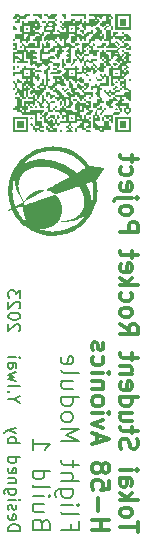
<source format=gbr>
%TF.GenerationSoftware,KiCad,Pcbnew,7.0.1-0*%
%TF.CreationDate,2023-05-25T18:15:44+09:00*%
%TF.ProjectId,FlightModule,466c6967-6874-44d6-9f64-756c652e6b69,rev?*%
%TF.SameCoordinates,Original*%
%TF.FileFunction,Legend,Bot*%
%TF.FilePolarity,Positive*%
%FSLAX46Y46*%
G04 Gerber Fmt 4.6, Leading zero omitted, Abs format (unit mm)*
G04 Created by KiCad (PCBNEW 7.0.1-0) date 2023-05-25 18:15:44*
%MOMM*%
%LPD*%
G01*
G04 APERTURE LIST*
%ADD10C,0.300000*%
%ADD11C,0.153000*%
%ADD12C,0.187500*%
G04 APERTURE END LIST*
D10*
X153613571Y-99857142D02*
X153613571Y-99000000D01*
X152113571Y-99428571D02*
X153613571Y-99428571D01*
X152113571Y-98285714D02*
X152185000Y-98428571D01*
X152185000Y-98428571D02*
X152256428Y-98500000D01*
X152256428Y-98500000D02*
X152399285Y-98571428D01*
X152399285Y-98571428D02*
X152827857Y-98571428D01*
X152827857Y-98571428D02*
X152970714Y-98500000D01*
X152970714Y-98500000D02*
X153042142Y-98428571D01*
X153042142Y-98428571D02*
X153113571Y-98285714D01*
X153113571Y-98285714D02*
X153113571Y-98071428D01*
X153113571Y-98071428D02*
X153042142Y-97928571D01*
X153042142Y-97928571D02*
X152970714Y-97857143D01*
X152970714Y-97857143D02*
X152827857Y-97785714D01*
X152827857Y-97785714D02*
X152399285Y-97785714D01*
X152399285Y-97785714D02*
X152256428Y-97857143D01*
X152256428Y-97857143D02*
X152185000Y-97928571D01*
X152185000Y-97928571D02*
X152113571Y-98071428D01*
X152113571Y-98071428D02*
X152113571Y-98285714D01*
X152113571Y-97142857D02*
X153613571Y-97142857D01*
X152685000Y-97000000D02*
X152113571Y-96571428D01*
X153113571Y-96571428D02*
X152542142Y-97142857D01*
X152113571Y-95285714D02*
X152899285Y-95285714D01*
X152899285Y-95285714D02*
X153042142Y-95357142D01*
X153042142Y-95357142D02*
X153113571Y-95499999D01*
X153113571Y-95499999D02*
X153113571Y-95785714D01*
X153113571Y-95785714D02*
X153042142Y-95928571D01*
X152185000Y-95285714D02*
X152113571Y-95428571D01*
X152113571Y-95428571D02*
X152113571Y-95785714D01*
X152113571Y-95785714D02*
X152185000Y-95928571D01*
X152185000Y-95928571D02*
X152327857Y-95999999D01*
X152327857Y-95999999D02*
X152470714Y-95999999D01*
X152470714Y-95999999D02*
X152613571Y-95928571D01*
X152613571Y-95928571D02*
X152685000Y-95785714D01*
X152685000Y-95785714D02*
X152685000Y-95428571D01*
X152685000Y-95428571D02*
X152756428Y-95285714D01*
X152113571Y-94571428D02*
X153113571Y-94571428D01*
X153613571Y-94571428D02*
X153542142Y-94642856D01*
X153542142Y-94642856D02*
X153470714Y-94571428D01*
X153470714Y-94571428D02*
X153542142Y-94499999D01*
X153542142Y-94499999D02*
X153613571Y-94571428D01*
X153613571Y-94571428D02*
X153470714Y-94571428D01*
X152185000Y-92785713D02*
X152113571Y-92571428D01*
X152113571Y-92571428D02*
X152113571Y-92214285D01*
X152113571Y-92214285D02*
X152185000Y-92071428D01*
X152185000Y-92071428D02*
X152256428Y-91999999D01*
X152256428Y-91999999D02*
X152399285Y-91928570D01*
X152399285Y-91928570D02*
X152542142Y-91928570D01*
X152542142Y-91928570D02*
X152685000Y-91999999D01*
X152685000Y-91999999D02*
X152756428Y-92071428D01*
X152756428Y-92071428D02*
X152827857Y-92214285D01*
X152827857Y-92214285D02*
X152899285Y-92499999D01*
X152899285Y-92499999D02*
X152970714Y-92642856D01*
X152970714Y-92642856D02*
X153042142Y-92714285D01*
X153042142Y-92714285D02*
X153185000Y-92785713D01*
X153185000Y-92785713D02*
X153327857Y-92785713D01*
X153327857Y-92785713D02*
X153470714Y-92714285D01*
X153470714Y-92714285D02*
X153542142Y-92642856D01*
X153542142Y-92642856D02*
X153613571Y-92499999D01*
X153613571Y-92499999D02*
X153613571Y-92142856D01*
X153613571Y-92142856D02*
X153542142Y-91928570D01*
X153113571Y-91499999D02*
X153113571Y-90928571D01*
X153613571Y-91285714D02*
X152327857Y-91285714D01*
X152327857Y-91285714D02*
X152185000Y-91214285D01*
X152185000Y-91214285D02*
X152113571Y-91071428D01*
X152113571Y-91071428D02*
X152113571Y-90928571D01*
X153113571Y-89785714D02*
X152113571Y-89785714D01*
X153113571Y-90428571D02*
X152327857Y-90428571D01*
X152327857Y-90428571D02*
X152185000Y-90357142D01*
X152185000Y-90357142D02*
X152113571Y-90214285D01*
X152113571Y-90214285D02*
X152113571Y-89999999D01*
X152113571Y-89999999D02*
X152185000Y-89857142D01*
X152185000Y-89857142D02*
X152256428Y-89785714D01*
X152113571Y-88428571D02*
X153613571Y-88428571D01*
X152185000Y-88428571D02*
X152113571Y-88571428D01*
X152113571Y-88571428D02*
X152113571Y-88857142D01*
X152113571Y-88857142D02*
X152185000Y-88999999D01*
X152185000Y-88999999D02*
X152256428Y-89071428D01*
X152256428Y-89071428D02*
X152399285Y-89142856D01*
X152399285Y-89142856D02*
X152827857Y-89142856D01*
X152827857Y-89142856D02*
X152970714Y-89071428D01*
X152970714Y-89071428D02*
X153042142Y-88999999D01*
X153042142Y-88999999D02*
X153113571Y-88857142D01*
X153113571Y-88857142D02*
X153113571Y-88571428D01*
X153113571Y-88571428D02*
X153042142Y-88428571D01*
X152185000Y-87142856D02*
X152113571Y-87285713D01*
X152113571Y-87285713D02*
X152113571Y-87571428D01*
X152113571Y-87571428D02*
X152185000Y-87714285D01*
X152185000Y-87714285D02*
X152327857Y-87785713D01*
X152327857Y-87785713D02*
X152899285Y-87785713D01*
X152899285Y-87785713D02*
X153042142Y-87714285D01*
X153042142Y-87714285D02*
X153113571Y-87571428D01*
X153113571Y-87571428D02*
X153113571Y-87285713D01*
X153113571Y-87285713D02*
X153042142Y-87142856D01*
X153042142Y-87142856D02*
X152899285Y-87071428D01*
X152899285Y-87071428D02*
X152756428Y-87071428D01*
X152756428Y-87071428D02*
X152613571Y-87785713D01*
X153113571Y-86428571D02*
X152113571Y-86428571D01*
X152970714Y-86428571D02*
X153042142Y-86357142D01*
X153042142Y-86357142D02*
X153113571Y-86214285D01*
X153113571Y-86214285D02*
X153113571Y-85999999D01*
X153113571Y-85999999D02*
X153042142Y-85857142D01*
X153042142Y-85857142D02*
X152899285Y-85785714D01*
X152899285Y-85785714D02*
X152113571Y-85785714D01*
X153113571Y-85285713D02*
X153113571Y-84714285D01*
X153613571Y-85071428D02*
X152327857Y-85071428D01*
X152327857Y-85071428D02*
X152185000Y-84999999D01*
X152185000Y-84999999D02*
X152113571Y-84857142D01*
X152113571Y-84857142D02*
X152113571Y-84714285D01*
X152113571Y-82214285D02*
X152827857Y-82714285D01*
X152113571Y-83071428D02*
X153613571Y-83071428D01*
X153613571Y-83071428D02*
X153613571Y-82499999D01*
X153613571Y-82499999D02*
X153542142Y-82357142D01*
X153542142Y-82357142D02*
X153470714Y-82285713D01*
X153470714Y-82285713D02*
X153327857Y-82214285D01*
X153327857Y-82214285D02*
X153113571Y-82214285D01*
X153113571Y-82214285D02*
X152970714Y-82285713D01*
X152970714Y-82285713D02*
X152899285Y-82357142D01*
X152899285Y-82357142D02*
X152827857Y-82499999D01*
X152827857Y-82499999D02*
X152827857Y-83071428D01*
X152113571Y-81357142D02*
X152185000Y-81499999D01*
X152185000Y-81499999D02*
X152256428Y-81571428D01*
X152256428Y-81571428D02*
X152399285Y-81642856D01*
X152399285Y-81642856D02*
X152827857Y-81642856D01*
X152827857Y-81642856D02*
X152970714Y-81571428D01*
X152970714Y-81571428D02*
X153042142Y-81499999D01*
X153042142Y-81499999D02*
X153113571Y-81357142D01*
X153113571Y-81357142D02*
X153113571Y-81142856D01*
X153113571Y-81142856D02*
X153042142Y-80999999D01*
X153042142Y-80999999D02*
X152970714Y-80928571D01*
X152970714Y-80928571D02*
X152827857Y-80857142D01*
X152827857Y-80857142D02*
X152399285Y-80857142D01*
X152399285Y-80857142D02*
X152256428Y-80928571D01*
X152256428Y-80928571D02*
X152185000Y-80999999D01*
X152185000Y-80999999D02*
X152113571Y-81142856D01*
X152113571Y-81142856D02*
X152113571Y-81357142D01*
X152185000Y-79571428D02*
X152113571Y-79714285D01*
X152113571Y-79714285D02*
X152113571Y-79999999D01*
X152113571Y-79999999D02*
X152185000Y-80142856D01*
X152185000Y-80142856D02*
X152256428Y-80214285D01*
X152256428Y-80214285D02*
X152399285Y-80285713D01*
X152399285Y-80285713D02*
X152827857Y-80285713D01*
X152827857Y-80285713D02*
X152970714Y-80214285D01*
X152970714Y-80214285D02*
X153042142Y-80142856D01*
X153042142Y-80142856D02*
X153113571Y-79999999D01*
X153113571Y-79999999D02*
X153113571Y-79714285D01*
X153113571Y-79714285D02*
X153042142Y-79571428D01*
X152113571Y-78928571D02*
X153613571Y-78928571D01*
X152685000Y-78785714D02*
X152113571Y-78357142D01*
X153113571Y-78357142D02*
X152542142Y-78928571D01*
X152185000Y-77142856D02*
X152113571Y-77285713D01*
X152113571Y-77285713D02*
X152113571Y-77571428D01*
X152113571Y-77571428D02*
X152185000Y-77714285D01*
X152185000Y-77714285D02*
X152327857Y-77785713D01*
X152327857Y-77785713D02*
X152899285Y-77785713D01*
X152899285Y-77785713D02*
X153042142Y-77714285D01*
X153042142Y-77714285D02*
X153113571Y-77571428D01*
X153113571Y-77571428D02*
X153113571Y-77285713D01*
X153113571Y-77285713D02*
X153042142Y-77142856D01*
X153042142Y-77142856D02*
X152899285Y-77071428D01*
X152899285Y-77071428D02*
X152756428Y-77071428D01*
X152756428Y-77071428D02*
X152613571Y-77785713D01*
X153113571Y-76642856D02*
X153113571Y-76071428D01*
X153613571Y-76428571D02*
X152327857Y-76428571D01*
X152327857Y-76428571D02*
X152185000Y-76357142D01*
X152185000Y-76357142D02*
X152113571Y-76214285D01*
X152113571Y-76214285D02*
X152113571Y-76071428D01*
X152113571Y-74428571D02*
X153613571Y-74428571D01*
X153613571Y-74428571D02*
X153613571Y-73857142D01*
X153613571Y-73857142D02*
X153542142Y-73714285D01*
X153542142Y-73714285D02*
X153470714Y-73642856D01*
X153470714Y-73642856D02*
X153327857Y-73571428D01*
X153327857Y-73571428D02*
X153113571Y-73571428D01*
X153113571Y-73571428D02*
X152970714Y-73642856D01*
X152970714Y-73642856D02*
X152899285Y-73714285D01*
X152899285Y-73714285D02*
X152827857Y-73857142D01*
X152827857Y-73857142D02*
X152827857Y-74428571D01*
X152113571Y-72714285D02*
X152185000Y-72857142D01*
X152185000Y-72857142D02*
X152256428Y-72928571D01*
X152256428Y-72928571D02*
X152399285Y-72999999D01*
X152399285Y-72999999D02*
X152827857Y-72999999D01*
X152827857Y-72999999D02*
X152970714Y-72928571D01*
X152970714Y-72928571D02*
X153042142Y-72857142D01*
X153042142Y-72857142D02*
X153113571Y-72714285D01*
X153113571Y-72714285D02*
X153113571Y-72499999D01*
X153113571Y-72499999D02*
X153042142Y-72357142D01*
X153042142Y-72357142D02*
X152970714Y-72285714D01*
X152970714Y-72285714D02*
X152827857Y-72214285D01*
X152827857Y-72214285D02*
X152399285Y-72214285D01*
X152399285Y-72214285D02*
X152256428Y-72285714D01*
X152256428Y-72285714D02*
X152185000Y-72357142D01*
X152185000Y-72357142D02*
X152113571Y-72499999D01*
X152113571Y-72499999D02*
X152113571Y-72714285D01*
X153113571Y-71571428D02*
X151827857Y-71571428D01*
X151827857Y-71571428D02*
X151685000Y-71642856D01*
X151685000Y-71642856D02*
X151613571Y-71785713D01*
X151613571Y-71785713D02*
X151613571Y-71857142D01*
X153613571Y-71571428D02*
X153542142Y-71642856D01*
X153542142Y-71642856D02*
X153470714Y-71571428D01*
X153470714Y-71571428D02*
X153542142Y-71499999D01*
X153542142Y-71499999D02*
X153613571Y-71571428D01*
X153613571Y-71571428D02*
X153470714Y-71571428D01*
X152185000Y-70285713D02*
X152113571Y-70428570D01*
X152113571Y-70428570D02*
X152113571Y-70714285D01*
X152113571Y-70714285D02*
X152185000Y-70857142D01*
X152185000Y-70857142D02*
X152327857Y-70928570D01*
X152327857Y-70928570D02*
X152899285Y-70928570D01*
X152899285Y-70928570D02*
X153042142Y-70857142D01*
X153042142Y-70857142D02*
X153113571Y-70714285D01*
X153113571Y-70714285D02*
X153113571Y-70428570D01*
X153113571Y-70428570D02*
X153042142Y-70285713D01*
X153042142Y-70285713D02*
X152899285Y-70214285D01*
X152899285Y-70214285D02*
X152756428Y-70214285D01*
X152756428Y-70214285D02*
X152613571Y-70928570D01*
X152185000Y-68928571D02*
X152113571Y-69071428D01*
X152113571Y-69071428D02*
X152113571Y-69357142D01*
X152113571Y-69357142D02*
X152185000Y-69499999D01*
X152185000Y-69499999D02*
X152256428Y-69571428D01*
X152256428Y-69571428D02*
X152399285Y-69642856D01*
X152399285Y-69642856D02*
X152827857Y-69642856D01*
X152827857Y-69642856D02*
X152970714Y-69571428D01*
X152970714Y-69571428D02*
X153042142Y-69499999D01*
X153042142Y-69499999D02*
X153113571Y-69357142D01*
X153113571Y-69357142D02*
X153113571Y-69071428D01*
X153113571Y-69071428D02*
X153042142Y-68928571D01*
X153113571Y-68499999D02*
X153113571Y-67928571D01*
X153613571Y-68285714D02*
X152327857Y-68285714D01*
X152327857Y-68285714D02*
X152185000Y-68214285D01*
X152185000Y-68214285D02*
X152113571Y-68071428D01*
X152113571Y-68071428D02*
X152113571Y-67928571D01*
X149683571Y-99642857D02*
X151183571Y-99642857D01*
X150469285Y-99642857D02*
X150469285Y-98785714D01*
X149683571Y-98785714D02*
X151183571Y-98785714D01*
X150255000Y-98071428D02*
X150255000Y-96928571D01*
X151183571Y-95499999D02*
X151183571Y-96214285D01*
X151183571Y-96214285D02*
X150469285Y-96285713D01*
X150469285Y-96285713D02*
X150540714Y-96214285D01*
X150540714Y-96214285D02*
X150612142Y-96071428D01*
X150612142Y-96071428D02*
X150612142Y-95714285D01*
X150612142Y-95714285D02*
X150540714Y-95571428D01*
X150540714Y-95571428D02*
X150469285Y-95499999D01*
X150469285Y-95499999D02*
X150326428Y-95428570D01*
X150326428Y-95428570D02*
X149969285Y-95428570D01*
X149969285Y-95428570D02*
X149826428Y-95499999D01*
X149826428Y-95499999D02*
X149755000Y-95571428D01*
X149755000Y-95571428D02*
X149683571Y-95714285D01*
X149683571Y-95714285D02*
X149683571Y-96071428D01*
X149683571Y-96071428D02*
X149755000Y-96214285D01*
X149755000Y-96214285D02*
X149826428Y-96285713D01*
X150540714Y-94571428D02*
X150612142Y-94714285D01*
X150612142Y-94714285D02*
X150683571Y-94785714D01*
X150683571Y-94785714D02*
X150826428Y-94857142D01*
X150826428Y-94857142D02*
X150897857Y-94857142D01*
X150897857Y-94857142D02*
X151040714Y-94785714D01*
X151040714Y-94785714D02*
X151112142Y-94714285D01*
X151112142Y-94714285D02*
X151183571Y-94571428D01*
X151183571Y-94571428D02*
X151183571Y-94285714D01*
X151183571Y-94285714D02*
X151112142Y-94142857D01*
X151112142Y-94142857D02*
X151040714Y-94071428D01*
X151040714Y-94071428D02*
X150897857Y-93999999D01*
X150897857Y-93999999D02*
X150826428Y-93999999D01*
X150826428Y-93999999D02*
X150683571Y-94071428D01*
X150683571Y-94071428D02*
X150612142Y-94142857D01*
X150612142Y-94142857D02*
X150540714Y-94285714D01*
X150540714Y-94285714D02*
X150540714Y-94571428D01*
X150540714Y-94571428D02*
X150469285Y-94714285D01*
X150469285Y-94714285D02*
X150397857Y-94785714D01*
X150397857Y-94785714D02*
X150255000Y-94857142D01*
X150255000Y-94857142D02*
X149969285Y-94857142D01*
X149969285Y-94857142D02*
X149826428Y-94785714D01*
X149826428Y-94785714D02*
X149755000Y-94714285D01*
X149755000Y-94714285D02*
X149683571Y-94571428D01*
X149683571Y-94571428D02*
X149683571Y-94285714D01*
X149683571Y-94285714D02*
X149755000Y-94142857D01*
X149755000Y-94142857D02*
X149826428Y-94071428D01*
X149826428Y-94071428D02*
X149969285Y-93999999D01*
X149969285Y-93999999D02*
X150255000Y-93999999D01*
X150255000Y-93999999D02*
X150397857Y-94071428D01*
X150397857Y-94071428D02*
X150469285Y-94142857D01*
X150469285Y-94142857D02*
X150540714Y-94285714D01*
X150112142Y-92285714D02*
X150112142Y-91571429D01*
X149683571Y-92428571D02*
X151183571Y-91928571D01*
X151183571Y-91928571D02*
X149683571Y-91428571D01*
X150683571Y-91071429D02*
X149683571Y-90714286D01*
X149683571Y-90714286D02*
X150683571Y-90357143D01*
X149683571Y-89785715D02*
X150683571Y-89785715D01*
X151183571Y-89785715D02*
X151112142Y-89857143D01*
X151112142Y-89857143D02*
X151040714Y-89785715D01*
X151040714Y-89785715D02*
X151112142Y-89714286D01*
X151112142Y-89714286D02*
X151183571Y-89785715D01*
X151183571Y-89785715D02*
X151040714Y-89785715D01*
X149683571Y-88857143D02*
X149755000Y-89000000D01*
X149755000Y-89000000D02*
X149826428Y-89071429D01*
X149826428Y-89071429D02*
X149969285Y-89142857D01*
X149969285Y-89142857D02*
X150397857Y-89142857D01*
X150397857Y-89142857D02*
X150540714Y-89071429D01*
X150540714Y-89071429D02*
X150612142Y-89000000D01*
X150612142Y-89000000D02*
X150683571Y-88857143D01*
X150683571Y-88857143D02*
X150683571Y-88642857D01*
X150683571Y-88642857D02*
X150612142Y-88500000D01*
X150612142Y-88500000D02*
X150540714Y-88428572D01*
X150540714Y-88428572D02*
X150397857Y-88357143D01*
X150397857Y-88357143D02*
X149969285Y-88357143D01*
X149969285Y-88357143D02*
X149826428Y-88428572D01*
X149826428Y-88428572D02*
X149755000Y-88500000D01*
X149755000Y-88500000D02*
X149683571Y-88642857D01*
X149683571Y-88642857D02*
X149683571Y-88857143D01*
X150683571Y-87714286D02*
X149683571Y-87714286D01*
X150540714Y-87714286D02*
X150612142Y-87642857D01*
X150612142Y-87642857D02*
X150683571Y-87500000D01*
X150683571Y-87500000D02*
X150683571Y-87285714D01*
X150683571Y-87285714D02*
X150612142Y-87142857D01*
X150612142Y-87142857D02*
X150469285Y-87071429D01*
X150469285Y-87071429D02*
X149683571Y-87071429D01*
X149683571Y-86357143D02*
X150683571Y-86357143D01*
X151183571Y-86357143D02*
X151112142Y-86428571D01*
X151112142Y-86428571D02*
X151040714Y-86357143D01*
X151040714Y-86357143D02*
X151112142Y-86285714D01*
X151112142Y-86285714D02*
X151183571Y-86357143D01*
X151183571Y-86357143D02*
X151040714Y-86357143D01*
X149755000Y-85000000D02*
X149683571Y-85142857D01*
X149683571Y-85142857D02*
X149683571Y-85428571D01*
X149683571Y-85428571D02*
X149755000Y-85571428D01*
X149755000Y-85571428D02*
X149826428Y-85642857D01*
X149826428Y-85642857D02*
X149969285Y-85714285D01*
X149969285Y-85714285D02*
X150397857Y-85714285D01*
X150397857Y-85714285D02*
X150540714Y-85642857D01*
X150540714Y-85642857D02*
X150612142Y-85571428D01*
X150612142Y-85571428D02*
X150683571Y-85428571D01*
X150683571Y-85428571D02*
X150683571Y-85142857D01*
X150683571Y-85142857D02*
X150612142Y-85000000D01*
X149755000Y-84428571D02*
X149683571Y-84285714D01*
X149683571Y-84285714D02*
X149683571Y-84000000D01*
X149683571Y-84000000D02*
X149755000Y-83857143D01*
X149755000Y-83857143D02*
X149897857Y-83785714D01*
X149897857Y-83785714D02*
X149969285Y-83785714D01*
X149969285Y-83785714D02*
X150112142Y-83857143D01*
X150112142Y-83857143D02*
X150183571Y-84000000D01*
X150183571Y-84000000D02*
X150183571Y-84214286D01*
X150183571Y-84214286D02*
X150255000Y-84357143D01*
X150255000Y-84357143D02*
X150397857Y-84428571D01*
X150397857Y-84428571D02*
X150469285Y-84428571D01*
X150469285Y-84428571D02*
X150612142Y-84357143D01*
X150612142Y-84357143D02*
X150683571Y-84214286D01*
X150683571Y-84214286D02*
X150683571Y-84000000D01*
X150683571Y-84000000D02*
X150612142Y-83857143D01*
D11*
X142622380Y-99761904D02*
X143622380Y-99761904D01*
X143622380Y-99761904D02*
X143622380Y-99523809D01*
X143622380Y-99523809D02*
X143574761Y-99380952D01*
X143574761Y-99380952D02*
X143479523Y-99285714D01*
X143479523Y-99285714D02*
X143384285Y-99238095D01*
X143384285Y-99238095D02*
X143193809Y-99190476D01*
X143193809Y-99190476D02*
X143050952Y-99190476D01*
X143050952Y-99190476D02*
X142860476Y-99238095D01*
X142860476Y-99238095D02*
X142765238Y-99285714D01*
X142765238Y-99285714D02*
X142670000Y-99380952D01*
X142670000Y-99380952D02*
X142622380Y-99523809D01*
X142622380Y-99523809D02*
X142622380Y-99761904D01*
X142670000Y-98380952D02*
X142622380Y-98476190D01*
X142622380Y-98476190D02*
X142622380Y-98666666D01*
X142622380Y-98666666D02*
X142670000Y-98761904D01*
X142670000Y-98761904D02*
X142765238Y-98809523D01*
X142765238Y-98809523D02*
X143146190Y-98809523D01*
X143146190Y-98809523D02*
X143241428Y-98761904D01*
X143241428Y-98761904D02*
X143289047Y-98666666D01*
X143289047Y-98666666D02*
X143289047Y-98476190D01*
X143289047Y-98476190D02*
X143241428Y-98380952D01*
X143241428Y-98380952D02*
X143146190Y-98333333D01*
X143146190Y-98333333D02*
X143050952Y-98333333D01*
X143050952Y-98333333D02*
X142955714Y-98809523D01*
X142670000Y-97952380D02*
X142622380Y-97857142D01*
X142622380Y-97857142D02*
X142622380Y-97666666D01*
X142622380Y-97666666D02*
X142670000Y-97571428D01*
X142670000Y-97571428D02*
X142765238Y-97523809D01*
X142765238Y-97523809D02*
X142812857Y-97523809D01*
X142812857Y-97523809D02*
X142908095Y-97571428D01*
X142908095Y-97571428D02*
X142955714Y-97666666D01*
X142955714Y-97666666D02*
X142955714Y-97809523D01*
X142955714Y-97809523D02*
X143003333Y-97904761D01*
X143003333Y-97904761D02*
X143098571Y-97952380D01*
X143098571Y-97952380D02*
X143146190Y-97952380D01*
X143146190Y-97952380D02*
X143241428Y-97904761D01*
X143241428Y-97904761D02*
X143289047Y-97809523D01*
X143289047Y-97809523D02*
X143289047Y-97666666D01*
X143289047Y-97666666D02*
X143241428Y-97571428D01*
X142622380Y-97095237D02*
X143289047Y-97095237D01*
X143622380Y-97095237D02*
X143574761Y-97142856D01*
X143574761Y-97142856D02*
X143527142Y-97095237D01*
X143527142Y-97095237D02*
X143574761Y-97047618D01*
X143574761Y-97047618D02*
X143622380Y-97095237D01*
X143622380Y-97095237D02*
X143527142Y-97095237D01*
X143289047Y-96190476D02*
X142479523Y-96190476D01*
X142479523Y-96190476D02*
X142384285Y-96238095D01*
X142384285Y-96238095D02*
X142336666Y-96285714D01*
X142336666Y-96285714D02*
X142289047Y-96380952D01*
X142289047Y-96380952D02*
X142289047Y-96523809D01*
X142289047Y-96523809D02*
X142336666Y-96619047D01*
X142670000Y-96190476D02*
X142622380Y-96285714D01*
X142622380Y-96285714D02*
X142622380Y-96476190D01*
X142622380Y-96476190D02*
X142670000Y-96571428D01*
X142670000Y-96571428D02*
X142717619Y-96619047D01*
X142717619Y-96619047D02*
X142812857Y-96666666D01*
X142812857Y-96666666D02*
X143098571Y-96666666D01*
X143098571Y-96666666D02*
X143193809Y-96619047D01*
X143193809Y-96619047D02*
X143241428Y-96571428D01*
X143241428Y-96571428D02*
X143289047Y-96476190D01*
X143289047Y-96476190D02*
X143289047Y-96285714D01*
X143289047Y-96285714D02*
X143241428Y-96190476D01*
X143289047Y-95714285D02*
X142622380Y-95714285D01*
X143193809Y-95714285D02*
X143241428Y-95666666D01*
X143241428Y-95666666D02*
X143289047Y-95571428D01*
X143289047Y-95571428D02*
X143289047Y-95428571D01*
X143289047Y-95428571D02*
X143241428Y-95333333D01*
X143241428Y-95333333D02*
X143146190Y-95285714D01*
X143146190Y-95285714D02*
X142622380Y-95285714D01*
X142670000Y-94428571D02*
X142622380Y-94523809D01*
X142622380Y-94523809D02*
X142622380Y-94714285D01*
X142622380Y-94714285D02*
X142670000Y-94809523D01*
X142670000Y-94809523D02*
X142765238Y-94857142D01*
X142765238Y-94857142D02*
X143146190Y-94857142D01*
X143146190Y-94857142D02*
X143241428Y-94809523D01*
X143241428Y-94809523D02*
X143289047Y-94714285D01*
X143289047Y-94714285D02*
X143289047Y-94523809D01*
X143289047Y-94523809D02*
X143241428Y-94428571D01*
X143241428Y-94428571D02*
X143146190Y-94380952D01*
X143146190Y-94380952D02*
X143050952Y-94380952D01*
X143050952Y-94380952D02*
X142955714Y-94857142D01*
X142622380Y-93523809D02*
X143622380Y-93523809D01*
X142670000Y-93523809D02*
X142622380Y-93619047D01*
X142622380Y-93619047D02*
X142622380Y-93809523D01*
X142622380Y-93809523D02*
X142670000Y-93904761D01*
X142670000Y-93904761D02*
X142717619Y-93952380D01*
X142717619Y-93952380D02*
X142812857Y-93999999D01*
X142812857Y-93999999D02*
X143098571Y-93999999D01*
X143098571Y-93999999D02*
X143193809Y-93952380D01*
X143193809Y-93952380D02*
X143241428Y-93904761D01*
X143241428Y-93904761D02*
X143289047Y-93809523D01*
X143289047Y-93809523D02*
X143289047Y-93619047D01*
X143289047Y-93619047D02*
X143241428Y-93523809D01*
X142622380Y-92285713D02*
X143622380Y-92285713D01*
X143241428Y-92285713D02*
X143289047Y-92190475D01*
X143289047Y-92190475D02*
X143289047Y-91999999D01*
X143289047Y-91999999D02*
X143241428Y-91904761D01*
X143241428Y-91904761D02*
X143193809Y-91857142D01*
X143193809Y-91857142D02*
X143098571Y-91809523D01*
X143098571Y-91809523D02*
X142812857Y-91809523D01*
X142812857Y-91809523D02*
X142717619Y-91857142D01*
X142717619Y-91857142D02*
X142670000Y-91904761D01*
X142670000Y-91904761D02*
X142622380Y-91999999D01*
X142622380Y-91999999D02*
X142622380Y-92190475D01*
X142622380Y-92190475D02*
X142670000Y-92285713D01*
X143289047Y-91476189D02*
X142622380Y-91238094D01*
X143289047Y-90999999D02*
X142622380Y-91238094D01*
X142622380Y-91238094D02*
X142384285Y-91333332D01*
X142384285Y-91333332D02*
X142336666Y-91380951D01*
X142336666Y-91380951D02*
X142289047Y-91476189D01*
X143098571Y-88619046D02*
X142622380Y-88619046D01*
X143622380Y-88952379D02*
X143098571Y-88619046D01*
X143098571Y-88619046D02*
X143622380Y-88285713D01*
X142717619Y-87952379D02*
X142670000Y-87904760D01*
X142670000Y-87904760D02*
X142622380Y-87952379D01*
X142622380Y-87952379D02*
X142670000Y-87999998D01*
X142670000Y-87999998D02*
X142717619Y-87952379D01*
X142717619Y-87952379D02*
X142622380Y-87952379D01*
X142622380Y-87476189D02*
X143622380Y-87476189D01*
X143289047Y-87095237D02*
X142622380Y-86904761D01*
X142622380Y-86904761D02*
X143098571Y-86714285D01*
X143098571Y-86714285D02*
X142622380Y-86523809D01*
X142622380Y-86523809D02*
X143289047Y-86333333D01*
X142622380Y-85523809D02*
X143146190Y-85523809D01*
X143146190Y-85523809D02*
X143241428Y-85571428D01*
X143241428Y-85571428D02*
X143289047Y-85666666D01*
X143289047Y-85666666D02*
X143289047Y-85857142D01*
X143289047Y-85857142D02*
X143241428Y-85952380D01*
X142670000Y-85523809D02*
X142622380Y-85619047D01*
X142622380Y-85619047D02*
X142622380Y-85857142D01*
X142622380Y-85857142D02*
X142670000Y-85952380D01*
X142670000Y-85952380D02*
X142765238Y-85999999D01*
X142765238Y-85999999D02*
X142860476Y-85999999D01*
X142860476Y-85999999D02*
X142955714Y-85952380D01*
X142955714Y-85952380D02*
X143003333Y-85857142D01*
X143003333Y-85857142D02*
X143003333Y-85619047D01*
X143003333Y-85619047D02*
X143050952Y-85523809D01*
X142622380Y-85047618D02*
X143289047Y-85047618D01*
X143622380Y-85047618D02*
X143574761Y-85095237D01*
X143574761Y-85095237D02*
X143527142Y-85047618D01*
X143527142Y-85047618D02*
X143574761Y-84999999D01*
X143574761Y-84999999D02*
X143622380Y-85047618D01*
X143622380Y-85047618D02*
X143527142Y-85047618D01*
X143527142Y-82809523D02*
X143574761Y-82761904D01*
X143574761Y-82761904D02*
X143622380Y-82666666D01*
X143622380Y-82666666D02*
X143622380Y-82428571D01*
X143622380Y-82428571D02*
X143574761Y-82333333D01*
X143574761Y-82333333D02*
X143527142Y-82285714D01*
X143527142Y-82285714D02*
X143431904Y-82238095D01*
X143431904Y-82238095D02*
X143336666Y-82238095D01*
X143336666Y-82238095D02*
X143193809Y-82285714D01*
X143193809Y-82285714D02*
X142622380Y-82857142D01*
X142622380Y-82857142D02*
X142622380Y-82238095D01*
X143622380Y-81619047D02*
X143622380Y-81523809D01*
X143622380Y-81523809D02*
X143574761Y-81428571D01*
X143574761Y-81428571D02*
X143527142Y-81380952D01*
X143527142Y-81380952D02*
X143431904Y-81333333D01*
X143431904Y-81333333D02*
X143241428Y-81285714D01*
X143241428Y-81285714D02*
X143003333Y-81285714D01*
X143003333Y-81285714D02*
X142812857Y-81333333D01*
X142812857Y-81333333D02*
X142717619Y-81380952D01*
X142717619Y-81380952D02*
X142670000Y-81428571D01*
X142670000Y-81428571D02*
X142622380Y-81523809D01*
X142622380Y-81523809D02*
X142622380Y-81619047D01*
X142622380Y-81619047D02*
X142670000Y-81714285D01*
X142670000Y-81714285D02*
X142717619Y-81761904D01*
X142717619Y-81761904D02*
X142812857Y-81809523D01*
X142812857Y-81809523D02*
X143003333Y-81857142D01*
X143003333Y-81857142D02*
X143241428Y-81857142D01*
X143241428Y-81857142D02*
X143431904Y-81809523D01*
X143431904Y-81809523D02*
X143527142Y-81761904D01*
X143527142Y-81761904D02*
X143574761Y-81714285D01*
X143574761Y-81714285D02*
X143622380Y-81619047D01*
X143527142Y-80904761D02*
X143574761Y-80857142D01*
X143574761Y-80857142D02*
X143622380Y-80761904D01*
X143622380Y-80761904D02*
X143622380Y-80523809D01*
X143622380Y-80523809D02*
X143574761Y-80428571D01*
X143574761Y-80428571D02*
X143527142Y-80380952D01*
X143527142Y-80380952D02*
X143431904Y-80333333D01*
X143431904Y-80333333D02*
X143336666Y-80333333D01*
X143336666Y-80333333D02*
X143193809Y-80380952D01*
X143193809Y-80380952D02*
X142622380Y-80952380D01*
X142622380Y-80952380D02*
X142622380Y-80333333D01*
X143622380Y-79999999D02*
X143622380Y-79380952D01*
X143622380Y-79380952D02*
X143241428Y-79714285D01*
X143241428Y-79714285D02*
X143241428Y-79571428D01*
X143241428Y-79571428D02*
X143193809Y-79476190D01*
X143193809Y-79476190D02*
X143146190Y-79428571D01*
X143146190Y-79428571D02*
X143050952Y-79380952D01*
X143050952Y-79380952D02*
X142812857Y-79380952D01*
X142812857Y-79380952D02*
X142717619Y-79428571D01*
X142717619Y-79428571D02*
X142670000Y-79476190D01*
X142670000Y-79476190D02*
X142622380Y-79571428D01*
X142622380Y-79571428D02*
X142622380Y-79857142D01*
X142622380Y-79857142D02*
X142670000Y-79952380D01*
X142670000Y-79952380D02*
X142717619Y-79999999D01*
D12*
X147899285Y-99142857D02*
X147899285Y-99642857D01*
X147113571Y-99642857D02*
X148613571Y-99642857D01*
X148613571Y-99642857D02*
X148613571Y-98928571D01*
X147113571Y-98142857D02*
X147185000Y-98285714D01*
X147185000Y-98285714D02*
X147327857Y-98357143D01*
X147327857Y-98357143D02*
X148613571Y-98357143D01*
X147113571Y-97571429D02*
X148113571Y-97571429D01*
X148613571Y-97571429D02*
X148542142Y-97642857D01*
X148542142Y-97642857D02*
X148470714Y-97571429D01*
X148470714Y-97571429D02*
X148542142Y-97500000D01*
X148542142Y-97500000D02*
X148613571Y-97571429D01*
X148613571Y-97571429D02*
X148470714Y-97571429D01*
X148113571Y-96214286D02*
X146899285Y-96214286D01*
X146899285Y-96214286D02*
X146756428Y-96285714D01*
X146756428Y-96285714D02*
X146685000Y-96357143D01*
X146685000Y-96357143D02*
X146613571Y-96500000D01*
X146613571Y-96500000D02*
X146613571Y-96714286D01*
X146613571Y-96714286D02*
X146685000Y-96857143D01*
X147185000Y-96214286D02*
X147113571Y-96357143D01*
X147113571Y-96357143D02*
X147113571Y-96642857D01*
X147113571Y-96642857D02*
X147185000Y-96785714D01*
X147185000Y-96785714D02*
X147256428Y-96857143D01*
X147256428Y-96857143D02*
X147399285Y-96928571D01*
X147399285Y-96928571D02*
X147827857Y-96928571D01*
X147827857Y-96928571D02*
X147970714Y-96857143D01*
X147970714Y-96857143D02*
X148042142Y-96785714D01*
X148042142Y-96785714D02*
X148113571Y-96642857D01*
X148113571Y-96642857D02*
X148113571Y-96357143D01*
X148113571Y-96357143D02*
X148042142Y-96214286D01*
X147113571Y-95500000D02*
X148613571Y-95500000D01*
X147113571Y-94857143D02*
X147899285Y-94857143D01*
X147899285Y-94857143D02*
X148042142Y-94928571D01*
X148042142Y-94928571D02*
X148113571Y-95071428D01*
X148113571Y-95071428D02*
X148113571Y-95285714D01*
X148113571Y-95285714D02*
X148042142Y-95428571D01*
X148042142Y-95428571D02*
X147970714Y-95500000D01*
X148113571Y-94357142D02*
X148113571Y-93785714D01*
X148613571Y-94142857D02*
X147327857Y-94142857D01*
X147327857Y-94142857D02*
X147185000Y-94071428D01*
X147185000Y-94071428D02*
X147113571Y-93928571D01*
X147113571Y-93928571D02*
X147113571Y-93785714D01*
X147113571Y-92142857D02*
X148613571Y-92142857D01*
X148613571Y-92142857D02*
X147542142Y-91642857D01*
X147542142Y-91642857D02*
X148613571Y-91142857D01*
X148613571Y-91142857D02*
X147113571Y-91142857D01*
X147113571Y-90214285D02*
X147185000Y-90357142D01*
X147185000Y-90357142D02*
X147256428Y-90428571D01*
X147256428Y-90428571D02*
X147399285Y-90499999D01*
X147399285Y-90499999D02*
X147827857Y-90499999D01*
X147827857Y-90499999D02*
X147970714Y-90428571D01*
X147970714Y-90428571D02*
X148042142Y-90357142D01*
X148042142Y-90357142D02*
X148113571Y-90214285D01*
X148113571Y-90214285D02*
X148113571Y-89999999D01*
X148113571Y-89999999D02*
X148042142Y-89857142D01*
X148042142Y-89857142D02*
X147970714Y-89785714D01*
X147970714Y-89785714D02*
X147827857Y-89714285D01*
X147827857Y-89714285D02*
X147399285Y-89714285D01*
X147399285Y-89714285D02*
X147256428Y-89785714D01*
X147256428Y-89785714D02*
X147185000Y-89857142D01*
X147185000Y-89857142D02*
X147113571Y-89999999D01*
X147113571Y-89999999D02*
X147113571Y-90214285D01*
X147113571Y-88428571D02*
X148613571Y-88428571D01*
X147185000Y-88428571D02*
X147113571Y-88571428D01*
X147113571Y-88571428D02*
X147113571Y-88857142D01*
X147113571Y-88857142D02*
X147185000Y-88999999D01*
X147185000Y-88999999D02*
X147256428Y-89071428D01*
X147256428Y-89071428D02*
X147399285Y-89142856D01*
X147399285Y-89142856D02*
X147827857Y-89142856D01*
X147827857Y-89142856D02*
X147970714Y-89071428D01*
X147970714Y-89071428D02*
X148042142Y-88999999D01*
X148042142Y-88999999D02*
X148113571Y-88857142D01*
X148113571Y-88857142D02*
X148113571Y-88571428D01*
X148113571Y-88571428D02*
X148042142Y-88428571D01*
X148113571Y-87071428D02*
X147113571Y-87071428D01*
X148113571Y-87714285D02*
X147327857Y-87714285D01*
X147327857Y-87714285D02*
X147185000Y-87642856D01*
X147185000Y-87642856D02*
X147113571Y-87499999D01*
X147113571Y-87499999D02*
X147113571Y-87285713D01*
X147113571Y-87285713D02*
X147185000Y-87142856D01*
X147185000Y-87142856D02*
X147256428Y-87071428D01*
X147113571Y-86142856D02*
X147185000Y-86285713D01*
X147185000Y-86285713D02*
X147327857Y-86357142D01*
X147327857Y-86357142D02*
X148613571Y-86357142D01*
X147185000Y-84999999D02*
X147113571Y-85142856D01*
X147113571Y-85142856D02*
X147113571Y-85428571D01*
X147113571Y-85428571D02*
X147185000Y-85571428D01*
X147185000Y-85571428D02*
X147327857Y-85642856D01*
X147327857Y-85642856D02*
X147899285Y-85642856D01*
X147899285Y-85642856D02*
X148042142Y-85571428D01*
X148042142Y-85571428D02*
X148113571Y-85428571D01*
X148113571Y-85428571D02*
X148113571Y-85142856D01*
X148113571Y-85142856D02*
X148042142Y-84999999D01*
X148042142Y-84999999D02*
X147899285Y-84928571D01*
X147899285Y-84928571D02*
X147756428Y-84928571D01*
X147756428Y-84928571D02*
X147613571Y-85642856D01*
X145469285Y-99142857D02*
X145397857Y-98928571D01*
X145397857Y-98928571D02*
X145326428Y-98857142D01*
X145326428Y-98857142D02*
X145183571Y-98785714D01*
X145183571Y-98785714D02*
X144969285Y-98785714D01*
X144969285Y-98785714D02*
X144826428Y-98857142D01*
X144826428Y-98857142D02*
X144755000Y-98928571D01*
X144755000Y-98928571D02*
X144683571Y-99071428D01*
X144683571Y-99071428D02*
X144683571Y-99642857D01*
X144683571Y-99642857D02*
X146183571Y-99642857D01*
X146183571Y-99642857D02*
X146183571Y-99142857D01*
X146183571Y-99142857D02*
X146112142Y-99000000D01*
X146112142Y-99000000D02*
X146040714Y-98928571D01*
X146040714Y-98928571D02*
X145897857Y-98857142D01*
X145897857Y-98857142D02*
X145755000Y-98857142D01*
X145755000Y-98857142D02*
X145612142Y-98928571D01*
X145612142Y-98928571D02*
X145540714Y-99000000D01*
X145540714Y-99000000D02*
X145469285Y-99142857D01*
X145469285Y-99142857D02*
X145469285Y-99642857D01*
X145683571Y-97500000D02*
X144683571Y-97500000D01*
X145683571Y-98142857D02*
X144897857Y-98142857D01*
X144897857Y-98142857D02*
X144755000Y-98071428D01*
X144755000Y-98071428D02*
X144683571Y-97928571D01*
X144683571Y-97928571D02*
X144683571Y-97714285D01*
X144683571Y-97714285D02*
X144755000Y-97571428D01*
X144755000Y-97571428D02*
X144826428Y-97500000D01*
X144683571Y-96785714D02*
X145683571Y-96785714D01*
X146183571Y-96785714D02*
X146112142Y-96857142D01*
X146112142Y-96857142D02*
X146040714Y-96785714D01*
X146040714Y-96785714D02*
X146112142Y-96714285D01*
X146112142Y-96714285D02*
X146183571Y-96785714D01*
X146183571Y-96785714D02*
X146040714Y-96785714D01*
X144683571Y-95857142D02*
X144755000Y-95999999D01*
X144755000Y-95999999D02*
X144897857Y-96071428D01*
X144897857Y-96071428D02*
X146183571Y-96071428D01*
X144683571Y-94642857D02*
X146183571Y-94642857D01*
X144755000Y-94642857D02*
X144683571Y-94785714D01*
X144683571Y-94785714D02*
X144683571Y-95071428D01*
X144683571Y-95071428D02*
X144755000Y-95214285D01*
X144755000Y-95214285D02*
X144826428Y-95285714D01*
X144826428Y-95285714D02*
X144969285Y-95357142D01*
X144969285Y-95357142D02*
X145397857Y-95357142D01*
X145397857Y-95357142D02*
X145540714Y-95285714D01*
X145540714Y-95285714D02*
X145612142Y-95214285D01*
X145612142Y-95214285D02*
X145683571Y-95071428D01*
X145683571Y-95071428D02*
X145683571Y-94785714D01*
X145683571Y-94785714D02*
X145612142Y-94642857D01*
X144683571Y-91999999D02*
X144683571Y-92857142D01*
X144683571Y-92428571D02*
X146183571Y-92428571D01*
X146183571Y-92428571D02*
X145969285Y-92571428D01*
X145969285Y-92571428D02*
X145826428Y-92714285D01*
X145826428Y-92714285D02*
X145755000Y-92857142D01*
%TO.C,G\u002A\u002A\u002A*%
G36*
X143959091Y-65329546D02*
G01*
X143959091Y-65618182D01*
X143670455Y-65618182D01*
X143381818Y-65618182D01*
X143381818Y-65329546D01*
X143381818Y-65040909D01*
X143670455Y-65040909D01*
X143959091Y-65040909D01*
X143959091Y-65329546D01*
G37*
G36*
X152618182Y-65329546D02*
G01*
X152618182Y-65618182D01*
X152329546Y-65618182D01*
X152040909Y-65618182D01*
X152040909Y-65329546D01*
X152040909Y-65040909D01*
X152329546Y-65040909D01*
X152618182Y-65040909D01*
X152618182Y-65329546D01*
G37*
G36*
X148058930Y-64715312D02*
G01*
X148076970Y-64790758D01*
X148060357Y-64864420D01*
X148000000Y-64886970D01*
X147941070Y-64866204D01*
X147923030Y-64790758D01*
X147939643Y-64717095D01*
X148000000Y-64694546D01*
X148058930Y-64715312D01*
G37*
G36*
X144282905Y-60939643D02*
G01*
X144305455Y-61000000D01*
X144284689Y-61058930D01*
X144209243Y-61076970D01*
X144135580Y-61060357D01*
X144113030Y-61000000D01*
X144133797Y-60941070D01*
X144209243Y-60923030D01*
X144282905Y-60939643D01*
G37*
G36*
X151864420Y-60939643D02*
G01*
X151886970Y-61000000D01*
X151866204Y-61058930D01*
X151790758Y-61076970D01*
X151717095Y-61060357D01*
X151694546Y-61000000D01*
X151715312Y-60941070D01*
X151790758Y-60923030D01*
X151864420Y-60939643D01*
G37*
G36*
X148049757Y-60935680D02*
G01*
X148076970Y-61000000D01*
X148064320Y-61049757D01*
X148000000Y-61076970D01*
X147950243Y-61064320D01*
X147923030Y-61000000D01*
X147935680Y-60950243D01*
X148000000Y-60923030D01*
X148049757Y-60935680D01*
G37*
G36*
X149401390Y-58861462D02*
G01*
X149423940Y-58921818D01*
X149403173Y-58980749D01*
X149327727Y-58998788D01*
X149254065Y-58982175D01*
X149231515Y-58921818D01*
X149252282Y-58862888D01*
X149327727Y-58844849D01*
X149401390Y-58861462D01*
G37*
G36*
X148058930Y-57133797D02*
G01*
X148076970Y-57209243D01*
X148060357Y-57282905D01*
X148000000Y-57305455D01*
X147941070Y-57284689D01*
X147923030Y-57209243D01*
X147939643Y-57135580D01*
X148000000Y-57113030D01*
X148058930Y-57133797D01*
G37*
G36*
X152618182Y-56670455D02*
G01*
X152618182Y-56959091D01*
X152329546Y-56959091D01*
X152040909Y-56959091D01*
X152040909Y-56670455D01*
X152040909Y-56381818D01*
X152329546Y-56381818D01*
X152618182Y-56381818D01*
X152618182Y-56670455D01*
G37*
G36*
X147074852Y-65811013D02*
G01*
X147137438Y-65833581D01*
X147153334Y-65906818D01*
X147152927Y-65924549D01*
X147130359Y-65987135D01*
X147057121Y-66003030D01*
X147039391Y-66002624D01*
X146976804Y-65980056D01*
X146960909Y-65906818D01*
X146961316Y-65889088D01*
X146983884Y-65826501D01*
X147057121Y-65810606D01*
X147074852Y-65811013D01*
G37*
G36*
X144611821Y-64694952D02*
G01*
X144674408Y-64717521D01*
X144690303Y-64790758D01*
X144689897Y-64808488D01*
X144667328Y-64871075D01*
X144594091Y-64886970D01*
X144576361Y-64886564D01*
X144513774Y-64863995D01*
X144497879Y-64790758D01*
X144498285Y-64773027D01*
X144520854Y-64710441D01*
X144594091Y-64694546D01*
X144611821Y-64694952D01*
G37*
G36*
X151808488Y-63925255D02*
G01*
X151871075Y-63947824D01*
X151886970Y-64021061D01*
X151886564Y-64038791D01*
X151863995Y-64101378D01*
X151790758Y-64117273D01*
X151773027Y-64116867D01*
X151710441Y-64094298D01*
X151694546Y-64021061D01*
X151694952Y-64003330D01*
X151717521Y-63940744D01*
X151790758Y-63924849D01*
X151808488Y-63925255D01*
G37*
G36*
X144611821Y-63732831D02*
G01*
X144674408Y-63755399D01*
X144690303Y-63828637D01*
X144689897Y-63846367D01*
X144667328Y-63908953D01*
X144594091Y-63924849D01*
X144576361Y-63924442D01*
X144513774Y-63901874D01*
X144497879Y-63828637D01*
X144498285Y-63810906D01*
X144520854Y-63748320D01*
X144594091Y-63732424D01*
X144611821Y-63732831D01*
G37*
G36*
X144996670Y-63732831D02*
G01*
X145059257Y-63755399D01*
X145075152Y-63828637D01*
X145074745Y-63846367D01*
X145052177Y-63908953D01*
X144978940Y-63924849D01*
X144961209Y-63924442D01*
X144898623Y-63901874D01*
X144882727Y-63828637D01*
X144883134Y-63810906D01*
X144905702Y-63748320D01*
X144978940Y-63732424D01*
X144996670Y-63732831D01*
G37*
G36*
X151808488Y-61654649D02*
G01*
X151871075Y-61677218D01*
X151886970Y-61750455D01*
X151886564Y-61768185D01*
X151863995Y-61830772D01*
X151790758Y-61846667D01*
X151773027Y-61846261D01*
X151710441Y-61823692D01*
X151694546Y-61750455D01*
X151694952Y-61732724D01*
X151717521Y-61670138D01*
X151790758Y-61654243D01*
X151808488Y-61654649D01*
G37*
G36*
X149537882Y-61462225D02*
G01*
X149600469Y-61484793D01*
X149616364Y-61558030D01*
X149615958Y-61575761D01*
X149593389Y-61638347D01*
X149520152Y-61654243D01*
X149502421Y-61653836D01*
X149439835Y-61631268D01*
X149423940Y-61558030D01*
X149424346Y-61540300D01*
X149446915Y-61477714D01*
X149520152Y-61461818D01*
X149537882Y-61462225D01*
G37*
G36*
X152924549Y-61462225D02*
G01*
X152987135Y-61484793D01*
X153003030Y-61558030D01*
X153002624Y-61575761D01*
X152980056Y-61638347D01*
X152906818Y-61654243D01*
X152889088Y-61653836D01*
X152826501Y-61631268D01*
X152810606Y-61558030D01*
X152811013Y-61540300D01*
X152833581Y-61477714D01*
X152906818Y-61461818D01*
X152924549Y-61462225D01*
G37*
G36*
X143495761Y-60346164D02*
G01*
X143558347Y-60368733D01*
X143574243Y-60441970D01*
X143573836Y-60459700D01*
X143551268Y-60522287D01*
X143478030Y-60538182D01*
X143460300Y-60537776D01*
X143397714Y-60515207D01*
X143381818Y-60441970D01*
X143382225Y-60424240D01*
X143404793Y-60361653D01*
X143478030Y-60345758D01*
X143495761Y-60346164D01*
G37*
G36*
X150653943Y-59768891D02*
G01*
X150716529Y-59791460D01*
X150732424Y-59864697D01*
X150732018Y-59882428D01*
X150709449Y-59945014D01*
X150636212Y-59960909D01*
X150618482Y-59960503D01*
X150555895Y-59937934D01*
X150540000Y-59864697D01*
X150540407Y-59846967D01*
X150562975Y-59784380D01*
X150636212Y-59768485D01*
X150653943Y-59768891D01*
G37*
G36*
X146690003Y-58267982D02*
G01*
X146752590Y-58290551D01*
X146768485Y-58363788D01*
X146768079Y-58381518D01*
X146745510Y-58444105D01*
X146672273Y-58460000D01*
X146654543Y-58459594D01*
X146591956Y-58437025D01*
X146576061Y-58363788D01*
X146576467Y-58346058D01*
X146599036Y-58283471D01*
X146672273Y-58267576D01*
X146690003Y-58267982D01*
G37*
G36*
X144226973Y-57113437D02*
G01*
X144289560Y-57136005D01*
X144305455Y-57209243D01*
X144305048Y-57226973D01*
X144282480Y-57289560D01*
X144209243Y-57305455D01*
X144191512Y-57305048D01*
X144128926Y-57282480D01*
X144113030Y-57209243D01*
X144113437Y-57191512D01*
X144136005Y-57128926D01*
X144209243Y-57113030D01*
X144226973Y-57113437D01*
G37*
G36*
X149231515Y-56189394D02*
G01*
X149230604Y-56266619D01*
X149220890Y-56343741D01*
X149192404Y-56375580D01*
X149135303Y-56381818D01*
X149117573Y-56381412D01*
X149054986Y-56358843D01*
X149039091Y-56285606D01*
X149039091Y-56189394D01*
X148481061Y-56189394D01*
X147923030Y-56189394D01*
X147923030Y-56093182D01*
X147923030Y-55996970D01*
X148577273Y-55996970D01*
X149231515Y-55996970D01*
X149231515Y-56189394D01*
G37*
G36*
X150662163Y-64695207D02*
G01*
X150708835Y-64710228D01*
X150728437Y-64760861D01*
X150732424Y-64867727D01*
X150732057Y-64914438D01*
X150723712Y-64998449D01*
X150695583Y-65033731D01*
X150636212Y-65040909D01*
X150610262Y-65040248D01*
X150563589Y-65025227D01*
X150543988Y-64974594D01*
X150540000Y-64867727D01*
X150540368Y-64821017D01*
X150548713Y-64737006D01*
X150576842Y-64701724D01*
X150636212Y-64694546D01*
X150662163Y-64695207D01*
G37*
G36*
X146903309Y-64503944D02*
G01*
X146941871Y-64523371D01*
X146957790Y-64580344D01*
X146960909Y-64694546D01*
X146959998Y-64771770D01*
X146950284Y-64848892D01*
X146921798Y-64880731D01*
X146864697Y-64886970D01*
X146826085Y-64885147D01*
X146787524Y-64865720D01*
X146771604Y-64808747D01*
X146768485Y-64694546D01*
X146769396Y-64617321D01*
X146779110Y-64540199D01*
X146807596Y-64508360D01*
X146864697Y-64502121D01*
X146903309Y-64503944D01*
G37*
G36*
X147095734Y-63349399D02*
G01*
X147134295Y-63368826D01*
X147150214Y-63425798D01*
X147153334Y-63540000D01*
X147152422Y-63617225D01*
X147142709Y-63694347D01*
X147114222Y-63726186D01*
X147057121Y-63732424D01*
X147018509Y-63730602D01*
X146979948Y-63711175D01*
X146964029Y-63654202D01*
X146960909Y-63540000D01*
X146961821Y-63462776D01*
X146971534Y-63385653D01*
X147000020Y-63353815D01*
X147057121Y-63347576D01*
X147095734Y-63349399D01*
G37*
G36*
X148346619Y-63156063D02*
G01*
X148423741Y-63165777D01*
X148455580Y-63194263D01*
X148461818Y-63251364D01*
X148459996Y-63289976D01*
X148440569Y-63328537D01*
X148383596Y-63344457D01*
X148269394Y-63347576D01*
X148192170Y-63346665D01*
X148115047Y-63336951D01*
X148083209Y-63308465D01*
X148076970Y-63251364D01*
X148078793Y-63212752D01*
X148098220Y-63174190D01*
X148155192Y-63158271D01*
X148269394Y-63155152D01*
X148346619Y-63156063D01*
G37*
G36*
X143131794Y-60347581D02*
G01*
X143170355Y-60367008D01*
X143186275Y-60423980D01*
X143189394Y-60538182D01*
X143188483Y-60615406D01*
X143178769Y-60692529D01*
X143150283Y-60724367D01*
X143093182Y-60730606D01*
X143054570Y-60728783D01*
X143016009Y-60709356D01*
X143000089Y-60652384D01*
X142996970Y-60538182D01*
X142997881Y-60460958D01*
X143007595Y-60383835D01*
X143036081Y-60351997D01*
X143093182Y-60345758D01*
X143131794Y-60347581D01*
G37*
G36*
X151771770Y-60154245D02*
G01*
X151848892Y-60163958D01*
X151880731Y-60192445D01*
X151886970Y-60249546D01*
X151885147Y-60288158D01*
X151865720Y-60326719D01*
X151808747Y-60342638D01*
X151694546Y-60345758D01*
X151617321Y-60344846D01*
X151540199Y-60335133D01*
X151508360Y-60306647D01*
X151502121Y-60249546D01*
X151503944Y-60210933D01*
X151523371Y-60172372D01*
X151580344Y-60156453D01*
X151694546Y-60153334D01*
X151771770Y-60154245D01*
G37*
G36*
X148539043Y-58460912D02*
G01*
X148616165Y-58470625D01*
X148648004Y-58499111D01*
X148654243Y-58556212D01*
X148652420Y-58594825D01*
X148632993Y-58633386D01*
X148576020Y-58649305D01*
X148461818Y-58652424D01*
X148384594Y-58651513D01*
X148307472Y-58641800D01*
X148275633Y-58613313D01*
X148269394Y-58556212D01*
X148271217Y-58517600D01*
X148290644Y-58479039D01*
X148347617Y-58463120D01*
X148461818Y-58460000D01*
X148539043Y-58460912D01*
G37*
G36*
X143166845Y-56975704D02*
G01*
X143189394Y-57036061D01*
X143210160Y-57094991D01*
X143285606Y-57113030D01*
X143303337Y-57113437D01*
X143365923Y-57136005D01*
X143381818Y-57209243D01*
X143379996Y-57247855D01*
X143360569Y-57286416D01*
X143303596Y-57302335D01*
X143189394Y-57305455D01*
X142996970Y-57305455D01*
X142996970Y-57132273D01*
X142997337Y-57085562D01*
X143005682Y-57001552D01*
X143033812Y-56966269D01*
X143093182Y-56959091D01*
X143166845Y-56975704D01*
G37*
G36*
X143651212Y-66003030D02*
G01*
X142996970Y-66003030D01*
X142996970Y-65810606D01*
X143189394Y-65810606D01*
X143651212Y-65810606D01*
X144113030Y-65810606D01*
X144113030Y-65348788D01*
X144113030Y-64886970D01*
X143651212Y-64886970D01*
X143189394Y-64886970D01*
X143189394Y-65348788D01*
X143189394Y-65810606D01*
X142996970Y-65810606D01*
X142996970Y-65348788D01*
X142996970Y-64694546D01*
X143651212Y-64694546D01*
X144305455Y-64694546D01*
X144305455Y-65348788D01*
X144305455Y-66003030D01*
X144113030Y-66003030D01*
X143651212Y-66003030D01*
G37*
G36*
X152348788Y-66003030D02*
G01*
X151694546Y-66003030D01*
X151694546Y-65810606D01*
X151886970Y-65810606D01*
X152348788Y-65810606D01*
X152810606Y-65810606D01*
X152810606Y-65348788D01*
X152810606Y-64886970D01*
X152348788Y-64886970D01*
X151886970Y-64886970D01*
X151886970Y-65348788D01*
X151886970Y-65810606D01*
X151694546Y-65810606D01*
X151694546Y-65348788D01*
X151694546Y-64694546D01*
X152348788Y-64694546D01*
X153003030Y-64694546D01*
X153003030Y-65348788D01*
X153003030Y-66003030D01*
X152810606Y-66003030D01*
X152348788Y-66003030D01*
G37*
G36*
X149039091Y-57497879D02*
G01*
X149038180Y-57575103D01*
X149028466Y-57652226D01*
X148999980Y-57684064D01*
X148942879Y-57690303D01*
X148925149Y-57689897D01*
X148862562Y-57667328D01*
X148846667Y-57594091D01*
X148846261Y-57576361D01*
X148823692Y-57513774D01*
X148750455Y-57497879D01*
X148732724Y-57497473D01*
X148670138Y-57474904D01*
X148654243Y-57401667D01*
X148656065Y-57363055D01*
X148675492Y-57324494D01*
X148732465Y-57308574D01*
X148846667Y-57305455D01*
X149039091Y-57305455D01*
X149039091Y-57497879D01*
G37*
G36*
X147538182Y-56189394D02*
G01*
X147537271Y-56266619D01*
X147527557Y-56343741D01*
X147499071Y-56375580D01*
X147441970Y-56381818D01*
X147424240Y-56381412D01*
X147361653Y-56358843D01*
X147345758Y-56285606D01*
X147345351Y-56267876D01*
X147322783Y-56205289D01*
X147249546Y-56189394D01*
X147231815Y-56188988D01*
X147169229Y-56166419D01*
X147153334Y-56093182D01*
X147155156Y-56054570D01*
X147174583Y-56016009D01*
X147231556Y-56000089D01*
X147345758Y-55996970D01*
X147538182Y-55996970D01*
X147538182Y-56189394D01*
G37*
G36*
X152348788Y-57305455D02*
G01*
X151694546Y-57305455D01*
X151694546Y-57113030D01*
X151886970Y-57113030D01*
X152348788Y-57113030D01*
X152810606Y-57113030D01*
X152810606Y-56651212D01*
X152810606Y-56189394D01*
X152348788Y-56189394D01*
X151886970Y-56189394D01*
X151886970Y-56651212D01*
X151886970Y-57113030D01*
X151694546Y-57113030D01*
X151694546Y-56651212D01*
X151694546Y-55996970D01*
X152348788Y-55996970D01*
X153003030Y-55996970D01*
X153003030Y-56651212D01*
X153003030Y-57305455D01*
X152810606Y-57305455D01*
X152348788Y-57305455D01*
G37*
G36*
X151808488Y-58267982D02*
G01*
X151871075Y-58290551D01*
X151886970Y-58363788D01*
X151903583Y-58437451D01*
X151963940Y-58460000D01*
X152022870Y-58480766D01*
X152040909Y-58556212D01*
X152024296Y-58629875D01*
X151963940Y-58652424D01*
X151905009Y-58631658D01*
X151886970Y-58556212D01*
X151886564Y-58538482D01*
X151863995Y-58475895D01*
X151790758Y-58460000D01*
X151773027Y-58459594D01*
X151710441Y-58437025D01*
X151694546Y-58363788D01*
X151694952Y-58346058D01*
X151717521Y-58283471D01*
X151790758Y-58267576D01*
X151808488Y-58267982D01*
G37*
G36*
X151094724Y-56975704D02*
G01*
X151117273Y-57036061D01*
X151096507Y-57094991D01*
X151021061Y-57113030D01*
X151003330Y-57113437D01*
X150940744Y-57136005D01*
X150924849Y-57209243D01*
X150924442Y-57226973D01*
X150901874Y-57289560D01*
X150828637Y-57305455D01*
X150810906Y-57305048D01*
X150748320Y-57282480D01*
X150732424Y-57209243D01*
X150732831Y-57191512D01*
X150755399Y-57128926D01*
X150828637Y-57113030D01*
X150902299Y-57096418D01*
X150924849Y-57036061D01*
X150945615Y-56977131D01*
X151021061Y-56959091D01*
X151094724Y-56975704D01*
G37*
G36*
X145460000Y-56189394D02*
G01*
X145459089Y-56266619D01*
X145449375Y-56343741D01*
X145420889Y-56375580D01*
X145363788Y-56381818D01*
X145346058Y-56381412D01*
X145283471Y-56358843D01*
X145267576Y-56285606D01*
X145266515Y-56251813D01*
X145253327Y-56216398D01*
X145211810Y-56197793D01*
X145125752Y-56190593D01*
X144978940Y-56189394D01*
X144877561Y-56189040D01*
X144771316Y-56184644D01*
X144715500Y-56170806D01*
X144693900Y-56142120D01*
X144690303Y-56093182D01*
X144690303Y-55996970D01*
X145075152Y-55996970D01*
X145460000Y-55996970D01*
X145460000Y-56189394D01*
G37*
G36*
X147288158Y-59770308D02*
G01*
X147326719Y-59789735D01*
X147342638Y-59846707D01*
X147345758Y-59960909D01*
X147346669Y-60038134D01*
X147356383Y-60115256D01*
X147384869Y-60147095D01*
X147441970Y-60153334D01*
X147459700Y-60153740D01*
X147522287Y-60176309D01*
X147538182Y-60249546D01*
X147537776Y-60267276D01*
X147515207Y-60329863D01*
X147441970Y-60345758D01*
X147424240Y-60346164D01*
X147361653Y-60368733D01*
X147345758Y-60441970D01*
X147345351Y-60459700D01*
X147322783Y-60522287D01*
X147249546Y-60538182D01*
X147153334Y-60538182D01*
X147153334Y-60153334D01*
X147153334Y-59768485D01*
X147249546Y-59768485D01*
X147288158Y-59770308D01*
G37*
G36*
X146576061Y-64694546D02*
G01*
X146575149Y-64771770D01*
X146565436Y-64848892D01*
X146536950Y-64880731D01*
X146479849Y-64886970D01*
X146462118Y-64886564D01*
X146399532Y-64863995D01*
X146383637Y-64790758D01*
X146383230Y-64773027D01*
X146360662Y-64710441D01*
X146287424Y-64694546D01*
X146269694Y-64694952D01*
X146207108Y-64717521D01*
X146191212Y-64790758D01*
X146190806Y-64808488D01*
X146168237Y-64871075D01*
X146095000Y-64886970D01*
X146077270Y-64886564D01*
X146014683Y-64863995D01*
X145998788Y-64790758D01*
X145999194Y-64773027D01*
X146021763Y-64710441D01*
X146095000Y-64694546D01*
X146112731Y-64694139D01*
X146175317Y-64671571D01*
X146191212Y-64598334D01*
X146193035Y-64559721D01*
X146212462Y-64521160D01*
X146269435Y-64505241D01*
X146383637Y-64502121D01*
X146576061Y-64502121D01*
X146576061Y-64694546D01*
G37*
G36*
X150809649Y-58460912D02*
G01*
X150886771Y-58470625D01*
X150918610Y-58499111D01*
X150924849Y-58556212D01*
X150924442Y-58573943D01*
X150901874Y-58636529D01*
X150828637Y-58652424D01*
X150810906Y-58652831D01*
X150748320Y-58675399D01*
X150732424Y-58748637D01*
X150731363Y-58782429D01*
X150718175Y-58817844D01*
X150676659Y-58836450D01*
X150590601Y-58843650D01*
X150443788Y-58844849D01*
X150342409Y-58844495D01*
X150236165Y-58840099D01*
X150180349Y-58826260D01*
X150158749Y-58797574D01*
X150155152Y-58748637D01*
X150156975Y-58710024D01*
X150176401Y-58671463D01*
X150233374Y-58655544D01*
X150347576Y-58652424D01*
X150424800Y-58651513D01*
X150501923Y-58641800D01*
X150533761Y-58613313D01*
X150540000Y-58556212D01*
X150541823Y-58517600D01*
X150561250Y-58479039D01*
X150618223Y-58463120D01*
X150732424Y-58460000D01*
X150809649Y-58460912D01*
G37*
G36*
X148575761Y-61847073D02*
G01*
X148638347Y-61869642D01*
X148654243Y-61942879D01*
X148656065Y-61981491D01*
X148675492Y-62020052D01*
X148732465Y-62035972D01*
X148846667Y-62039091D01*
X148923891Y-62040003D01*
X149001014Y-62049716D01*
X149032852Y-62078202D01*
X149039091Y-62135303D01*
X149038685Y-62153034D01*
X149016116Y-62215620D01*
X148942879Y-62231515D01*
X148925149Y-62231922D01*
X148862562Y-62254490D01*
X148846667Y-62327727D01*
X148846261Y-62345458D01*
X148823692Y-62408044D01*
X148750455Y-62423940D01*
X148732724Y-62423533D01*
X148670138Y-62400965D01*
X148654243Y-62327727D01*
X148653836Y-62309997D01*
X148631268Y-62247411D01*
X148558030Y-62231515D01*
X148519418Y-62229693D01*
X148480857Y-62210266D01*
X148464938Y-62153293D01*
X148461818Y-62039091D01*
X148462730Y-61961867D01*
X148472443Y-61884744D01*
X148500930Y-61852906D01*
X148558030Y-61846667D01*
X148575761Y-61847073D01*
G37*
G36*
X150846367Y-63925255D02*
G01*
X150908953Y-63947824D01*
X150924849Y-64021061D01*
X150924442Y-64038791D01*
X150901874Y-64101378D01*
X150828637Y-64117273D01*
X150810906Y-64117679D01*
X150748320Y-64140248D01*
X150732424Y-64213485D01*
X150732018Y-64231215D01*
X150709449Y-64293802D01*
X150636212Y-64309697D01*
X150618482Y-64310103D01*
X150555895Y-64332672D01*
X150540000Y-64405909D01*
X150539594Y-64423640D01*
X150517025Y-64486226D01*
X150443788Y-64502121D01*
X150426058Y-64501715D01*
X150363471Y-64479146D01*
X150347576Y-64405909D01*
X150347982Y-64388179D01*
X150370551Y-64325592D01*
X150443788Y-64309697D01*
X150461518Y-64309291D01*
X150524105Y-64286722D01*
X150540000Y-64213485D01*
X150540407Y-64195755D01*
X150562975Y-64133168D01*
X150636212Y-64117273D01*
X150653943Y-64116867D01*
X150716529Y-64094298D01*
X150732424Y-64021061D01*
X150732831Y-64003330D01*
X150755399Y-63940744D01*
X150828637Y-63924849D01*
X150846367Y-63925255D01*
G37*
G36*
X147652125Y-62231922D02*
G01*
X147714711Y-62254490D01*
X147730606Y-62327727D01*
X147730200Y-62345458D01*
X147707631Y-62408044D01*
X147634394Y-62423940D01*
X147616664Y-62424346D01*
X147554077Y-62446915D01*
X147538182Y-62520152D01*
X147537776Y-62537882D01*
X147515207Y-62600469D01*
X147441970Y-62616364D01*
X147424240Y-62615958D01*
X147361653Y-62593389D01*
X147345758Y-62520152D01*
X147345351Y-62502421D01*
X147322783Y-62439835D01*
X147249546Y-62423940D01*
X147231815Y-62423533D01*
X147169229Y-62400965D01*
X147153334Y-62327727D01*
X147153740Y-62309997D01*
X147176309Y-62247411D01*
X147249546Y-62231515D01*
X147267276Y-62231922D01*
X147329863Y-62254490D01*
X147345758Y-62327727D01*
X147346164Y-62345458D01*
X147368733Y-62408044D01*
X147441970Y-62423940D01*
X147459700Y-62423533D01*
X147522287Y-62400965D01*
X147538182Y-62327727D01*
X147538588Y-62309997D01*
X147561157Y-62247411D01*
X147634394Y-62231515D01*
X147652125Y-62231922D01*
G37*
G36*
X146064741Y-62616731D02*
G01*
X146148752Y-62625076D01*
X146184034Y-62653205D01*
X146191212Y-62712576D01*
X146193035Y-62751188D01*
X146212462Y-62789749D01*
X146269435Y-62805669D01*
X146383637Y-62808788D01*
X146460861Y-62809699D01*
X146537983Y-62819413D01*
X146569822Y-62847899D01*
X146576061Y-62905000D01*
X146575654Y-62922731D01*
X146553086Y-62985317D01*
X146479849Y-63001212D01*
X146406186Y-63017825D01*
X146383637Y-63078182D01*
X146362870Y-63137112D01*
X146287424Y-63155152D01*
X146261474Y-63154490D01*
X146214802Y-63139469D01*
X146195200Y-63088837D01*
X146191212Y-62981970D01*
X146190845Y-62935259D01*
X146182500Y-62851249D01*
X146154371Y-62815966D01*
X146095000Y-62808788D01*
X146077270Y-62809194D01*
X146014683Y-62831763D01*
X145998788Y-62905000D01*
X145982175Y-62978663D01*
X145921818Y-63001212D01*
X145904015Y-63000389D01*
X145866102Y-62981768D01*
X145848901Y-62924205D01*
X145844849Y-62808788D01*
X145844849Y-62616364D01*
X146018030Y-62616364D01*
X146064741Y-62616731D01*
G37*
G36*
X151671996Y-63017825D02*
G01*
X151694546Y-63078182D01*
X151715312Y-63137112D01*
X151790758Y-63155152D01*
X151808488Y-63155558D01*
X151871075Y-63178127D01*
X151886970Y-63251364D01*
X151885147Y-63289976D01*
X151865720Y-63328537D01*
X151808747Y-63344457D01*
X151694546Y-63347576D01*
X151617321Y-63348487D01*
X151540199Y-63358201D01*
X151508360Y-63386687D01*
X151502121Y-63443788D01*
X151501715Y-63461518D01*
X151479146Y-63524105D01*
X151405909Y-63540000D01*
X151388179Y-63540407D01*
X151325592Y-63562975D01*
X151309697Y-63636212D01*
X151310103Y-63653943D01*
X151332672Y-63716529D01*
X151405909Y-63732424D01*
X151423640Y-63732831D01*
X151486226Y-63755399D01*
X151502121Y-63828637D01*
X151500299Y-63867249D01*
X151480872Y-63905810D01*
X151423899Y-63921729D01*
X151309697Y-63924849D01*
X151232473Y-63923937D01*
X151155350Y-63914224D01*
X151123512Y-63885737D01*
X151117273Y-63828637D01*
X151116867Y-63810906D01*
X151094298Y-63748320D01*
X151021061Y-63732424D01*
X150982449Y-63730602D01*
X150943887Y-63711175D01*
X150927968Y-63654202D01*
X150924849Y-63540000D01*
X150925760Y-63462776D01*
X150935474Y-63385653D01*
X150963960Y-63353815D01*
X151021061Y-63347576D01*
X151038791Y-63347170D01*
X151101378Y-63324601D01*
X151117273Y-63251364D01*
X151119096Y-63212752D01*
X151138523Y-63174190D01*
X151195495Y-63158271D01*
X151309697Y-63155152D01*
X151354205Y-63154822D01*
X151448989Y-63147374D01*
X151491990Y-63124349D01*
X151502121Y-63078182D01*
X151522888Y-63019252D01*
X151598334Y-63001212D01*
X151671996Y-63017825D01*
G37*
G36*
X146960909Y-60345758D02*
G01*
X146959998Y-60422982D01*
X146950284Y-60500104D01*
X146921798Y-60531943D01*
X146864697Y-60538182D01*
X146846967Y-60538588D01*
X146784380Y-60561157D01*
X146768485Y-60634394D01*
X146770308Y-60673006D01*
X146789735Y-60711567D01*
X146846707Y-60727487D01*
X146960909Y-60730606D01*
X147038134Y-60731518D01*
X147115256Y-60741231D01*
X147147095Y-60769717D01*
X147153334Y-60826818D01*
X147152927Y-60844549D01*
X147130359Y-60907135D01*
X147057121Y-60923030D01*
X146983459Y-60939643D01*
X146960909Y-61000000D01*
X146960878Y-61004122D01*
X146954247Y-61037778D01*
X146926382Y-61059104D01*
X146863350Y-61070887D01*
X146751220Y-61075914D01*
X146576061Y-61076970D01*
X146555450Y-61076964D01*
X146387174Y-61075638D01*
X146280544Y-61070064D01*
X146221628Y-61057458D01*
X146196494Y-61035032D01*
X146191212Y-61000000D01*
X146191665Y-60986145D01*
X146204131Y-60952152D01*
X146245684Y-60933138D01*
X146332273Y-60924848D01*
X146479849Y-60923030D01*
X146581227Y-60922677D01*
X146687472Y-60918281D01*
X146743288Y-60904442D01*
X146764888Y-60875756D01*
X146768485Y-60826818D01*
X146766662Y-60788206D01*
X146747235Y-60749645D01*
X146690263Y-60733726D01*
X146576061Y-60730606D01*
X146498836Y-60729695D01*
X146421714Y-60719981D01*
X146389875Y-60691495D01*
X146383637Y-60634394D01*
X146385459Y-60595782D01*
X146404886Y-60557221D01*
X146461859Y-60541301D01*
X146576061Y-60538182D01*
X146653285Y-60537271D01*
X146730408Y-60527557D01*
X146762246Y-60499071D01*
X146768485Y-60441970D01*
X146766662Y-60403358D01*
X146747235Y-60364797D01*
X146690263Y-60348877D01*
X146576061Y-60345758D01*
X146498836Y-60344846D01*
X146421714Y-60335133D01*
X146389875Y-60306647D01*
X146383637Y-60249546D01*
X146384698Y-60215753D01*
X146397886Y-60180338D01*
X146439402Y-60161733D01*
X146525460Y-60154533D01*
X146672273Y-60153334D01*
X146960909Y-60153334D01*
X146960909Y-60345758D01*
G37*
G36*
X143381818Y-56766667D02*
G01*
X143304594Y-56765755D01*
X143227472Y-56756042D01*
X143195633Y-56727556D01*
X143189394Y-56670455D01*
X143189800Y-56652724D01*
X143212369Y-56590138D01*
X143285606Y-56574243D01*
X143303337Y-56573836D01*
X143365923Y-56551268D01*
X143381818Y-56478030D01*
X143379996Y-56439418D01*
X143360569Y-56400857D01*
X143303596Y-56384938D01*
X143189394Y-56381818D01*
X143112170Y-56380907D01*
X143035047Y-56371193D01*
X143003209Y-56342707D01*
X142996970Y-56285606D01*
X143381818Y-56285606D01*
X143382225Y-56303337D01*
X143404793Y-56365923D01*
X143478030Y-56381818D01*
X143495761Y-56381412D01*
X143558347Y-56358843D01*
X143574243Y-56285606D01*
X143573836Y-56267876D01*
X143551268Y-56205289D01*
X143478030Y-56189394D01*
X143460300Y-56189800D01*
X143397714Y-56212369D01*
X143381818Y-56285606D01*
X142996970Y-56285606D01*
X142997376Y-56267876D01*
X143019945Y-56205289D01*
X143093182Y-56189394D01*
X143110912Y-56188988D01*
X143173499Y-56166419D01*
X143189394Y-56093182D01*
X143191217Y-56054570D01*
X143210644Y-56016009D01*
X143267617Y-56000089D01*
X143381818Y-55996970D01*
X143459043Y-55997881D01*
X143536165Y-56007595D01*
X143568004Y-56036081D01*
X143574243Y-56093182D01*
X143576065Y-56131794D01*
X143595492Y-56170355D01*
X143652465Y-56186275D01*
X143766667Y-56189394D01*
X143843891Y-56188483D01*
X143921014Y-56178769D01*
X143952852Y-56150283D01*
X143959091Y-56093182D01*
X143959582Y-56067527D01*
X143970062Y-56027673D01*
X144007191Y-56006622D01*
X144087741Y-55998385D01*
X144228485Y-55996970D01*
X144300319Y-55997145D01*
X144411910Y-56000888D01*
X144470852Y-56014148D01*
X144493918Y-56042916D01*
X144497879Y-56093182D01*
X144496056Y-56131794D01*
X144476629Y-56170355D01*
X144419657Y-56186275D01*
X144305455Y-56189394D01*
X144228230Y-56190306D01*
X144151108Y-56200019D01*
X144119269Y-56228505D01*
X144113030Y-56285606D01*
X144112540Y-56311261D01*
X144102060Y-56351115D01*
X144064931Y-56372166D01*
X143984380Y-56380404D01*
X143843637Y-56381818D01*
X143574243Y-56381818D01*
X143574243Y-56574243D01*
X143574243Y-56766667D01*
X143478030Y-56766667D01*
X143381818Y-56766667D01*
G37*
G36*
X146846967Y-61847073D02*
G01*
X146784380Y-61869642D01*
X146768485Y-61942879D01*
X146768079Y-61960609D01*
X146745510Y-62023196D01*
X146672273Y-62039091D01*
X146654543Y-62039497D01*
X146591956Y-62062066D01*
X146576061Y-62135303D01*
X146575654Y-62153034D01*
X146553086Y-62215620D01*
X146479849Y-62231515D01*
X146462118Y-62231922D01*
X146399532Y-62254490D01*
X146383637Y-62327727D01*
X146383230Y-62345458D01*
X146360662Y-62408044D01*
X146287424Y-62423940D01*
X146269694Y-62423533D01*
X146207108Y-62400965D01*
X146191212Y-62327727D01*
X146190806Y-62309997D01*
X146168237Y-62247411D01*
X146095000Y-62231515D01*
X146077270Y-62231109D01*
X146014683Y-62208540D01*
X145998788Y-62135303D01*
X146000611Y-62096691D01*
X146020038Y-62058130D01*
X146077010Y-62042210D01*
X146191212Y-62039091D01*
X146268437Y-62038180D01*
X146345559Y-62028466D01*
X146377398Y-61999980D01*
X146383637Y-61942879D01*
X146384043Y-61925149D01*
X146406612Y-61862562D01*
X146479849Y-61846667D01*
X146518461Y-61844844D01*
X146557022Y-61825417D01*
X146572941Y-61768444D01*
X146576061Y-61654243D01*
X146575149Y-61577018D01*
X146572758Y-61558030D01*
X146768485Y-61558030D01*
X146768891Y-61575761D01*
X146791460Y-61638347D01*
X146864697Y-61654243D01*
X146882428Y-61653836D01*
X146945014Y-61631268D01*
X146960909Y-61558030D01*
X146960503Y-61540300D01*
X146937934Y-61477714D01*
X146864697Y-61461818D01*
X146846967Y-61462225D01*
X146784380Y-61484793D01*
X146768485Y-61558030D01*
X146572758Y-61558030D01*
X146565436Y-61499896D01*
X146536950Y-61468057D01*
X146479849Y-61461818D01*
X146462118Y-61461412D01*
X146399532Y-61438843D01*
X146383637Y-61365606D01*
X146383637Y-61269394D01*
X146768485Y-61269394D01*
X147153334Y-61269394D01*
X147153334Y-61365606D01*
X147153740Y-61383337D01*
X147176309Y-61445923D01*
X147249546Y-61461818D01*
X147288158Y-61463641D01*
X147326719Y-61483068D01*
X147342638Y-61540041D01*
X147345758Y-61654243D01*
X147346669Y-61731467D01*
X147356383Y-61808589D01*
X147384869Y-61840428D01*
X147441970Y-61846667D01*
X147459700Y-61847073D01*
X147522287Y-61869642D01*
X147538182Y-61942879D01*
X147537121Y-61976672D01*
X147523933Y-62012087D01*
X147482416Y-62030692D01*
X147396358Y-62037892D01*
X147249546Y-62039091D01*
X147148167Y-62038737D01*
X147041922Y-62034341D01*
X146986106Y-62020503D01*
X146964506Y-61991817D01*
X146960909Y-61942879D01*
X146960503Y-61925149D01*
X146937934Y-61862562D01*
X146864697Y-61846667D01*
X146846967Y-61847073D01*
G37*
G36*
X151195755Y-63000806D02*
G01*
X151133168Y-62978237D01*
X151117273Y-62905000D01*
X151116867Y-62887270D01*
X151094298Y-62824683D01*
X151021061Y-62808788D01*
X151003330Y-62808382D01*
X150940744Y-62785813D01*
X150924849Y-62712576D01*
X151117273Y-62712576D01*
X151117679Y-62730306D01*
X151140248Y-62792893D01*
X151213485Y-62808788D01*
X151231215Y-62808382D01*
X151293802Y-62785813D01*
X151309697Y-62712576D01*
X151309291Y-62694846D01*
X151286722Y-62632259D01*
X151213485Y-62616364D01*
X151195755Y-62616770D01*
X151133168Y-62639339D01*
X151117273Y-62712576D01*
X150924849Y-62712576D01*
X150924442Y-62694846D01*
X150901874Y-62632259D01*
X150828637Y-62616364D01*
X150810906Y-62615958D01*
X150748320Y-62593389D01*
X150732424Y-62520152D01*
X150732831Y-62502421D01*
X150755399Y-62439835D01*
X150828637Y-62423940D01*
X150846367Y-62424346D01*
X150908953Y-62446915D01*
X150924849Y-62520152D01*
X150925255Y-62537882D01*
X150947824Y-62600469D01*
X151021061Y-62616364D01*
X151038791Y-62615958D01*
X151101378Y-62593389D01*
X151117273Y-62520152D01*
X151117679Y-62502421D01*
X151140248Y-62439835D01*
X151213485Y-62423940D01*
X151231215Y-62424346D01*
X151293802Y-62446915D01*
X151309697Y-62520152D01*
X151311520Y-62558764D01*
X151330947Y-62597325D01*
X151387920Y-62613244D01*
X151502121Y-62616364D01*
X151579346Y-62615452D01*
X151656468Y-62605739D01*
X151688307Y-62577253D01*
X151694546Y-62520152D01*
X151694139Y-62502421D01*
X151671571Y-62439835D01*
X151598334Y-62423940D01*
X151580603Y-62423533D01*
X151518017Y-62400965D01*
X151502121Y-62327727D01*
X151502528Y-62309997D01*
X151525096Y-62247411D01*
X151598334Y-62231515D01*
X151616064Y-62231109D01*
X151678650Y-62208540D01*
X151694546Y-62135303D01*
X151694952Y-62117573D01*
X151717521Y-62054986D01*
X151790758Y-62039091D01*
X151808488Y-62039497D01*
X151871075Y-62062066D01*
X151886970Y-62135303D01*
X151886564Y-62153034D01*
X151863995Y-62215620D01*
X151790758Y-62231515D01*
X151773027Y-62231922D01*
X151710441Y-62254490D01*
X151694546Y-62327727D01*
X151695207Y-62353678D01*
X151710228Y-62400350D01*
X151760861Y-62419952D01*
X151867727Y-62423940D01*
X151914438Y-62423572D01*
X151998449Y-62415227D01*
X152033731Y-62387098D01*
X152040909Y-62327727D01*
X152041316Y-62309997D01*
X152063884Y-62247411D01*
X152137121Y-62231515D01*
X152154852Y-62231922D01*
X152217438Y-62254490D01*
X152233334Y-62327727D01*
X152232927Y-62345458D01*
X152210359Y-62408044D01*
X152137121Y-62423940D01*
X152119391Y-62424346D01*
X152056804Y-62446915D01*
X152040909Y-62520152D01*
X152040248Y-62546102D01*
X152025227Y-62592775D01*
X151974594Y-62612376D01*
X151867727Y-62616364D01*
X151821017Y-62616731D01*
X151737006Y-62625076D01*
X151701724Y-62653205D01*
X151694546Y-62712576D01*
X151692723Y-62751188D01*
X151673296Y-62789749D01*
X151616323Y-62805669D01*
X151502121Y-62808788D01*
X151424897Y-62809699D01*
X151347775Y-62819413D01*
X151315936Y-62847899D01*
X151309697Y-62905000D01*
X151309291Y-62922731D01*
X151286722Y-62985317D01*
X151213485Y-63001212D01*
X151195755Y-63000806D01*
G37*
G36*
X145582163Y-62809450D02*
G01*
X145628835Y-62824471D01*
X145648437Y-62875103D01*
X145652424Y-62981970D01*
X145652792Y-63028681D01*
X145661137Y-63112691D01*
X145689266Y-63147974D01*
X145748637Y-63155152D01*
X145766367Y-63155558D01*
X145828953Y-63178127D01*
X145844849Y-63251364D01*
X145861462Y-63325027D01*
X145921818Y-63347576D01*
X145980749Y-63368342D01*
X145998788Y-63443788D01*
X145999194Y-63461518D01*
X146021763Y-63524105D01*
X146095000Y-63540000D01*
X146112731Y-63539594D01*
X146175317Y-63517025D01*
X146191212Y-63443788D01*
X146193035Y-63405176D01*
X146212462Y-63366615D01*
X146269435Y-63350695D01*
X146383637Y-63347576D01*
X146460861Y-63348487D01*
X146537983Y-63358201D01*
X146569822Y-63386687D01*
X146576061Y-63443788D01*
X146574238Y-63482400D01*
X146554811Y-63520961D01*
X146497838Y-63536881D01*
X146383637Y-63540000D01*
X146191212Y-63540000D01*
X146191212Y-63828637D01*
X146191566Y-63930015D01*
X146195962Y-64036260D01*
X146209801Y-64092076D01*
X146238487Y-64113676D01*
X146287424Y-64117273D01*
X146305155Y-64116867D01*
X146367741Y-64094298D01*
X146383637Y-64021061D01*
X146384043Y-64003330D01*
X146406612Y-63940744D01*
X146479849Y-63924849D01*
X146497579Y-63924442D01*
X146560166Y-63901874D01*
X146576061Y-63828637D01*
X146576467Y-63810906D01*
X146599036Y-63748320D01*
X146672273Y-63732424D01*
X146690003Y-63732831D01*
X146752590Y-63755399D01*
X146768485Y-63828637D01*
X146768079Y-63846367D01*
X146745510Y-63908953D01*
X146672273Y-63924849D01*
X146654543Y-63925255D01*
X146591956Y-63947824D01*
X146576061Y-64021061D01*
X146575654Y-64038791D01*
X146553086Y-64101378D01*
X146479849Y-64117273D01*
X146462118Y-64117679D01*
X146399532Y-64140248D01*
X146383637Y-64213485D01*
X146381814Y-64252097D01*
X146362387Y-64290658D01*
X146305414Y-64306578D01*
X146191212Y-64309697D01*
X145998788Y-64309697D01*
X145998788Y-64117273D01*
X145998459Y-64072765D01*
X145991010Y-63977981D01*
X145967985Y-63934980D01*
X145921818Y-63924849D01*
X145862888Y-63904082D01*
X145844849Y-63828637D01*
X145861462Y-63754974D01*
X145921818Y-63732424D01*
X145980749Y-63711658D01*
X145998788Y-63636212D01*
X145982175Y-63562550D01*
X145921818Y-63540000D01*
X145862888Y-63519234D01*
X145844849Y-63443788D01*
X145844442Y-63426058D01*
X145821874Y-63363471D01*
X145748637Y-63347576D01*
X145730906Y-63347982D01*
X145668320Y-63370551D01*
X145652424Y-63443788D01*
X145652018Y-63461518D01*
X145629449Y-63524105D01*
X145556212Y-63540000D01*
X145538482Y-63540407D01*
X145475895Y-63562975D01*
X145460000Y-63636212D01*
X145460407Y-63653943D01*
X145482975Y-63716529D01*
X145556212Y-63732424D01*
X145573943Y-63732831D01*
X145636529Y-63755399D01*
X145652424Y-63828637D01*
X145650602Y-63867249D01*
X145631175Y-63905810D01*
X145574202Y-63921729D01*
X145460000Y-63924849D01*
X145267576Y-63924849D01*
X145267576Y-63732424D01*
X145266665Y-63655200D01*
X145256951Y-63578078D01*
X145228465Y-63546239D01*
X145171364Y-63540000D01*
X145153633Y-63539594D01*
X145091047Y-63517025D01*
X145075152Y-63443788D01*
X145075558Y-63426058D01*
X145098127Y-63363471D01*
X145171364Y-63347576D01*
X145189094Y-63347982D01*
X145251681Y-63370551D01*
X145267576Y-63443788D01*
X145267982Y-63461518D01*
X145290551Y-63524105D01*
X145363788Y-63540000D01*
X145380062Y-63539908D01*
X145418958Y-63534240D01*
X145442605Y-63509272D01*
X145454798Y-63450586D01*
X145459332Y-63343766D01*
X145460000Y-63174394D01*
X145460025Y-63112552D01*
X145461516Y-62964750D01*
X145468087Y-62874891D01*
X145483530Y-62828555D01*
X145511641Y-62811327D01*
X145556212Y-62808788D01*
X145582163Y-62809450D01*
G37*
G36*
X150426058Y-58267170D02*
G01*
X150363471Y-58244601D01*
X150347576Y-58171364D01*
X150346915Y-58145413D01*
X150331894Y-58098741D01*
X150281261Y-58079139D01*
X150174394Y-58075152D01*
X150127683Y-58075519D01*
X150043673Y-58083864D01*
X150008390Y-58111993D01*
X150001212Y-58171364D01*
X149999390Y-58209976D01*
X149979963Y-58248537D01*
X149922990Y-58264457D01*
X149808788Y-58267576D01*
X149731564Y-58268487D01*
X149654441Y-58278201D01*
X149622603Y-58306687D01*
X149616364Y-58363788D01*
X149615958Y-58381518D01*
X149593389Y-58444105D01*
X149520152Y-58460000D01*
X149502421Y-58460407D01*
X149439835Y-58482975D01*
X149423940Y-58556212D01*
X149425762Y-58594825D01*
X149445189Y-58633386D01*
X149502162Y-58649305D01*
X149616364Y-58652424D01*
X149693588Y-58651513D01*
X149770711Y-58641800D01*
X149802549Y-58613313D01*
X149808788Y-58556212D01*
X149809194Y-58538482D01*
X149831763Y-58475895D01*
X149905000Y-58460000D01*
X149922731Y-58460407D01*
X149985317Y-58482975D01*
X150001212Y-58556212D01*
X150000806Y-58573943D01*
X149978237Y-58636529D01*
X149905000Y-58652424D01*
X149879050Y-58653086D01*
X149832377Y-58668107D01*
X149812776Y-58718739D01*
X149808788Y-58825606D01*
X149808788Y-58998788D01*
X150078182Y-58998788D01*
X150150016Y-58998963D01*
X150261607Y-59002706D01*
X150320549Y-59015967D01*
X150343614Y-59044735D01*
X150347576Y-59095000D01*
X150347170Y-59112731D01*
X150324601Y-59175317D01*
X150251364Y-59191212D01*
X150212752Y-59193035D01*
X150174190Y-59212462D01*
X150158271Y-59269435D01*
X150155152Y-59383637D01*
X150155152Y-59576061D01*
X149981970Y-59576061D01*
X149935259Y-59575693D01*
X149851249Y-59567348D01*
X149815966Y-59539219D01*
X149808788Y-59479849D01*
X149806965Y-59441236D01*
X149787538Y-59402675D01*
X149730566Y-59386756D01*
X149616364Y-59383637D01*
X149539139Y-59384548D01*
X149462017Y-59394261D01*
X149430178Y-59422748D01*
X149423940Y-59479849D01*
X149422117Y-59518461D01*
X149402690Y-59557022D01*
X149345717Y-59572941D01*
X149231515Y-59576061D01*
X149039091Y-59576061D01*
X149039091Y-59768485D01*
X149040003Y-59845709D01*
X149049716Y-59922832D01*
X149078202Y-59954671D01*
X149135303Y-59960909D01*
X149153034Y-59960503D01*
X149215620Y-59937934D01*
X149231515Y-59864697D01*
X149231922Y-59846967D01*
X149254490Y-59784380D01*
X149327727Y-59768485D01*
X149345458Y-59768891D01*
X149408044Y-59791460D01*
X149423940Y-59864697D01*
X149424346Y-59882428D01*
X149446915Y-59945014D01*
X149520152Y-59960909D01*
X149537882Y-59960503D01*
X149600469Y-59937934D01*
X149616364Y-59864697D01*
X149616854Y-59839042D01*
X149627334Y-59799188D01*
X149664464Y-59778138D01*
X149745014Y-59769900D01*
X149885758Y-59768485D01*
X149957592Y-59768660D01*
X150069182Y-59772403D01*
X150128124Y-59785664D01*
X150151190Y-59814432D01*
X150155152Y-59864697D01*
X150154490Y-59890648D01*
X150139469Y-59937320D01*
X150088837Y-59956922D01*
X149981970Y-59960909D01*
X149935259Y-59961277D01*
X149851249Y-59969622D01*
X149815966Y-59997751D01*
X149808788Y-60057121D01*
X149809194Y-60074852D01*
X149831763Y-60137438D01*
X149905000Y-60153334D01*
X149922731Y-60153740D01*
X149985317Y-60176309D01*
X150001212Y-60249546D01*
X150017825Y-60323208D01*
X150078182Y-60345758D01*
X150137112Y-60366524D01*
X150155152Y-60441970D01*
X150138539Y-60515633D01*
X150078182Y-60538182D01*
X150019252Y-60517416D01*
X150001212Y-60441970D01*
X150000806Y-60424240D01*
X149978237Y-60361653D01*
X149905000Y-60345758D01*
X149887270Y-60345351D01*
X149824683Y-60322783D01*
X149808788Y-60249546D01*
X149806965Y-60210933D01*
X149787538Y-60172372D01*
X149730566Y-60156453D01*
X149616364Y-60153334D01*
X149539139Y-60152422D01*
X149462017Y-60142709D01*
X149430178Y-60114222D01*
X149423940Y-60057121D01*
X149423533Y-60039391D01*
X149400965Y-59976804D01*
X149327727Y-59960909D01*
X149289115Y-59962732D01*
X149250554Y-59982159D01*
X149234635Y-60039132D01*
X149231515Y-60153334D01*
X149230604Y-60230558D01*
X149220890Y-60307680D01*
X149192404Y-60339519D01*
X149135303Y-60345758D01*
X149096691Y-60343935D01*
X149058130Y-60324508D01*
X149042210Y-60267535D01*
X149039091Y-60153334D01*
X149038180Y-60076109D01*
X149028466Y-59998987D01*
X148999980Y-59967148D01*
X148942879Y-59960909D01*
X148925149Y-59961316D01*
X148862562Y-59983884D01*
X148846667Y-60057121D01*
X148846261Y-60074852D01*
X148823692Y-60137438D01*
X148750455Y-60153334D01*
X148711843Y-60151511D01*
X148673281Y-60132084D01*
X148657362Y-60075111D01*
X148654243Y-59960909D01*
X148653331Y-59883685D01*
X148643618Y-59806563D01*
X148615131Y-59774724D01*
X148558030Y-59768485D01*
X148540300Y-59768891D01*
X148477714Y-59791460D01*
X148461818Y-59864697D01*
X148461412Y-59882428D01*
X148438843Y-59945014D01*
X148365606Y-59960909D01*
X148347876Y-59961316D01*
X148285289Y-59983884D01*
X148269394Y-60057121D01*
X148268988Y-60074852D01*
X148246419Y-60137438D01*
X148173182Y-60153334D01*
X148155452Y-60153740D01*
X148092865Y-60176309D01*
X148076970Y-60249546D01*
X148060357Y-60323208D01*
X148000000Y-60345758D01*
X147941070Y-60324992D01*
X147923030Y-60249546D01*
X147939643Y-60175883D01*
X148000000Y-60153334D01*
X148017803Y-60152510D01*
X148055717Y-60133889D01*
X148072918Y-60076326D01*
X148076970Y-59960909D01*
X148076970Y-59768485D01*
X148269394Y-59768485D01*
X148346619Y-59767574D01*
X148423741Y-59757860D01*
X148455580Y-59729374D01*
X148461818Y-59672273D01*
X148461412Y-59654543D01*
X148438843Y-59591956D01*
X148365606Y-59576061D01*
X148331813Y-59575000D01*
X148296398Y-59561812D01*
X148277793Y-59520295D01*
X148274409Y-59479849D01*
X148461818Y-59479849D01*
X148462225Y-59497579D01*
X148484793Y-59560166D01*
X148558030Y-59576061D01*
X148575761Y-59576467D01*
X148638347Y-59599036D01*
X148654243Y-59672273D01*
X148654649Y-59690003D01*
X148677218Y-59752590D01*
X148750455Y-59768485D01*
X148768185Y-59768079D01*
X148830772Y-59745510D01*
X148846667Y-59672273D01*
X148847073Y-59654543D01*
X148869642Y-59591956D01*
X148942879Y-59576061D01*
X148960609Y-59575654D01*
X149023196Y-59553086D01*
X149039091Y-59479849D01*
X149040914Y-59441236D01*
X149060341Y-59402675D01*
X149117314Y-59386756D01*
X149231515Y-59383637D01*
X149423940Y-59383637D01*
X149423940Y-59191212D01*
X149424851Y-59113988D01*
X149434564Y-59036866D01*
X149463051Y-59005027D01*
X149520152Y-58998788D01*
X149593814Y-58982175D01*
X149616364Y-58921818D01*
X149595598Y-58862888D01*
X149520152Y-58844849D01*
X149502421Y-58844442D01*
X149439835Y-58821874D01*
X149423940Y-58748637D01*
X149423533Y-58730906D01*
X149400965Y-58668320D01*
X149327727Y-58652424D01*
X149309997Y-58652831D01*
X149247411Y-58675399D01*
X149231515Y-58748637D01*
X149231109Y-58766367D01*
X149208540Y-58828953D01*
X149135303Y-58844849D01*
X149061641Y-58861462D01*
X149039091Y-58921818D01*
X149059857Y-58980749D01*
X149135303Y-58998788D01*
X149153034Y-58999194D01*
X149215620Y-59021763D01*
X149231515Y-59095000D01*
X149231109Y-59112731D01*
X149208540Y-59175317D01*
X149135303Y-59191212D01*
X149117573Y-59191619D01*
X149054986Y-59214187D01*
X149039091Y-59287424D01*
X149038685Y-59305155D01*
X149016116Y-59367741D01*
X148942879Y-59383637D01*
X148925149Y-59384043D01*
X148862562Y-59406612D01*
X148846667Y-59479849D01*
X148846261Y-59497579D01*
X148823692Y-59560166D01*
X148750455Y-59576061D01*
X148732724Y-59575654D01*
X148670138Y-59553086D01*
X148654243Y-59479849D01*
X148653836Y-59462118D01*
X148631268Y-59399532D01*
X148558030Y-59383637D01*
X148540300Y-59384043D01*
X148477714Y-59406612D01*
X148461818Y-59479849D01*
X148274409Y-59479849D01*
X148270593Y-59434237D01*
X148269394Y-59287424D01*
X148269748Y-59186046D01*
X148274144Y-59079801D01*
X148287983Y-59023985D01*
X148316669Y-59002385D01*
X148365606Y-58998788D01*
X148439269Y-58982175D01*
X148461818Y-58921818D01*
X148482585Y-58862888D01*
X148558030Y-58844849D01*
X148583981Y-58845510D01*
X148630653Y-58860531D01*
X148650255Y-58911164D01*
X148654243Y-59018030D01*
X148654610Y-59064741D01*
X148662955Y-59148752D01*
X148691084Y-59184034D01*
X148750455Y-59191212D01*
X148766729Y-59191120D01*
X148805624Y-59185452D01*
X148829271Y-59160484D01*
X148841465Y-59101798D01*
X148845999Y-58994978D01*
X148846667Y-58825606D01*
X148846667Y-58460000D01*
X149135303Y-58460000D01*
X149423940Y-58460000D01*
X149423940Y-58267576D01*
X149424851Y-58190352D01*
X149434564Y-58113229D01*
X149463051Y-58081390D01*
X149520152Y-58075152D01*
X149537882Y-58074745D01*
X149600469Y-58052177D01*
X149616364Y-57978940D01*
X149616770Y-57961209D01*
X149639339Y-57898623D01*
X149712576Y-57882727D01*
X149730306Y-57882321D01*
X149792893Y-57859752D01*
X149808788Y-57786515D01*
X150347576Y-57786515D01*
X150347982Y-57804246D01*
X150370551Y-57866832D01*
X150443788Y-57882727D01*
X150461518Y-57882321D01*
X150524105Y-57859752D01*
X150540000Y-57786515D01*
X150539594Y-57768785D01*
X150517025Y-57706198D01*
X150443788Y-57690303D01*
X150426058Y-57690710D01*
X150363471Y-57713278D01*
X150347576Y-57786515D01*
X149808788Y-57786515D01*
X149809194Y-57768785D01*
X149831763Y-57706198D01*
X149905000Y-57690303D01*
X149922731Y-57689897D01*
X149985317Y-57667328D01*
X150001212Y-57594091D01*
X150017825Y-57520428D01*
X150078182Y-57497879D01*
X150137112Y-57477113D01*
X150155152Y-57401667D01*
X150138539Y-57328004D01*
X150078182Y-57305455D01*
X150019252Y-57284689D01*
X150001212Y-57209243D01*
X150001874Y-57183292D01*
X150016895Y-57136620D01*
X150067527Y-57117018D01*
X150174394Y-57113030D01*
X150221105Y-57113398D01*
X150305115Y-57121743D01*
X150340398Y-57149872D01*
X150347576Y-57209243D01*
X150347982Y-57226973D01*
X150370551Y-57289560D01*
X150443788Y-57305455D01*
X150482400Y-57307278D01*
X150520961Y-57326705D01*
X150536881Y-57383677D01*
X150540000Y-57497879D01*
X150540912Y-57575103D01*
X150550625Y-57652226D01*
X150579111Y-57684064D01*
X150636212Y-57690303D01*
X150674825Y-57692126D01*
X150713386Y-57711553D01*
X150729305Y-57768526D01*
X150732424Y-57882727D01*
X150731513Y-57959952D01*
X150721800Y-58037074D01*
X150693313Y-58068913D01*
X150636212Y-58075152D01*
X150618482Y-58075558D01*
X150555895Y-58098127D01*
X150540000Y-58171364D01*
X150539594Y-58189094D01*
X150517025Y-58251681D01*
X150443788Y-58267576D01*
X150426058Y-58267170D01*
G37*
G36*
X147231815Y-57305048D02*
G01*
X147169229Y-57282480D01*
X147153334Y-57209243D01*
X147152927Y-57191512D01*
X147130359Y-57128926D01*
X147057121Y-57113030D01*
X146983459Y-57096418D01*
X146960909Y-57036061D01*
X147153334Y-57036061D01*
X147174100Y-57094991D01*
X147249546Y-57113030D01*
X147323208Y-57096418D01*
X147345758Y-57036061D01*
X147324992Y-56977131D01*
X147249546Y-56959091D01*
X147175883Y-56975704D01*
X147153334Y-57036061D01*
X146960909Y-57036061D01*
X146981675Y-56977131D01*
X147057121Y-56959091D01*
X147074852Y-56958685D01*
X147137438Y-56936116D01*
X147153334Y-56862879D01*
X147152927Y-56845149D01*
X147130359Y-56782562D01*
X147057121Y-56766667D01*
X147039391Y-56766261D01*
X146976804Y-56743692D01*
X146960909Y-56670455D01*
X146961316Y-56652724D01*
X146983884Y-56590138D01*
X147057121Y-56574243D01*
X147074852Y-56574649D01*
X147137438Y-56597218D01*
X147153334Y-56670455D01*
X147153740Y-56688185D01*
X147176309Y-56750772D01*
X147249546Y-56766667D01*
X147267276Y-56766261D01*
X147329863Y-56743692D01*
X147345758Y-56670455D01*
X148076970Y-56670455D01*
X148077376Y-56688185D01*
X148099945Y-56750772D01*
X148173182Y-56766667D01*
X148190912Y-56766261D01*
X148253499Y-56743692D01*
X148269394Y-56670455D01*
X148268988Y-56652724D01*
X148246419Y-56590138D01*
X148173182Y-56574243D01*
X148155452Y-56574649D01*
X148092865Y-56597218D01*
X148076970Y-56670455D01*
X147345758Y-56670455D01*
X147346819Y-56636662D01*
X147360007Y-56601247D01*
X147401523Y-56582642D01*
X147487582Y-56575442D01*
X147634394Y-56574243D01*
X147735773Y-56573889D01*
X147842018Y-56569493D01*
X147897833Y-56555654D01*
X147919433Y-56526968D01*
X147923030Y-56478030D01*
X147923692Y-56452080D01*
X147938713Y-56405408D01*
X147989345Y-56385806D01*
X148096212Y-56381818D01*
X148142923Y-56382186D01*
X148226933Y-56390531D01*
X148262216Y-56418660D01*
X148269394Y-56478030D01*
X148271217Y-56516643D01*
X148290644Y-56555204D01*
X148347617Y-56571123D01*
X148461818Y-56574243D01*
X148539043Y-56573331D01*
X148616165Y-56563618D01*
X148648004Y-56535131D01*
X148654243Y-56478030D01*
X148654649Y-56460300D01*
X148677218Y-56397714D01*
X148750455Y-56381818D01*
X148789067Y-56383641D01*
X148827628Y-56403068D01*
X148843547Y-56460041D01*
X148846667Y-56574243D01*
X148847578Y-56651467D01*
X148857292Y-56728589D01*
X148885778Y-56760428D01*
X148942879Y-56766667D01*
X148960609Y-56766261D01*
X149023196Y-56743692D01*
X149039091Y-56670455D01*
X149039497Y-56652724D01*
X149062066Y-56590138D01*
X149135303Y-56574243D01*
X149153034Y-56574649D01*
X149215620Y-56597218D01*
X149231515Y-56670455D01*
X149231922Y-56688185D01*
X149254490Y-56750772D01*
X149327727Y-56766667D01*
X149366340Y-56764844D01*
X149404901Y-56745417D01*
X149420820Y-56688444D01*
X149423940Y-56574243D01*
X149423940Y-56381818D01*
X149712576Y-56381818D01*
X149813955Y-56381465D01*
X149920199Y-56377069D01*
X149976015Y-56363230D01*
X149997615Y-56334544D01*
X150001212Y-56285606D01*
X150000151Y-56251813D01*
X149986963Y-56216398D01*
X149945447Y-56197793D01*
X149859389Y-56190593D01*
X149712576Y-56189394D01*
X149611197Y-56189040D01*
X149504953Y-56184644D01*
X149449137Y-56170806D01*
X149427537Y-56142120D01*
X149423940Y-56093182D01*
X149423940Y-55996970D01*
X150366818Y-55996970D01*
X151309697Y-55996970D01*
X151309697Y-56093182D01*
X151310103Y-56110912D01*
X151332672Y-56173499D01*
X151405909Y-56189394D01*
X151423640Y-56189800D01*
X151486226Y-56212369D01*
X151502121Y-56285606D01*
X151501715Y-56303337D01*
X151479146Y-56365923D01*
X151405909Y-56381818D01*
X151372116Y-56382879D01*
X151336701Y-56396067D01*
X151318096Y-56437584D01*
X151310896Y-56523642D01*
X151309697Y-56670455D01*
X151310051Y-56771834D01*
X151314447Y-56878078D01*
X151328286Y-56933894D01*
X151356972Y-56955494D01*
X151405909Y-56959091D01*
X151431860Y-56959753D01*
X151478532Y-56974774D01*
X151498134Y-57025406D01*
X151502121Y-57132273D01*
X151501754Y-57178984D01*
X151493409Y-57262994D01*
X151465280Y-57298277D01*
X151405909Y-57305455D01*
X151372116Y-57306516D01*
X151336701Y-57319704D01*
X151318096Y-57361220D01*
X151310896Y-57447279D01*
X151309697Y-57594091D01*
X151310051Y-57695470D01*
X151314447Y-57801715D01*
X151328286Y-57857530D01*
X151356972Y-57879130D01*
X151405909Y-57882727D01*
X151444521Y-57880905D01*
X151483083Y-57861478D01*
X151499002Y-57804505D01*
X151502121Y-57690303D01*
X151502121Y-57497879D01*
X151694546Y-57497879D01*
X151771770Y-57498790D01*
X151848892Y-57508504D01*
X151880731Y-57536990D01*
X151886970Y-57594091D01*
X151886564Y-57611821D01*
X151863995Y-57674408D01*
X151790758Y-57690303D01*
X151773027Y-57690710D01*
X151710441Y-57713278D01*
X151694546Y-57786515D01*
X151694638Y-57802790D01*
X151700306Y-57841685D01*
X151725274Y-57865332D01*
X151783960Y-57877526D01*
X151890780Y-57882059D01*
X152060152Y-57882727D01*
X152121994Y-57882703D01*
X152269796Y-57881212D01*
X152359655Y-57874641D01*
X152405991Y-57859197D01*
X152423219Y-57831087D01*
X152425758Y-57786515D01*
X152425351Y-57768785D01*
X152402783Y-57706198D01*
X152329546Y-57690303D01*
X152311815Y-57689897D01*
X152249229Y-57667328D01*
X152233334Y-57594091D01*
X152233740Y-57576361D01*
X152256309Y-57513774D01*
X152329546Y-57497879D01*
X152347276Y-57498285D01*
X152409863Y-57520854D01*
X152425758Y-57594091D01*
X152427581Y-57632703D01*
X152447008Y-57671264D01*
X152503980Y-57687184D01*
X152618182Y-57690303D01*
X152695406Y-57691215D01*
X152772529Y-57700928D01*
X152804367Y-57729414D01*
X152810606Y-57786515D01*
X152811013Y-57804246D01*
X152833581Y-57866832D01*
X152906818Y-57882727D01*
X152945431Y-57884550D01*
X152983992Y-57903977D01*
X152999911Y-57960950D01*
X153003030Y-58075152D01*
X153003030Y-58267576D01*
X152714394Y-58267576D01*
X152613015Y-58267930D01*
X152506771Y-58272326D01*
X152450955Y-58286165D01*
X152429355Y-58314851D01*
X152425758Y-58363788D01*
X152427581Y-58402400D01*
X152447008Y-58440961D01*
X152503980Y-58456881D01*
X152618182Y-58460000D01*
X152695406Y-58460912D01*
X152772529Y-58470625D01*
X152804367Y-58499111D01*
X152810606Y-58556212D01*
X152811013Y-58573943D01*
X152833581Y-58636529D01*
X152906818Y-58652424D01*
X152932769Y-58653086D01*
X152979441Y-58668107D01*
X152999043Y-58718739D01*
X153003030Y-58825606D01*
X153003030Y-58998788D01*
X152810606Y-58998788D01*
X152766099Y-58998459D01*
X152714394Y-58994396D01*
X152671314Y-58991010D01*
X152628313Y-58967985D01*
X152618182Y-58921818D01*
X152617729Y-58907963D01*
X152605263Y-58873970D01*
X152563711Y-58854956D01*
X152477122Y-58846667D01*
X152329546Y-58844849D01*
X152277589Y-58844969D01*
X152150116Y-58848294D01*
X152078812Y-58859374D01*
X152047727Y-58882465D01*
X152040909Y-58921818D01*
X152028260Y-58971575D01*
X151963940Y-58998788D01*
X151905009Y-59019554D01*
X151886970Y-59095000D01*
X151903583Y-59168663D01*
X151963940Y-59191212D01*
X151981743Y-59192036D01*
X152019656Y-59210657D01*
X152036857Y-59268220D01*
X152040909Y-59383637D01*
X152041821Y-59460861D01*
X152051534Y-59537983D01*
X152080020Y-59569822D01*
X152137121Y-59576061D01*
X152154852Y-59575654D01*
X152217438Y-59553086D01*
X152233334Y-59479849D01*
X152233740Y-59462118D01*
X152256309Y-59399532D01*
X152329546Y-59383637D01*
X152347276Y-59383230D01*
X152409863Y-59360662D01*
X152425758Y-59287424D01*
X152425351Y-59269694D01*
X152402783Y-59207108D01*
X152329546Y-59191212D01*
X152311815Y-59190806D01*
X152249229Y-59168237D01*
X152233334Y-59095000D01*
X152233740Y-59077270D01*
X152256309Y-59014683D01*
X152329546Y-58998788D01*
X152347276Y-58999194D01*
X152409863Y-59021763D01*
X152425758Y-59095000D01*
X152427581Y-59133612D01*
X152447008Y-59172174D01*
X152503980Y-59188093D01*
X152618182Y-59191212D01*
X152695406Y-59192124D01*
X152772529Y-59201837D01*
X152804367Y-59230324D01*
X152810606Y-59287424D01*
X152811013Y-59305155D01*
X152833581Y-59367741D01*
X152906818Y-59383637D01*
X152924549Y-59384043D01*
X152987135Y-59406612D01*
X153003030Y-59479849D01*
X153002624Y-59497579D01*
X152980056Y-59560166D01*
X152906818Y-59576061D01*
X152868206Y-59577884D01*
X152829645Y-59597311D01*
X152813726Y-59654283D01*
X152810606Y-59768485D01*
X152811518Y-59845709D01*
X152821231Y-59922832D01*
X152849717Y-59954671D01*
X152906818Y-59960909D01*
X152924549Y-59961316D01*
X152987135Y-59983884D01*
X153003030Y-60057121D01*
X153001208Y-60095734D01*
X152981781Y-60134295D01*
X152924808Y-60150214D01*
X152810606Y-60153334D01*
X152733382Y-60154245D01*
X152656260Y-60163958D01*
X152624421Y-60192445D01*
X152618182Y-60249546D01*
X152618588Y-60267276D01*
X152641157Y-60329863D01*
X152714394Y-60345758D01*
X152732125Y-60346164D01*
X152794711Y-60368733D01*
X152810606Y-60441970D01*
X152810200Y-60459700D01*
X152787631Y-60522287D01*
X152714394Y-60538182D01*
X152696664Y-60538588D01*
X152634077Y-60561157D01*
X152618182Y-60634394D01*
X152618588Y-60652125D01*
X152641157Y-60714711D01*
X152714394Y-60730606D01*
X152740345Y-60731268D01*
X152787017Y-60746289D01*
X152806618Y-60796921D01*
X152810606Y-60903788D01*
X152810239Y-60950499D01*
X152801894Y-61034509D01*
X152773765Y-61069792D01*
X152714394Y-61076970D01*
X152696664Y-61077376D01*
X152634077Y-61099945D01*
X152618182Y-61173182D01*
X152617776Y-61190912D01*
X152595207Y-61253499D01*
X152521970Y-61269394D01*
X152504240Y-61269800D01*
X152441653Y-61292369D01*
X152425758Y-61365606D01*
X152426164Y-61383337D01*
X152448733Y-61445923D01*
X152521970Y-61461818D01*
X152618182Y-61461818D01*
X152618182Y-61846667D01*
X152618182Y-62231515D01*
X152714394Y-62231515D01*
X152732125Y-62231922D01*
X152794711Y-62254490D01*
X152810606Y-62327727D01*
X152811013Y-62345458D01*
X152833581Y-62408044D01*
X152906818Y-62423940D01*
X153003030Y-62423940D01*
X153003030Y-62885758D01*
X153003030Y-63347576D01*
X152906818Y-63347576D01*
X152889088Y-63347170D01*
X152826501Y-63324601D01*
X152810606Y-63251364D01*
X152810200Y-63233633D01*
X152787631Y-63171047D01*
X152714394Y-63155152D01*
X152640731Y-63138539D01*
X152618182Y-63078182D01*
X152617359Y-63060379D01*
X152598737Y-63022465D01*
X152541175Y-63005265D01*
X152425758Y-63001212D01*
X152381250Y-63001542D01*
X152286466Y-63008990D01*
X152243464Y-63032015D01*
X152233334Y-63078182D01*
X152254100Y-63137112D01*
X152329546Y-63155152D01*
X152347276Y-63155558D01*
X152409863Y-63178127D01*
X152425758Y-63251364D01*
X152425351Y-63269094D01*
X152402783Y-63331681D01*
X152329546Y-63347576D01*
X152311815Y-63347982D01*
X152249229Y-63370551D01*
X152233334Y-63443788D01*
X152234395Y-63477581D01*
X152247583Y-63512996D01*
X152289099Y-63531601D01*
X152375157Y-63538801D01*
X152521970Y-63540000D01*
X152810606Y-63540000D01*
X152810606Y-63732424D01*
X152811518Y-63809649D01*
X152821231Y-63886771D01*
X152849717Y-63918610D01*
X152906818Y-63924849D01*
X152945431Y-63926671D01*
X152983992Y-63946098D01*
X152999911Y-64003071D01*
X153003030Y-64117273D01*
X153002119Y-64194497D01*
X152992406Y-64271620D01*
X152963919Y-64303458D01*
X152906818Y-64309697D01*
X152889088Y-64310103D01*
X152826501Y-64332672D01*
X152810606Y-64405909D01*
X152810200Y-64423640D01*
X152787631Y-64486226D01*
X152714394Y-64502121D01*
X152696664Y-64501715D01*
X152634077Y-64479146D01*
X152618182Y-64405909D01*
X152617776Y-64388179D01*
X152595207Y-64325592D01*
X152521970Y-64309697D01*
X152483358Y-64307874D01*
X152444797Y-64288447D01*
X152428877Y-64231475D01*
X152425758Y-64117273D01*
X152618182Y-64117273D01*
X152619093Y-64194497D01*
X152628807Y-64271620D01*
X152657293Y-64303458D01*
X152714394Y-64309697D01*
X152753006Y-64307874D01*
X152791567Y-64288447D01*
X152807487Y-64231475D01*
X152810606Y-64117273D01*
X152809695Y-64040049D01*
X152799981Y-63962926D01*
X152771495Y-63931087D01*
X152714394Y-63924849D01*
X152675782Y-63926671D01*
X152637221Y-63946098D01*
X152621301Y-64003071D01*
X152618182Y-64117273D01*
X152425758Y-64117273D01*
X152426669Y-64040049D01*
X152436383Y-63962926D01*
X152464869Y-63931087D01*
X152521970Y-63924849D01*
X152539700Y-63924442D01*
X152602287Y-63901874D01*
X152618182Y-63828637D01*
X152617121Y-63794844D01*
X152603933Y-63759429D01*
X152562416Y-63740823D01*
X152476358Y-63733623D01*
X152329546Y-63732424D01*
X152228167Y-63732778D01*
X152121922Y-63737174D01*
X152066106Y-63751013D01*
X152044506Y-63779699D01*
X152040909Y-63828637D01*
X152041316Y-63846367D01*
X152063884Y-63908953D01*
X152137121Y-63924849D01*
X152175734Y-63926671D01*
X152214295Y-63946098D01*
X152230214Y-64003071D01*
X152233334Y-64117273D01*
X152232422Y-64194497D01*
X152222709Y-64271620D01*
X152194222Y-64303458D01*
X152137121Y-64309697D01*
X152119391Y-64310103D01*
X152056804Y-64332672D01*
X152040909Y-64405909D01*
X152040419Y-64431564D01*
X152029939Y-64471418D01*
X151992809Y-64492469D01*
X151912259Y-64500707D01*
X151771515Y-64502121D01*
X151502121Y-64502121D01*
X151502121Y-64867727D01*
X151502097Y-64929570D01*
X151500605Y-65077371D01*
X151494035Y-65167231D01*
X151478591Y-65213566D01*
X151450481Y-65230795D01*
X151405909Y-65233334D01*
X151388179Y-65232927D01*
X151325592Y-65210359D01*
X151309697Y-65137121D01*
X151309291Y-65119391D01*
X151286722Y-65056804D01*
X151213485Y-65040909D01*
X151174873Y-65042732D01*
X151136312Y-65062159D01*
X151120392Y-65119132D01*
X151117273Y-65233334D01*
X151118184Y-65310558D01*
X151127898Y-65387680D01*
X151156384Y-65419519D01*
X151213485Y-65425758D01*
X151252097Y-65427581D01*
X151290658Y-65447008D01*
X151306578Y-65503980D01*
X151309697Y-65618182D01*
X151309697Y-65810606D01*
X151021061Y-65810606D01*
X150919682Y-65810960D01*
X150813437Y-65815356D01*
X150757622Y-65829195D01*
X150736022Y-65857881D01*
X150732424Y-65906818D01*
X150730602Y-65945431D01*
X150711175Y-65983992D01*
X150654202Y-65999911D01*
X150540000Y-66003030D01*
X150462776Y-66002119D01*
X150443788Y-65999728D01*
X150385653Y-65992406D01*
X150353815Y-65963919D01*
X150347576Y-65906818D01*
X150346915Y-65880868D01*
X150331894Y-65834196D01*
X150281261Y-65814594D01*
X150174394Y-65810606D01*
X150127683Y-65810239D01*
X150043673Y-65801894D01*
X150008390Y-65773765D01*
X150001212Y-65714394D01*
X150347576Y-65714394D01*
X150347982Y-65732125D01*
X150370551Y-65794711D01*
X150443788Y-65810606D01*
X150461518Y-65810200D01*
X150524105Y-65787631D01*
X150540000Y-65714394D01*
X150539594Y-65696664D01*
X150517025Y-65634077D01*
X150443788Y-65618182D01*
X150426058Y-65618588D01*
X150363471Y-65641157D01*
X150347576Y-65714394D01*
X150001212Y-65714394D01*
X150000806Y-65696664D01*
X149978237Y-65634077D01*
X149905000Y-65618182D01*
X149808788Y-65618182D01*
X149808788Y-65137121D01*
X150001212Y-65137121D01*
X150017825Y-65210784D01*
X150078182Y-65233334D01*
X150137112Y-65254100D01*
X150155152Y-65329546D01*
X150156213Y-65363339D01*
X150169401Y-65398753D01*
X150210917Y-65417359D01*
X150296976Y-65424559D01*
X150443788Y-65425758D01*
X150732424Y-65425758D01*
X150732424Y-65233334D01*
X150732424Y-65040909D01*
X150924849Y-65040909D01*
X150969356Y-65040580D01*
X151064141Y-65033131D01*
X151107142Y-65010106D01*
X151117273Y-64963940D01*
X151138039Y-64905009D01*
X151213485Y-64886970D01*
X151231215Y-64886564D01*
X151293802Y-64863995D01*
X151309697Y-64790758D01*
X151309291Y-64773027D01*
X151286722Y-64710441D01*
X151213485Y-64694546D01*
X151195755Y-64694952D01*
X151133168Y-64717521D01*
X151117273Y-64790758D01*
X151116867Y-64808488D01*
X151094298Y-64871075D01*
X151021061Y-64886970D01*
X151003330Y-64886564D01*
X150940744Y-64863995D01*
X150924849Y-64790758D01*
X150924442Y-64773027D01*
X150901874Y-64710441D01*
X150828637Y-64694546D01*
X150810906Y-64694139D01*
X150748320Y-64671571D01*
X150732424Y-64598334D01*
X150732424Y-64502121D01*
X151117273Y-64502121D01*
X151502121Y-64502121D01*
X151502121Y-64405909D01*
X151502612Y-64380254D01*
X151513092Y-64340400D01*
X151550221Y-64319350D01*
X151630772Y-64311112D01*
X151771515Y-64309697D01*
X152040909Y-64309697D01*
X152040909Y-64117273D01*
X152040580Y-64072765D01*
X152033131Y-63977981D01*
X152010106Y-63934980D01*
X151963940Y-63924849D01*
X151905009Y-63904082D01*
X151886970Y-63828637D01*
X151886564Y-63810906D01*
X151863995Y-63748320D01*
X151790758Y-63732424D01*
X151773027Y-63732018D01*
X151710441Y-63709449D01*
X151694546Y-63636212D01*
X151694952Y-63618482D01*
X151717521Y-63555895D01*
X151790758Y-63540000D01*
X151808488Y-63539594D01*
X151871075Y-63517025D01*
X151886970Y-63443788D01*
X151903583Y-63370125D01*
X151963940Y-63347576D01*
X151969469Y-63347510D01*
X152014961Y-63333795D01*
X152035873Y-63282619D01*
X152040909Y-63174394D01*
X152040909Y-63001212D01*
X151867727Y-63001212D01*
X151821017Y-63000845D01*
X151737006Y-62992500D01*
X151701724Y-62964371D01*
X151694546Y-62905000D01*
X151694638Y-62888726D01*
X151700306Y-62849831D01*
X151725274Y-62826183D01*
X151783960Y-62813990D01*
X151890780Y-62809456D01*
X152060152Y-62808788D01*
X152121994Y-62808764D01*
X152269796Y-62807272D01*
X152359655Y-62800702D01*
X152405991Y-62785258D01*
X152423219Y-62757148D01*
X152425758Y-62712576D01*
X152427581Y-62673964D01*
X152447008Y-62635403D01*
X152503980Y-62619483D01*
X152618182Y-62616364D01*
X152695406Y-62615452D01*
X152772529Y-62605739D01*
X152804367Y-62577253D01*
X152810606Y-62520152D01*
X152808783Y-62481540D01*
X152789356Y-62442978D01*
X152732384Y-62427059D01*
X152618182Y-62423940D01*
X152540958Y-62423028D01*
X152463835Y-62413315D01*
X152431997Y-62384828D01*
X152425758Y-62327727D01*
X152425351Y-62309997D01*
X152402783Y-62247411D01*
X152329546Y-62231515D01*
X152311815Y-62231109D01*
X152249229Y-62208540D01*
X152233334Y-62135303D01*
X152233740Y-62117573D01*
X152256309Y-62054986D01*
X152329546Y-62039091D01*
X152347276Y-62038685D01*
X152409863Y-62016116D01*
X152425758Y-61942879D01*
X152425351Y-61925149D01*
X152402783Y-61862562D01*
X152329546Y-61846667D01*
X152311815Y-61847073D01*
X152249229Y-61869642D01*
X152233334Y-61942879D01*
X152232927Y-61960609D01*
X152210359Y-62023196D01*
X152137121Y-62039091D01*
X152098509Y-62037268D01*
X152059948Y-62017841D01*
X152044029Y-61960869D01*
X152040909Y-61846667D01*
X152040909Y-61654243D01*
X152233334Y-61654243D01*
X152310558Y-61653331D01*
X152387680Y-61643618D01*
X152419519Y-61615131D01*
X152425758Y-61558030D01*
X152423935Y-61519418D01*
X152404508Y-61480857D01*
X152347535Y-61464938D01*
X152329546Y-61464447D01*
X152233334Y-61461818D01*
X152156109Y-61462730D01*
X152078987Y-61472443D01*
X152047148Y-61500930D01*
X152040909Y-61558030D01*
X152024296Y-61631693D01*
X151963940Y-61654243D01*
X151905009Y-61633476D01*
X151886970Y-61558030D01*
X151885147Y-61519418D01*
X151865720Y-61480857D01*
X151808747Y-61464938D01*
X151694546Y-61461818D01*
X151502121Y-61461818D01*
X151502121Y-61654243D01*
X151503033Y-61731467D01*
X151512746Y-61808589D01*
X151541233Y-61840428D01*
X151598334Y-61846667D01*
X151616064Y-61847073D01*
X151678650Y-61869642D01*
X151694546Y-61942879D01*
X151692723Y-61981491D01*
X151673296Y-62020052D01*
X151616323Y-62035972D01*
X151502121Y-62039091D01*
X151309697Y-62039091D01*
X151309697Y-61654243D01*
X151309697Y-61269394D01*
X151502121Y-61269394D01*
X151771515Y-61269394D01*
X152040909Y-61269394D01*
X152040909Y-61173182D01*
X152233334Y-61173182D01*
X152233740Y-61190912D01*
X152256309Y-61253499D01*
X152329546Y-61269394D01*
X152347276Y-61268988D01*
X152409863Y-61246419D01*
X152425758Y-61173182D01*
X152425351Y-61155452D01*
X152402783Y-61092865D01*
X152329546Y-61076970D01*
X152311815Y-61077376D01*
X152249229Y-61099945D01*
X152233334Y-61173182D01*
X152040909Y-61173182D01*
X152040909Y-61000000D01*
X152040909Y-60730606D01*
X151771515Y-60730606D01*
X151502121Y-60730606D01*
X151502121Y-61000000D01*
X151502121Y-61269394D01*
X151309697Y-61269394D01*
X151213485Y-61269394D01*
X151117273Y-61269394D01*
X151117273Y-61654243D01*
X151117273Y-62039091D01*
X150732424Y-62039091D01*
X150347576Y-62039091D01*
X150347576Y-62135303D01*
X150347982Y-62153034D01*
X150370551Y-62215620D01*
X150443788Y-62231515D01*
X150461518Y-62231922D01*
X150524105Y-62254490D01*
X150540000Y-62327727D01*
X150539594Y-62345458D01*
X150517025Y-62408044D01*
X150443788Y-62423940D01*
X150409995Y-62425001D01*
X150374580Y-62438189D01*
X150355975Y-62479705D01*
X150348775Y-62565763D01*
X150347576Y-62712576D01*
X150347930Y-62813955D01*
X150352326Y-62920199D01*
X150366165Y-62976015D01*
X150394851Y-62997615D01*
X150443788Y-63001212D01*
X150469739Y-63001874D01*
X150516411Y-63016895D01*
X150536012Y-63067527D01*
X150540000Y-63174394D01*
X150540368Y-63221105D01*
X150548713Y-63305115D01*
X150576842Y-63340398D01*
X150636212Y-63347576D01*
X150653943Y-63347982D01*
X150716529Y-63370551D01*
X150732424Y-63443788D01*
X150730602Y-63482400D01*
X150711175Y-63520961D01*
X150654202Y-63536881D01*
X150540000Y-63540000D01*
X150462776Y-63540912D01*
X150385653Y-63550625D01*
X150353815Y-63579111D01*
X150347576Y-63636212D01*
X150347170Y-63653943D01*
X150324601Y-63716529D01*
X150251364Y-63732424D01*
X150233633Y-63732831D01*
X150171047Y-63755399D01*
X150155152Y-63828637D01*
X150155558Y-63846367D01*
X150178127Y-63908953D01*
X150251364Y-63924849D01*
X150269094Y-63924442D01*
X150331681Y-63901874D01*
X150347576Y-63828637D01*
X150347982Y-63810906D01*
X150370551Y-63748320D01*
X150443788Y-63732424D01*
X150482400Y-63734247D01*
X150520961Y-63753674D01*
X150536881Y-63810647D01*
X150540000Y-63924849D01*
X150540000Y-64117273D01*
X150347576Y-64117273D01*
X150155152Y-64117273D01*
X150155152Y-64309697D01*
X150154822Y-64354205D01*
X150147374Y-64448989D01*
X150124349Y-64491990D01*
X150078182Y-64502121D01*
X150060379Y-64502945D01*
X150022465Y-64521566D01*
X150005265Y-64579129D01*
X150001212Y-64694546D01*
X150001542Y-64739053D01*
X150008990Y-64833838D01*
X150032015Y-64876839D01*
X150078182Y-64886970D01*
X150095985Y-64886147D01*
X150133899Y-64867525D01*
X150151099Y-64809963D01*
X150155152Y-64694546D01*
X150156063Y-64617321D01*
X150165777Y-64540199D01*
X150194263Y-64508360D01*
X150251364Y-64502121D01*
X150277019Y-64502612D01*
X150316873Y-64513092D01*
X150337923Y-64550221D01*
X150346161Y-64630772D01*
X150347576Y-64771515D01*
X150347576Y-65040909D01*
X150174394Y-65040909D01*
X150127683Y-65041277D01*
X150043673Y-65049622D01*
X150008390Y-65077751D01*
X150001212Y-65137121D01*
X149808788Y-65137121D01*
X149808788Y-65060152D01*
X149808788Y-64502121D01*
X149905000Y-64502121D01*
X149943612Y-64500299D01*
X149982174Y-64480872D01*
X149998093Y-64423899D01*
X150001212Y-64309697D01*
X150001542Y-64265190D01*
X150008990Y-64170405D01*
X150032015Y-64127404D01*
X150078182Y-64117273D01*
X150137112Y-64096507D01*
X150155152Y-64021061D01*
X150154490Y-63995110D01*
X150139469Y-63948438D01*
X150088837Y-63928836D01*
X149981970Y-63924849D01*
X149808788Y-63924849D01*
X149808788Y-63732424D01*
X149808788Y-63540000D01*
X149981970Y-63540000D01*
X150155152Y-63540000D01*
X150155152Y-63347576D01*
X150156063Y-63270352D01*
X150165777Y-63193229D01*
X150194263Y-63161390D01*
X150251364Y-63155152D01*
X150325027Y-63138539D01*
X150347576Y-63078182D01*
X150326810Y-63019252D01*
X150251364Y-63001212D01*
X150233633Y-63000806D01*
X150171047Y-62978237D01*
X150155152Y-62905000D01*
X150138539Y-62831337D01*
X150078182Y-62808788D01*
X150019252Y-62788022D01*
X150001212Y-62712576D01*
X150017825Y-62638913D01*
X150078182Y-62616364D01*
X150095985Y-62615540D01*
X150133899Y-62596919D01*
X150151099Y-62539356D01*
X150155152Y-62423940D01*
X150155152Y-62231515D01*
X149981970Y-62231515D01*
X149935259Y-62231883D01*
X149851249Y-62240228D01*
X149815966Y-62268357D01*
X149808788Y-62327727D01*
X149808382Y-62345458D01*
X149785813Y-62408044D01*
X149712576Y-62423940D01*
X149673964Y-62422117D01*
X149635403Y-62402690D01*
X149619483Y-62345717D01*
X149616364Y-62231515D01*
X149616364Y-62039091D01*
X149808788Y-62039091D01*
X149886012Y-62038180D01*
X149963135Y-62028466D01*
X149994974Y-61999980D01*
X150001212Y-61942879D01*
X150017825Y-61869216D01*
X150078182Y-61846667D01*
X150137112Y-61867433D01*
X150155152Y-61942879D01*
X150155558Y-61960609D01*
X150178127Y-62023196D01*
X150251364Y-62039091D01*
X150269094Y-62038685D01*
X150331681Y-62016116D01*
X150347576Y-61942879D01*
X150348637Y-61909086D01*
X150361825Y-61873671D01*
X150403342Y-61855066D01*
X150489400Y-61847866D01*
X150636212Y-61846667D01*
X150924849Y-61846667D01*
X150924849Y-61558030D01*
X150924495Y-61456652D01*
X150920099Y-61350407D01*
X150906260Y-61294591D01*
X150877574Y-61272991D01*
X150828637Y-61269394D01*
X150810906Y-61269800D01*
X150748320Y-61292369D01*
X150732424Y-61365606D01*
X150732018Y-61383337D01*
X150709449Y-61445923D01*
X150636212Y-61461818D01*
X150618482Y-61462225D01*
X150555895Y-61484793D01*
X150540000Y-61558030D01*
X150538177Y-61596643D01*
X150518750Y-61635204D01*
X150461778Y-61651123D01*
X150347576Y-61654243D01*
X150270352Y-61653331D01*
X150193229Y-61643618D01*
X150161390Y-61615131D01*
X150155152Y-61558030D01*
X150138539Y-61484368D01*
X150078182Y-61461818D01*
X150019252Y-61441052D01*
X150001212Y-61365606D01*
X150017825Y-61291944D01*
X150078182Y-61269394D01*
X150137112Y-61290160D01*
X150155152Y-61365606D01*
X150156975Y-61404218D01*
X150176401Y-61442780D01*
X150233374Y-61458699D01*
X150347576Y-61461818D01*
X150424800Y-61460907D01*
X150501923Y-61451193D01*
X150533761Y-61422707D01*
X150540000Y-61365606D01*
X150539594Y-61347876D01*
X150517025Y-61285289D01*
X150443788Y-61269394D01*
X150426058Y-61268988D01*
X150363471Y-61246419D01*
X150347576Y-61173182D01*
X150347982Y-61155452D01*
X150370551Y-61092865D01*
X150443788Y-61076970D01*
X150461518Y-61077376D01*
X150524105Y-61099945D01*
X150540000Y-61173182D01*
X150540407Y-61190912D01*
X150562975Y-61253499D01*
X150636212Y-61269394D01*
X150653943Y-61268988D01*
X150716529Y-61246419D01*
X150732424Y-61173182D01*
X150732831Y-61155452D01*
X150755399Y-61092865D01*
X150828637Y-61076970D01*
X150846367Y-61077376D01*
X150908953Y-61099945D01*
X150924849Y-61173182D01*
X150925255Y-61190912D01*
X150947824Y-61253499D01*
X151021061Y-61269394D01*
X151037335Y-61269302D01*
X151076230Y-61263633D01*
X151099878Y-61238665D01*
X151112071Y-61179980D01*
X151116605Y-61073160D01*
X151117273Y-60903788D01*
X151117297Y-60841946D01*
X151118789Y-60694144D01*
X151125359Y-60604285D01*
X151140803Y-60557949D01*
X151168913Y-60540721D01*
X151213485Y-60538182D01*
X151231215Y-60537776D01*
X151293802Y-60515207D01*
X151309697Y-60441970D01*
X151307874Y-60403358D01*
X151288447Y-60364797D01*
X151231475Y-60348877D01*
X151117273Y-60345758D01*
X151040049Y-60346669D01*
X150962926Y-60356383D01*
X150931087Y-60384869D01*
X150924849Y-60441970D01*
X150924442Y-60459700D01*
X150901874Y-60522287D01*
X150828637Y-60538182D01*
X150790024Y-60540005D01*
X150751463Y-60559432D01*
X150735544Y-60616404D01*
X150732424Y-60730606D01*
X150732424Y-60923030D01*
X150540000Y-60923030D01*
X150462776Y-60922119D01*
X150385653Y-60912406D01*
X150353815Y-60883919D01*
X150347576Y-60826818D01*
X150347170Y-60809088D01*
X150324601Y-60746501D01*
X150251364Y-60730606D01*
X150233633Y-60731013D01*
X150171047Y-60753581D01*
X150155152Y-60826818D01*
X150138539Y-60900481D01*
X150078182Y-60923030D01*
X150028425Y-60935680D01*
X150001212Y-61000000D01*
X149980446Y-61058930D01*
X149905000Y-61076970D01*
X149879050Y-61076308D01*
X149832377Y-61061287D01*
X149812776Y-61010655D01*
X149808788Y-60903788D01*
X149808421Y-60857077D01*
X149800076Y-60773067D01*
X149771946Y-60737784D01*
X149712576Y-60730606D01*
X149694846Y-60731013D01*
X149632259Y-60753581D01*
X149616364Y-60826818D01*
X149614541Y-60865431D01*
X149595114Y-60903992D01*
X149538141Y-60919911D01*
X149423940Y-60923030D01*
X149379432Y-60923360D01*
X149284648Y-60930808D01*
X149241646Y-60953833D01*
X149231515Y-61000000D01*
X149252282Y-61058930D01*
X149327727Y-61076970D01*
X149345458Y-61077376D01*
X149408044Y-61099945D01*
X149423940Y-61173182D01*
X149423533Y-61190912D01*
X149400965Y-61253499D01*
X149327727Y-61269394D01*
X149309997Y-61268988D01*
X149247411Y-61246419D01*
X149231515Y-61173182D01*
X149231109Y-61155452D01*
X149208540Y-61092865D01*
X149135303Y-61076970D01*
X149061641Y-61060357D01*
X149039091Y-61000000D01*
X149018325Y-60941070D01*
X148942879Y-60923030D01*
X148869216Y-60939643D01*
X148846667Y-61000000D01*
X148845843Y-61017803D01*
X148827222Y-61055717D01*
X148769660Y-61072918D01*
X148654243Y-61076970D01*
X148461818Y-61076970D01*
X148461818Y-61269394D01*
X148462730Y-61346619D01*
X148472443Y-61423741D01*
X148500930Y-61455580D01*
X148558030Y-61461818D01*
X148575761Y-61461412D01*
X148638347Y-61438843D01*
X148654243Y-61365606D01*
X148654649Y-61347876D01*
X148677218Y-61285289D01*
X148750455Y-61269394D01*
X148768185Y-61269800D01*
X148830772Y-61292369D01*
X148846667Y-61365606D01*
X148847073Y-61383337D01*
X148869642Y-61445923D01*
X148942879Y-61461818D01*
X148981491Y-61463641D01*
X149020052Y-61483068D01*
X149035972Y-61540041D01*
X149039091Y-61654243D01*
X149039091Y-61846667D01*
X149231515Y-61846667D01*
X149423940Y-61846667D01*
X149423940Y-62039091D01*
X149423028Y-62116315D01*
X149413315Y-62193438D01*
X149384828Y-62225277D01*
X149327727Y-62231515D01*
X149309997Y-62231922D01*
X149247411Y-62254490D01*
X149231515Y-62327727D01*
X149231109Y-62345458D01*
X149208540Y-62408044D01*
X149135303Y-62423940D01*
X149117573Y-62424346D01*
X149054986Y-62446915D01*
X149039091Y-62520152D01*
X149039091Y-62616364D01*
X149423940Y-62616364D01*
X149808788Y-62616364D01*
X149808788Y-62808788D01*
X149807877Y-62886012D01*
X149798163Y-62963135D01*
X149769677Y-62994974D01*
X149712576Y-63001212D01*
X149638913Y-63017825D01*
X149616364Y-63078182D01*
X149595598Y-63137112D01*
X149520152Y-63155152D01*
X149446489Y-63138539D01*
X149423940Y-63078182D01*
X149444706Y-63019252D01*
X149520152Y-63001212D01*
X149537882Y-63000806D01*
X149600469Y-62978237D01*
X149616364Y-62905000D01*
X149614541Y-62866388D01*
X149595114Y-62827827D01*
X149538141Y-62811907D01*
X149423940Y-62808788D01*
X149346715Y-62809699D01*
X149269593Y-62819413D01*
X149237754Y-62847899D01*
X149231515Y-62905000D01*
X149231109Y-62922731D01*
X149208540Y-62985317D01*
X149135303Y-63001212D01*
X149061641Y-63017825D01*
X149039091Y-63078182D01*
X149059857Y-63137112D01*
X149135303Y-63155152D01*
X149153034Y-63155558D01*
X149215620Y-63178127D01*
X149231515Y-63251364D01*
X149233338Y-63289976D01*
X149252765Y-63328537D01*
X149309738Y-63344457D01*
X149423940Y-63347576D01*
X149616364Y-63347576D01*
X149616364Y-63636212D01*
X149616010Y-63737591D01*
X149611614Y-63843836D01*
X149597775Y-63899652D01*
X149569089Y-63921252D01*
X149520152Y-63924849D01*
X149502421Y-63925255D01*
X149439835Y-63947824D01*
X149423940Y-64021061D01*
X149425762Y-64059673D01*
X149445189Y-64098234D01*
X149502162Y-64114154D01*
X149616364Y-64117273D01*
X149693588Y-64118184D01*
X149770711Y-64127898D01*
X149802549Y-64156384D01*
X149808788Y-64213485D01*
X149808382Y-64231215D01*
X149785813Y-64293802D01*
X149712576Y-64309697D01*
X149694846Y-64310103D01*
X149632259Y-64332672D01*
X149616364Y-64405909D01*
X149614541Y-64444521D01*
X149595114Y-64483083D01*
X149538141Y-64499002D01*
X149423940Y-64502121D01*
X149231515Y-64502121D01*
X149231515Y-64694546D01*
X149232427Y-64771770D01*
X149242140Y-64848892D01*
X149270627Y-64880731D01*
X149327727Y-64886970D01*
X149345458Y-64886564D01*
X149408044Y-64863995D01*
X149423940Y-64790758D01*
X149424346Y-64773027D01*
X149446915Y-64710441D01*
X149520152Y-64694546D01*
X149537882Y-64694952D01*
X149600469Y-64717521D01*
X149616364Y-64790758D01*
X149615958Y-64808488D01*
X149593389Y-64871075D01*
X149520152Y-64886970D01*
X149446489Y-64903583D01*
X149423940Y-64963940D01*
X149444706Y-65022870D01*
X149520152Y-65040909D01*
X149553945Y-65041970D01*
X149589360Y-65055158D01*
X149607965Y-65096675D01*
X149615165Y-65182733D01*
X149616364Y-65329546D01*
X149616364Y-65618182D01*
X149423940Y-65618182D01*
X149346715Y-65619093D01*
X149269593Y-65628807D01*
X149237754Y-65657293D01*
X149231515Y-65714394D01*
X149233338Y-65753006D01*
X149252765Y-65791567D01*
X149309738Y-65807487D01*
X149423940Y-65810606D01*
X149501164Y-65811518D01*
X149578286Y-65821231D01*
X149610125Y-65849717D01*
X149616364Y-65906818D01*
X149614541Y-65945431D01*
X149595114Y-65983992D01*
X149538141Y-65999911D01*
X149423940Y-66003030D01*
X149346715Y-66002119D01*
X149269593Y-65992406D01*
X149237754Y-65963919D01*
X149231515Y-65906818D01*
X149229693Y-65868206D01*
X149210266Y-65829645D01*
X149153293Y-65813726D01*
X149135303Y-65813235D01*
X149039091Y-65810606D01*
X148961867Y-65809695D01*
X148942879Y-65807303D01*
X148884744Y-65799981D01*
X148852906Y-65771495D01*
X148846667Y-65714394D01*
X148844844Y-65675782D01*
X148825417Y-65637221D01*
X148768444Y-65621301D01*
X148654243Y-65618182D01*
X148461818Y-65618182D01*
X148461818Y-65810606D01*
X148460907Y-65887831D01*
X148451193Y-65964953D01*
X148422707Y-65996792D01*
X148365606Y-66003030D01*
X148326994Y-66001208D01*
X148288433Y-65981781D01*
X148272514Y-65924808D01*
X148269394Y-65810606D01*
X148270306Y-65733382D01*
X148280019Y-65656260D01*
X148308505Y-65624421D01*
X148365606Y-65618182D01*
X148383337Y-65617776D01*
X148445923Y-65595207D01*
X148461818Y-65521970D01*
X148462225Y-65504240D01*
X148484793Y-65441653D01*
X148558030Y-65425758D01*
X149039091Y-65425758D01*
X149040003Y-65502982D01*
X149049716Y-65580104D01*
X149078202Y-65611943D01*
X149135303Y-65618182D01*
X149153034Y-65617776D01*
X149215620Y-65595207D01*
X149231515Y-65521970D01*
X149231922Y-65504240D01*
X149254490Y-65441653D01*
X149327727Y-65425758D01*
X149345458Y-65425351D01*
X149408044Y-65402783D01*
X149423940Y-65329546D01*
X149422117Y-65290933D01*
X149402690Y-65252372D01*
X149345717Y-65236453D01*
X149231515Y-65233334D01*
X149039091Y-65233334D01*
X149039091Y-65425758D01*
X148558030Y-65425758D01*
X148575761Y-65425351D01*
X148638347Y-65402783D01*
X148654243Y-65329546D01*
X148654649Y-65311815D01*
X148677218Y-65249229D01*
X148750455Y-65233334D01*
X148768185Y-65232927D01*
X148830772Y-65210359D01*
X148846667Y-65137121D01*
X148844844Y-65098509D01*
X148825417Y-65059948D01*
X148768444Y-65044029D01*
X148654243Y-65040909D01*
X148577018Y-65041821D01*
X148558030Y-65044212D01*
X148499896Y-65051534D01*
X148468057Y-65080020D01*
X148461818Y-65137121D01*
X148461328Y-65162777D01*
X148450848Y-65202630D01*
X148413719Y-65223681D01*
X148333168Y-65231919D01*
X148269394Y-65232560D01*
X148192424Y-65233334D01*
X148120590Y-65233509D01*
X148009000Y-65237252D01*
X147950058Y-65250512D01*
X147926992Y-65279280D01*
X147923030Y-65329546D01*
X147939643Y-65403208D01*
X148000000Y-65425758D01*
X148058930Y-65446524D01*
X148076970Y-65521970D01*
X148060357Y-65595633D01*
X148000000Y-65618182D01*
X147941070Y-65638948D01*
X147923030Y-65714394D01*
X147939643Y-65788057D01*
X148000000Y-65810606D01*
X148058930Y-65831372D01*
X148076970Y-65906818D01*
X148076479Y-65932473D01*
X148065999Y-65972327D01*
X148028870Y-65993378D01*
X147948320Y-66001616D01*
X147826818Y-66002837D01*
X147807576Y-66003030D01*
X147735742Y-66002855D01*
X147624151Y-65999112D01*
X147565209Y-65985852D01*
X147542143Y-65957084D01*
X147538182Y-65906818D01*
X147538588Y-65889088D01*
X147561157Y-65826501D01*
X147634394Y-65810606D01*
X147652125Y-65810200D01*
X147714711Y-65787631D01*
X147730606Y-65714394D01*
X147730200Y-65696664D01*
X147707631Y-65634077D01*
X147634394Y-65618182D01*
X147616664Y-65617776D01*
X147554077Y-65595207D01*
X147538182Y-65521970D01*
X147730606Y-65521970D01*
X147731013Y-65539700D01*
X147753581Y-65602287D01*
X147826818Y-65618182D01*
X147844549Y-65617776D01*
X147907135Y-65595207D01*
X147923030Y-65521970D01*
X147922624Y-65504240D01*
X147900056Y-65441653D01*
X147826818Y-65425758D01*
X147809088Y-65426164D01*
X147746501Y-65448733D01*
X147730606Y-65521970D01*
X147538182Y-65521970D01*
X147538588Y-65504240D01*
X147561157Y-65441653D01*
X147634394Y-65425758D01*
X147652125Y-65425351D01*
X147714711Y-65402783D01*
X147730606Y-65329546D01*
X147730606Y-65233334D01*
X147345758Y-65233334D01*
X146960909Y-65233334D01*
X146960909Y-65329546D01*
X146960503Y-65347276D01*
X146937934Y-65409863D01*
X146864697Y-65425758D01*
X146846967Y-65425351D01*
X146784380Y-65402783D01*
X146768485Y-65329546D01*
X146768079Y-65311815D01*
X146745510Y-65249229D01*
X146672273Y-65233334D01*
X146654543Y-65233740D01*
X146591956Y-65256309D01*
X146576061Y-65329546D01*
X146575654Y-65347276D01*
X146553086Y-65409863D01*
X146479849Y-65425758D01*
X146462118Y-65426164D01*
X146399532Y-65448733D01*
X146383637Y-65521970D01*
X146385459Y-65560582D01*
X146404886Y-65599143D01*
X146461859Y-65615063D01*
X146576061Y-65618182D01*
X146768485Y-65618182D01*
X146768485Y-65810606D01*
X146768485Y-66003030D01*
X146383637Y-66003030D01*
X146287424Y-66003030D01*
X145998788Y-66003030D01*
X145998788Y-65906818D01*
X145982175Y-65833156D01*
X145921818Y-65810606D01*
X145904015Y-65809783D01*
X145866102Y-65791162D01*
X145848901Y-65733599D01*
X145844849Y-65618182D01*
X145845178Y-65573675D01*
X145849241Y-65521970D01*
X145998788Y-65521970D01*
X145999194Y-65539700D01*
X146021763Y-65602287D01*
X146095000Y-65618182D01*
X146112731Y-65618588D01*
X146175317Y-65641157D01*
X146191212Y-65714394D01*
X146191619Y-65732125D01*
X146214187Y-65794711D01*
X146287424Y-65810606D01*
X146305155Y-65810200D01*
X146367741Y-65787631D01*
X146383637Y-65714394D01*
X146383230Y-65696664D01*
X146360662Y-65634077D01*
X146287424Y-65618182D01*
X146269694Y-65617776D01*
X146207108Y-65595207D01*
X146191212Y-65521970D01*
X146190806Y-65504240D01*
X146168237Y-65441653D01*
X146095000Y-65425758D01*
X146077270Y-65426164D01*
X146014683Y-65448733D01*
X145998788Y-65521970D01*
X145849241Y-65521970D01*
X145852627Y-65478890D01*
X145875652Y-65435889D01*
X145921818Y-65425758D01*
X145980749Y-65404992D01*
X145998788Y-65329546D01*
X145998127Y-65303595D01*
X145983106Y-65256923D01*
X145932473Y-65237321D01*
X145825606Y-65233334D01*
X145652424Y-65233334D01*
X145652424Y-64963940D01*
X145652249Y-64892105D01*
X145648506Y-64780515D01*
X145635246Y-64721573D01*
X145606478Y-64698507D01*
X145556212Y-64694546D01*
X145538482Y-64694952D01*
X145475895Y-64717521D01*
X145460000Y-64790758D01*
X145459594Y-64808488D01*
X145437025Y-64871075D01*
X145363788Y-64886970D01*
X145346058Y-64886564D01*
X145283471Y-64863995D01*
X145267576Y-64790758D01*
X145267982Y-64773027D01*
X145290551Y-64710441D01*
X145363788Y-64694546D01*
X145381518Y-64694139D01*
X145444105Y-64671571D01*
X145460000Y-64598334D01*
X145459594Y-64580603D01*
X145437025Y-64518017D01*
X145363788Y-64502121D01*
X145346058Y-64501715D01*
X145283471Y-64479146D01*
X145267576Y-64405909D01*
X145267170Y-64388179D01*
X145244601Y-64325592D01*
X145171364Y-64309697D01*
X145155090Y-64309790D01*
X145116194Y-64315458D01*
X145092547Y-64340426D01*
X145080354Y-64399111D01*
X145075820Y-64505931D01*
X145075152Y-64675303D01*
X145075152Y-65040909D01*
X145267576Y-65040909D01*
X145460000Y-65040909D01*
X145460000Y-65233334D01*
X145460912Y-65310558D01*
X145470625Y-65387680D01*
X145499111Y-65419519D01*
X145556212Y-65425758D01*
X145573943Y-65426164D01*
X145636529Y-65448733D01*
X145652424Y-65521970D01*
X145650602Y-65560582D01*
X145631175Y-65599143D01*
X145574202Y-65615063D01*
X145460000Y-65618182D01*
X145382776Y-65619093D01*
X145305653Y-65628807D01*
X145273815Y-65657293D01*
X145267576Y-65714394D01*
X145269399Y-65753006D01*
X145288826Y-65791567D01*
X145345798Y-65807487D01*
X145460000Y-65810606D01*
X145537225Y-65811518D01*
X145614347Y-65821231D01*
X145646186Y-65849717D01*
X145652424Y-65906818D01*
X145650602Y-65945431D01*
X145631175Y-65983992D01*
X145574202Y-65999911D01*
X145460000Y-66003030D01*
X145382776Y-66002119D01*
X145305653Y-65992406D01*
X145273815Y-65963919D01*
X145267576Y-65906818D01*
X145267170Y-65889088D01*
X145244601Y-65826501D01*
X145171364Y-65810606D01*
X145153633Y-65811013D01*
X145091047Y-65833581D01*
X145075152Y-65906818D01*
X145074745Y-65924549D01*
X145052177Y-65987135D01*
X144978940Y-66003030D01*
X144961209Y-66002624D01*
X144898623Y-65980056D01*
X144882727Y-65906818D01*
X144882321Y-65889088D01*
X144859752Y-65826501D01*
X144786515Y-65810606D01*
X144747903Y-65808783D01*
X144709342Y-65789356D01*
X144693423Y-65732384D01*
X144690303Y-65618182D01*
X144689392Y-65540958D01*
X144687000Y-65521970D01*
X144882727Y-65521970D01*
X144884550Y-65560582D01*
X144903977Y-65599143D01*
X144960950Y-65615063D01*
X145075152Y-65618182D01*
X145152376Y-65617271D01*
X145229498Y-65607557D01*
X145261337Y-65579071D01*
X145267576Y-65521970D01*
X145265753Y-65483358D01*
X145246326Y-65444797D01*
X145189354Y-65428877D01*
X145075152Y-65425758D01*
X144997927Y-65426669D01*
X144920805Y-65436383D01*
X144888966Y-65464869D01*
X144882727Y-65521970D01*
X144687000Y-65521970D01*
X144679678Y-65463835D01*
X144651192Y-65431997D01*
X144594091Y-65425758D01*
X144576361Y-65425351D01*
X144513774Y-65402783D01*
X144497879Y-65329546D01*
X144498285Y-65311815D01*
X144520854Y-65249229D01*
X144594091Y-65233334D01*
X144611821Y-65233740D01*
X144674408Y-65256309D01*
X144690303Y-65329546D01*
X144690710Y-65347276D01*
X144713278Y-65409863D01*
X144786515Y-65425758D01*
X144882727Y-65425758D01*
X144882727Y-64963940D01*
X144882727Y-64502121D01*
X144324697Y-64502121D01*
X143862879Y-64502121D01*
X143766667Y-64502121D01*
X143766667Y-64405909D01*
X143764844Y-64367297D01*
X143745417Y-64328736D01*
X143688444Y-64312817D01*
X143574243Y-64309697D01*
X143497018Y-64308786D01*
X143419896Y-64299072D01*
X143388057Y-64270586D01*
X143381818Y-64213485D01*
X143379996Y-64174873D01*
X143360569Y-64136312D01*
X143303596Y-64120392D01*
X143189394Y-64117273D01*
X143112170Y-64116362D01*
X143035047Y-64106648D01*
X143003209Y-64078162D01*
X142996970Y-64021061D01*
X143574243Y-64021061D01*
X143574649Y-64038791D01*
X143597218Y-64101378D01*
X143670455Y-64117273D01*
X143688185Y-64117679D01*
X143750772Y-64140248D01*
X143766667Y-64213485D01*
X143767073Y-64231215D01*
X143789642Y-64293802D01*
X143862879Y-64309697D01*
X143880609Y-64309291D01*
X143943196Y-64286722D01*
X143959091Y-64213485D01*
X143958685Y-64195755D01*
X143936116Y-64133168D01*
X143862879Y-64117273D01*
X143845149Y-64116867D01*
X143782562Y-64094298D01*
X143766667Y-64021061D01*
X143766261Y-64003330D01*
X143743692Y-63940744D01*
X143670455Y-63924849D01*
X143652724Y-63925255D01*
X143590138Y-63947824D01*
X143574243Y-64021061D01*
X142996970Y-64021061D01*
X142997376Y-64003330D01*
X143019945Y-63940744D01*
X143093182Y-63924849D01*
X143110912Y-63924442D01*
X143173499Y-63901874D01*
X143189394Y-63828637D01*
X143189800Y-63810906D01*
X143212369Y-63748320D01*
X143285606Y-63732424D01*
X143319399Y-63731363D01*
X143354814Y-63718175D01*
X143373419Y-63676659D01*
X143380619Y-63590601D01*
X143381818Y-63443788D01*
X143381465Y-63342409D01*
X143377069Y-63236165D01*
X143363230Y-63180349D01*
X143334544Y-63158749D01*
X143285606Y-63155152D01*
X143211944Y-63138539D01*
X143189394Y-63078182D01*
X143574243Y-63078182D01*
X143595009Y-63137112D01*
X143670455Y-63155152D01*
X143704248Y-63156213D01*
X143739663Y-63169401D01*
X143758268Y-63210917D01*
X143765468Y-63296976D01*
X143766667Y-63443788D01*
X143767021Y-63545167D01*
X143771417Y-63651411D01*
X143785255Y-63707227D01*
X143813941Y-63728827D01*
X143862879Y-63732424D01*
X143901491Y-63730602D01*
X143940052Y-63711175D01*
X143955972Y-63654202D01*
X143959091Y-63540000D01*
X143959091Y-63347576D01*
X144324697Y-63347576D01*
X144386540Y-63347552D01*
X144534341Y-63346060D01*
X144624201Y-63339489D01*
X144670536Y-63324046D01*
X144687764Y-63295935D01*
X144690303Y-63251364D01*
X144688480Y-63212752D01*
X144669053Y-63174190D01*
X144612081Y-63158271D01*
X144497879Y-63155152D01*
X144453371Y-63154822D01*
X144358587Y-63147374D01*
X144315586Y-63124349D01*
X144305455Y-63078182D01*
X144306278Y-63060379D01*
X144324899Y-63022465D01*
X144382462Y-63005265D01*
X144497879Y-63001212D01*
X144575103Y-63000301D01*
X144652226Y-62990587D01*
X144684064Y-62962101D01*
X144690303Y-62905000D01*
X144690710Y-62887270D01*
X144713278Y-62824683D01*
X144786515Y-62808788D01*
X144812466Y-62809450D01*
X144859138Y-62824471D01*
X144878740Y-62875103D01*
X144882727Y-62981970D01*
X144883095Y-63028681D01*
X144891440Y-63112691D01*
X144919569Y-63147974D01*
X144978940Y-63155152D01*
X144996670Y-63155558D01*
X145059257Y-63178127D01*
X145075152Y-63251364D01*
X145074745Y-63269094D01*
X145052177Y-63331681D01*
X144978940Y-63347576D01*
X144940327Y-63349399D01*
X144901766Y-63368826D01*
X144885847Y-63425798D01*
X144882727Y-63540000D01*
X144881816Y-63617225D01*
X144872103Y-63694347D01*
X144843616Y-63726186D01*
X144786515Y-63732424D01*
X144768785Y-63732018D01*
X144706198Y-63709449D01*
X144690303Y-63636212D01*
X144689897Y-63618482D01*
X144667328Y-63555895D01*
X144594091Y-63540000D01*
X144576361Y-63540407D01*
X144513774Y-63562975D01*
X144497879Y-63636212D01*
X144497473Y-63653943D01*
X144474904Y-63716529D01*
X144401667Y-63732424D01*
X144383936Y-63732018D01*
X144321350Y-63709449D01*
X144305455Y-63636212D01*
X144305048Y-63618482D01*
X144282480Y-63555895D01*
X144209243Y-63540000D01*
X144191512Y-63540407D01*
X144128926Y-63562975D01*
X144113030Y-63636212D01*
X144113437Y-63653943D01*
X144136005Y-63716529D01*
X144209243Y-63732424D01*
X144247855Y-63734247D01*
X144286416Y-63753674D01*
X144302335Y-63810647D01*
X144305455Y-63924849D01*
X144304543Y-64002073D01*
X144294830Y-64079195D01*
X144266344Y-64111034D01*
X144209243Y-64117273D01*
X144191512Y-64117679D01*
X144128926Y-64140248D01*
X144113030Y-64213485D01*
X144114853Y-64252097D01*
X144134280Y-64290658D01*
X144191253Y-64306578D01*
X144305455Y-64309697D01*
X144382679Y-64308786D01*
X144459801Y-64299072D01*
X144491640Y-64270586D01*
X144497879Y-64213485D01*
X144497879Y-64117273D01*
X145075152Y-64117273D01*
X145652424Y-64117273D01*
X145652424Y-64213485D01*
X145652018Y-64231215D01*
X145629449Y-64293802D01*
X145556212Y-64309697D01*
X145538482Y-64310103D01*
X145475895Y-64332672D01*
X145460000Y-64405909D01*
X145460407Y-64423640D01*
X145482975Y-64486226D01*
X145556212Y-64502121D01*
X145573943Y-64501715D01*
X145636529Y-64479146D01*
X145652424Y-64405909D01*
X145653086Y-64379959D01*
X145668107Y-64333286D01*
X145718739Y-64313685D01*
X145825606Y-64309697D01*
X145872317Y-64310065D01*
X145956327Y-64318410D01*
X145991610Y-64346539D01*
X145998788Y-64405909D01*
X145982175Y-64479572D01*
X145921818Y-64502121D01*
X145904015Y-64502945D01*
X145866102Y-64521566D01*
X145848901Y-64579129D01*
X145844849Y-64694546D01*
X145845178Y-64739053D01*
X145852627Y-64833838D01*
X145875652Y-64876839D01*
X145921818Y-64886970D01*
X145971575Y-64899620D01*
X145998788Y-64963940D01*
X146019554Y-65022870D01*
X146095000Y-65040909D01*
X146168663Y-65024296D01*
X146191212Y-64963940D01*
X146211979Y-64905009D01*
X146287424Y-64886970D01*
X146313375Y-64887631D01*
X146360047Y-64902652D01*
X146379649Y-64953285D01*
X146383637Y-65060152D01*
X146384004Y-65106863D01*
X146392349Y-65190873D01*
X146420478Y-65226156D01*
X146479849Y-65233334D01*
X146505799Y-65232672D01*
X146552472Y-65217651D01*
X146572073Y-65167019D01*
X146576061Y-65060152D01*
X146576428Y-65013441D01*
X146584773Y-64929431D01*
X146612902Y-64894148D01*
X146672273Y-64886970D01*
X146698223Y-64887631D01*
X146744896Y-64902652D01*
X146764497Y-64953285D01*
X146768485Y-65060152D01*
X146768853Y-65106863D01*
X146777198Y-65190873D01*
X146805327Y-65226156D01*
X146864697Y-65233334D01*
X146882428Y-65232927D01*
X146945014Y-65210359D01*
X146960909Y-65137121D01*
X146961970Y-65103328D01*
X146975158Y-65067914D01*
X147016675Y-65049308D01*
X147102733Y-65042108D01*
X147249546Y-65040909D01*
X147538182Y-65040909D01*
X147730606Y-65040909D01*
X148000000Y-65040909D01*
X148269394Y-65040909D01*
X148269394Y-64790758D01*
X148461818Y-64790758D01*
X148462225Y-64808488D01*
X148484793Y-64871075D01*
X148558030Y-64886970D01*
X148575761Y-64886564D01*
X148638347Y-64863995D01*
X148654243Y-64790758D01*
X148653836Y-64773027D01*
X148631268Y-64710441D01*
X148558030Y-64694546D01*
X148540300Y-64694952D01*
X148477714Y-64717521D01*
X148461818Y-64790758D01*
X148269394Y-64790758D01*
X148269394Y-64771515D01*
X148269394Y-64502121D01*
X148000000Y-64502121D01*
X147730606Y-64502121D01*
X147730606Y-64771515D01*
X147730606Y-65040909D01*
X147538182Y-65040909D01*
X147538182Y-64867727D01*
X147537815Y-64821017D01*
X147529470Y-64737006D01*
X147501340Y-64701724D01*
X147441970Y-64694546D01*
X147424240Y-64694952D01*
X147361653Y-64717521D01*
X147345758Y-64790758D01*
X147345351Y-64808488D01*
X147322783Y-64871075D01*
X147249546Y-64886970D01*
X147210933Y-64885147D01*
X147172372Y-64865720D01*
X147156453Y-64808747D01*
X147153334Y-64694546D01*
X147153334Y-64502121D01*
X147345758Y-64502121D01*
X147422982Y-64501210D01*
X147500104Y-64491497D01*
X147531943Y-64463010D01*
X147538182Y-64405909D01*
X148654243Y-64405909D01*
X148654649Y-64423640D01*
X148677218Y-64486226D01*
X148750455Y-64502121D01*
X148789067Y-64503944D01*
X148827628Y-64523371D01*
X148843547Y-64580344D01*
X148846667Y-64694546D01*
X148847578Y-64771770D01*
X148857292Y-64848892D01*
X148885778Y-64880731D01*
X148942879Y-64886970D01*
X148981491Y-64885147D01*
X149020052Y-64865720D01*
X149035972Y-64808747D01*
X149039091Y-64694546D01*
X149040003Y-64617321D01*
X149049716Y-64540199D01*
X149078202Y-64508360D01*
X149135303Y-64502121D01*
X149153034Y-64501715D01*
X149215620Y-64479146D01*
X149231515Y-64405909D01*
X149231922Y-64388179D01*
X149254490Y-64325592D01*
X149327727Y-64309697D01*
X149345458Y-64309291D01*
X149408044Y-64286722D01*
X149423940Y-64213485D01*
X149423533Y-64195755D01*
X149400965Y-64133168D01*
X149327727Y-64117273D01*
X149309997Y-64116867D01*
X149247411Y-64094298D01*
X149231515Y-64021061D01*
X149231109Y-64003330D01*
X149208540Y-63940744D01*
X149135303Y-63924849D01*
X149096691Y-63926671D01*
X149058130Y-63946098D01*
X149042210Y-64003071D01*
X149039091Y-64117273D01*
X149039091Y-64309697D01*
X148846667Y-64309697D01*
X148769442Y-64310609D01*
X148750455Y-64313000D01*
X148692320Y-64320322D01*
X148660481Y-64348808D01*
X148654243Y-64405909D01*
X147538182Y-64405909D01*
X147536359Y-64367297D01*
X147516932Y-64328736D01*
X147459960Y-64312817D01*
X147345758Y-64309697D01*
X147268533Y-64310609D01*
X147191411Y-64320322D01*
X147159572Y-64348808D01*
X147153334Y-64405909D01*
X147152927Y-64423640D01*
X147130359Y-64486226D01*
X147057121Y-64502121D01*
X147039391Y-64501715D01*
X146976804Y-64479146D01*
X146960909Y-64405909D01*
X146959086Y-64367297D01*
X146939660Y-64328736D01*
X146882687Y-64312817D01*
X146768485Y-64309697D01*
X146691261Y-64308786D01*
X146614138Y-64299072D01*
X146582300Y-64270586D01*
X146576061Y-64213485D01*
X146577884Y-64174873D01*
X146597311Y-64136312D01*
X146654283Y-64120392D01*
X146768485Y-64117273D01*
X146845709Y-64116362D01*
X146922832Y-64106648D01*
X146954671Y-64078162D01*
X146960909Y-64021061D01*
X146961316Y-64003330D01*
X146983884Y-63940744D01*
X147057121Y-63924849D01*
X147074852Y-63924442D01*
X147137438Y-63901874D01*
X147153334Y-63828637D01*
X147153740Y-63810906D01*
X147176309Y-63748320D01*
X147249546Y-63732424D01*
X147267276Y-63732831D01*
X147329863Y-63755399D01*
X147345758Y-63828637D01*
X147346164Y-63846367D01*
X147368733Y-63908953D01*
X147441970Y-63924849D01*
X147459700Y-63925255D01*
X147522287Y-63947824D01*
X147538182Y-64021061D01*
X147538672Y-64046716D01*
X147549153Y-64086570D01*
X147586282Y-64107620D01*
X147666832Y-64115858D01*
X147807576Y-64117273D01*
X147879410Y-64117448D01*
X147991001Y-64121191D01*
X148049943Y-64134451D01*
X148073008Y-64163219D01*
X148076970Y-64213485D01*
X148078793Y-64252097D01*
X148098220Y-64290658D01*
X148155192Y-64306578D01*
X148269394Y-64309697D01*
X148346619Y-64308786D01*
X148423741Y-64299072D01*
X148455580Y-64270586D01*
X148461818Y-64213485D01*
X148461412Y-64195755D01*
X148438843Y-64133168D01*
X148365606Y-64117273D01*
X148331813Y-64116212D01*
X148296398Y-64103024D01*
X148277793Y-64061507D01*
X148270593Y-63975449D01*
X148270180Y-63924849D01*
X148654243Y-63924849D01*
X148655154Y-64002073D01*
X148664868Y-64079195D01*
X148693354Y-64111034D01*
X148750455Y-64117273D01*
X148789067Y-64115450D01*
X148827628Y-64096023D01*
X148843547Y-64039051D01*
X148846667Y-63924849D01*
X148845755Y-63847624D01*
X148836042Y-63770502D01*
X148807556Y-63738663D01*
X148750455Y-63732424D01*
X148711843Y-63734247D01*
X148673281Y-63753674D01*
X148657362Y-63810647D01*
X148654243Y-63924849D01*
X148270180Y-63924849D01*
X148269394Y-63828637D01*
X148269748Y-63727258D01*
X148274144Y-63621013D01*
X148287983Y-63565197D01*
X148316669Y-63543597D01*
X148365606Y-63540000D01*
X148383337Y-63539594D01*
X148445923Y-63517025D01*
X148461818Y-63443788D01*
X148462225Y-63426058D01*
X148484793Y-63363471D01*
X148558030Y-63347576D01*
X148575761Y-63347982D01*
X148638347Y-63370551D01*
X148654243Y-63443788D01*
X148655304Y-63477581D01*
X148668492Y-63512996D01*
X148710008Y-63531601D01*
X148796066Y-63538801D01*
X148942879Y-63540000D01*
X149044258Y-63540354D01*
X149150502Y-63544750D01*
X149206318Y-63558589D01*
X149227918Y-63587275D01*
X149231515Y-63636212D01*
X149231922Y-63653943D01*
X149254490Y-63716529D01*
X149327727Y-63732424D01*
X149345458Y-63732018D01*
X149408044Y-63709449D01*
X149423940Y-63636212D01*
X149423533Y-63618482D01*
X149400965Y-63555895D01*
X149327727Y-63540000D01*
X149309997Y-63539594D01*
X149247411Y-63517025D01*
X149231515Y-63443788D01*
X149231109Y-63426058D01*
X149208540Y-63363471D01*
X149135303Y-63347576D01*
X149117573Y-63347170D01*
X149054986Y-63324601D01*
X149039091Y-63251364D01*
X149038685Y-63233633D01*
X149016116Y-63171047D01*
X148942879Y-63155152D01*
X148925149Y-63155558D01*
X148862562Y-63178127D01*
X148846667Y-63251364D01*
X148846261Y-63269094D01*
X148823692Y-63331681D01*
X148750455Y-63347576D01*
X148724504Y-63346915D01*
X148677832Y-63331894D01*
X148658230Y-63281261D01*
X148654243Y-63174394D01*
X148653875Y-63127683D01*
X148645530Y-63043673D01*
X148617401Y-63008390D01*
X148558030Y-63001212D01*
X148540300Y-63000806D01*
X148477714Y-62978237D01*
X148461818Y-62905000D01*
X148461412Y-62887270D01*
X148438843Y-62824683D01*
X148365606Y-62808788D01*
X148347876Y-62809194D01*
X148285289Y-62831763D01*
X148269394Y-62905000D01*
X148268733Y-62930951D01*
X148253712Y-62977623D01*
X148203079Y-62997225D01*
X148096212Y-63001212D01*
X147923030Y-63001212D01*
X147923030Y-63174394D01*
X147923060Y-63186835D01*
X147929155Y-63289193D01*
X147951900Y-63336245D01*
X148000000Y-63347576D01*
X148017803Y-63348399D01*
X148055717Y-63367021D01*
X148072918Y-63424583D01*
X148076970Y-63540000D01*
X148076641Y-63584508D01*
X148069192Y-63679292D01*
X148046167Y-63722293D01*
X148000000Y-63732424D01*
X147941070Y-63753191D01*
X147923030Y-63828637D01*
X147921208Y-63867249D01*
X147901781Y-63905810D01*
X147844808Y-63921729D01*
X147730606Y-63924849D01*
X147653382Y-63923937D01*
X147576260Y-63914224D01*
X147544421Y-63885737D01*
X147538182Y-63828637D01*
X147538588Y-63810906D01*
X147561157Y-63748320D01*
X147634394Y-63732424D01*
X147668187Y-63731363D01*
X147703602Y-63718175D01*
X147722207Y-63676659D01*
X147729407Y-63590601D01*
X147730606Y-63443788D01*
X147730253Y-63342409D01*
X147725857Y-63236165D01*
X147712018Y-63180349D01*
X147683332Y-63158749D01*
X147634394Y-63155152D01*
X147600601Y-63156213D01*
X147565186Y-63169401D01*
X147546581Y-63210917D01*
X147539381Y-63296976D01*
X147538182Y-63443788D01*
X147537828Y-63545167D01*
X147533432Y-63651411D01*
X147519593Y-63707227D01*
X147490907Y-63728827D01*
X147441970Y-63732424D01*
X147403358Y-63730602D01*
X147364797Y-63711175D01*
X147348877Y-63654202D01*
X147345758Y-63540000D01*
X147344846Y-63462776D01*
X147335133Y-63385653D01*
X147306647Y-63353815D01*
X147249546Y-63347576D01*
X147231815Y-63347170D01*
X147169229Y-63324601D01*
X147153334Y-63251364D01*
X147152927Y-63233633D01*
X147130359Y-63171047D01*
X147057121Y-63155152D01*
X147039391Y-63155558D01*
X146976804Y-63178127D01*
X146960909Y-63251364D01*
X146960503Y-63269094D01*
X146937934Y-63331681D01*
X146864697Y-63347576D01*
X146846967Y-63347170D01*
X146784380Y-63324601D01*
X146768485Y-63251364D01*
X146768079Y-63233633D01*
X146745510Y-63171047D01*
X146672273Y-63155152D01*
X146598610Y-63138539D01*
X146576061Y-63078182D01*
X146576884Y-63060379D01*
X146595505Y-63022465D01*
X146653068Y-63005265D01*
X146768485Y-63001212D01*
X146845709Y-63000301D01*
X146922832Y-62990587D01*
X146954671Y-62962101D01*
X146960909Y-62905000D01*
X146960503Y-62887270D01*
X146937934Y-62824683D01*
X146864697Y-62808788D01*
X146846967Y-62808382D01*
X146784380Y-62785813D01*
X146768485Y-62712576D01*
X146766662Y-62673964D01*
X146747235Y-62635403D01*
X146690263Y-62619483D01*
X146576061Y-62616364D01*
X146498836Y-62615452D01*
X146421714Y-62605739D01*
X146389875Y-62577253D01*
X146383637Y-62520152D01*
X146384043Y-62502421D01*
X146406612Y-62439835D01*
X146479849Y-62423940D01*
X146497579Y-62423533D01*
X146560166Y-62400965D01*
X146576061Y-62327727D01*
X146576467Y-62309997D01*
X146599036Y-62247411D01*
X146672273Y-62231515D01*
X146690003Y-62231922D01*
X146752590Y-62254490D01*
X146768485Y-62327727D01*
X146768891Y-62345458D01*
X146791460Y-62408044D01*
X146864697Y-62423940D01*
X146882428Y-62424346D01*
X146945014Y-62446915D01*
X146960909Y-62520152D01*
X146961316Y-62537882D01*
X146983884Y-62600469D01*
X147057121Y-62616364D01*
X147074852Y-62616770D01*
X147137438Y-62639339D01*
X147153334Y-62712576D01*
X147153740Y-62730306D01*
X147176309Y-62792893D01*
X147249546Y-62808788D01*
X147267276Y-62809194D01*
X147329863Y-62831763D01*
X147345758Y-62905000D01*
X147347581Y-62943612D01*
X147367008Y-62982174D01*
X147423980Y-62998093D01*
X147538182Y-63001212D01*
X147615406Y-63000301D01*
X147692529Y-62990587D01*
X147724367Y-62962101D01*
X147730606Y-62905000D01*
X147730200Y-62887270D01*
X147707631Y-62824683D01*
X147634394Y-62808788D01*
X147616664Y-62808382D01*
X147554077Y-62785813D01*
X147538182Y-62712576D01*
X147540005Y-62673964D01*
X147559432Y-62635403D01*
X147616404Y-62619483D01*
X147730606Y-62616364D01*
X147807831Y-62617275D01*
X147884953Y-62626989D01*
X147916792Y-62655475D01*
X147923030Y-62712576D01*
X147939643Y-62786239D01*
X148000000Y-62808788D01*
X148058930Y-62788022D01*
X148076970Y-62712576D01*
X148060357Y-62638913D01*
X148000000Y-62616364D01*
X147982197Y-62615540D01*
X147944283Y-62596919D01*
X147927083Y-62539356D01*
X147923030Y-62423940D01*
X147922119Y-62346715D01*
X147912406Y-62269593D01*
X147883919Y-62237754D01*
X147826818Y-62231515D01*
X147793025Y-62230454D01*
X147757611Y-62217266D01*
X147739005Y-62175750D01*
X147731805Y-62089692D01*
X147730606Y-61942879D01*
X147730960Y-61841500D01*
X147735356Y-61735256D01*
X147749195Y-61679440D01*
X147777881Y-61657840D01*
X147826818Y-61654243D01*
X147844549Y-61654649D01*
X147907135Y-61677218D01*
X147923030Y-61750455D01*
X147939643Y-61824117D01*
X148000000Y-61846667D01*
X148017803Y-61847490D01*
X148055717Y-61866112D01*
X148072918Y-61923674D01*
X148076970Y-62039091D01*
X148076970Y-62231515D01*
X148269394Y-62231515D01*
X148346619Y-62232427D01*
X148423741Y-62242140D01*
X148455580Y-62270627D01*
X148461818Y-62327727D01*
X148461412Y-62345458D01*
X148438843Y-62408044D01*
X148365606Y-62423940D01*
X148347876Y-62424346D01*
X148285289Y-62446915D01*
X148269394Y-62520152D01*
X148271217Y-62558764D01*
X148290644Y-62597325D01*
X148347617Y-62613244D01*
X148461818Y-62616364D01*
X148539043Y-62617275D01*
X148616165Y-62626989D01*
X148648004Y-62655475D01*
X148654243Y-62712576D01*
X148656065Y-62751188D01*
X148675492Y-62789749D01*
X148732465Y-62805669D01*
X148846667Y-62808788D01*
X148923891Y-62807877D01*
X149001014Y-62798163D01*
X149032852Y-62769677D01*
X149039091Y-62712576D01*
X149038685Y-62694846D01*
X149016116Y-62632259D01*
X148942879Y-62616364D01*
X148925149Y-62615958D01*
X148862562Y-62593389D01*
X148846667Y-62520152D01*
X148847073Y-62502421D01*
X148869642Y-62439835D01*
X148942879Y-62423940D01*
X148960609Y-62423533D01*
X149023196Y-62400965D01*
X149039091Y-62327727D01*
X149039497Y-62309997D01*
X149062066Y-62247411D01*
X149135303Y-62231515D01*
X149153034Y-62231109D01*
X149215620Y-62208540D01*
X149231515Y-62135303D01*
X149231109Y-62117573D01*
X149208540Y-62054986D01*
X149135303Y-62039091D01*
X149117573Y-62038685D01*
X149054986Y-62016116D01*
X149039091Y-61942879D01*
X149037268Y-61904267D01*
X149017841Y-61865706D01*
X148960869Y-61849786D01*
X148846667Y-61846667D01*
X148769442Y-61845755D01*
X148692320Y-61836042D01*
X148660481Y-61807556D01*
X148654243Y-61750455D01*
X148653836Y-61732724D01*
X148631268Y-61670138D01*
X148558030Y-61654243D01*
X148540300Y-61654649D01*
X148477714Y-61677218D01*
X148461818Y-61750455D01*
X148461412Y-61768185D01*
X148438843Y-61830772D01*
X148365606Y-61846667D01*
X148347876Y-61846261D01*
X148285289Y-61823692D01*
X148269394Y-61750455D01*
X148268988Y-61732724D01*
X148246419Y-61670138D01*
X148173182Y-61654243D01*
X148155452Y-61653836D01*
X148092865Y-61631268D01*
X148076970Y-61558030D01*
X148076308Y-61532080D01*
X148061287Y-61485408D01*
X148010655Y-61465806D01*
X147903788Y-61461818D01*
X147857077Y-61462186D01*
X147773067Y-61470531D01*
X147737784Y-61498660D01*
X147730606Y-61558030D01*
X147730200Y-61575761D01*
X147707631Y-61638347D01*
X147634394Y-61654243D01*
X147616664Y-61653836D01*
X147554077Y-61631268D01*
X147538182Y-61558030D01*
X147537776Y-61540300D01*
X147515207Y-61477714D01*
X147441970Y-61461818D01*
X147424240Y-61461412D01*
X147361653Y-61438843D01*
X147345758Y-61365606D01*
X147345351Y-61347876D01*
X147322783Y-61285289D01*
X147249546Y-61269394D01*
X147730606Y-61269394D01*
X148000000Y-61269394D01*
X148269394Y-61269394D01*
X148269394Y-61000000D01*
X148269394Y-60730606D01*
X148000000Y-60730606D01*
X147730606Y-60730606D01*
X147730606Y-61000000D01*
X147730606Y-61269394D01*
X147249546Y-61269394D01*
X147231815Y-61268988D01*
X147169229Y-61246419D01*
X147153334Y-61173182D01*
X147153740Y-61155452D01*
X147176309Y-61092865D01*
X147249546Y-61076970D01*
X147323208Y-61060357D01*
X147345758Y-61000000D01*
X147366524Y-60941070D01*
X147441970Y-60923030D01*
X147459700Y-60922624D01*
X147522287Y-60900056D01*
X147538182Y-60826818D01*
X147537776Y-60809088D01*
X147515207Y-60746501D01*
X147441970Y-60730606D01*
X147424240Y-60730200D01*
X147361653Y-60707631D01*
X147345758Y-60634394D01*
X147345758Y-60538182D01*
X147807576Y-60538182D01*
X148269394Y-60538182D01*
X148269394Y-60441970D01*
X148269800Y-60424240D01*
X148292369Y-60361653D01*
X148365606Y-60345758D01*
X148383337Y-60346164D01*
X148445923Y-60368733D01*
X148461818Y-60441970D01*
X148462225Y-60459700D01*
X148484793Y-60522287D01*
X148558030Y-60538182D01*
X148575761Y-60538588D01*
X148638347Y-60561157D01*
X148654243Y-60634394D01*
X148653836Y-60652125D01*
X148631268Y-60714711D01*
X148558030Y-60730606D01*
X148540300Y-60731013D01*
X148477714Y-60753581D01*
X148461818Y-60826818D01*
X148463641Y-60865431D01*
X148483068Y-60903992D01*
X148540041Y-60919911D01*
X148654243Y-60923030D01*
X148846667Y-60923030D01*
X148846667Y-60826818D01*
X149039091Y-60826818D01*
X149039497Y-60844549D01*
X149062066Y-60907135D01*
X149135303Y-60923030D01*
X149153034Y-60922624D01*
X149215620Y-60900056D01*
X149231515Y-60826818D01*
X149231109Y-60809088D01*
X149208540Y-60746501D01*
X149135303Y-60730606D01*
X149117573Y-60731013D01*
X149054986Y-60753581D01*
X149039091Y-60826818D01*
X148846667Y-60826818D01*
X148846667Y-60634394D01*
X148847021Y-60533015D01*
X148851417Y-60426771D01*
X148865255Y-60370955D01*
X148893941Y-60349355D01*
X148942879Y-60345758D01*
X148960609Y-60346164D01*
X149023196Y-60368733D01*
X149039091Y-60441970D01*
X149039497Y-60459700D01*
X149062066Y-60522287D01*
X149135303Y-60538182D01*
X149153034Y-60537776D01*
X149215620Y-60515207D01*
X149231515Y-60441970D01*
X149231922Y-60424240D01*
X149254490Y-60361653D01*
X149327727Y-60345758D01*
X149345458Y-60346164D01*
X149408044Y-60368733D01*
X149423940Y-60441970D01*
X149424346Y-60459700D01*
X149446915Y-60522287D01*
X149520152Y-60538182D01*
X149537882Y-60537776D01*
X149600469Y-60515207D01*
X149616364Y-60441970D01*
X149616770Y-60424240D01*
X149639339Y-60361653D01*
X149712576Y-60345758D01*
X149730306Y-60346164D01*
X149792893Y-60368733D01*
X149808788Y-60441970D01*
X149809194Y-60459700D01*
X149831763Y-60522287D01*
X149905000Y-60538182D01*
X149922731Y-60538588D01*
X149985317Y-60561157D01*
X150001212Y-60634394D01*
X150017825Y-60708057D01*
X150078182Y-60730606D01*
X150137112Y-60709840D01*
X150155152Y-60634394D01*
X150155558Y-60616664D01*
X150178127Y-60554077D01*
X150251364Y-60538182D01*
X150289976Y-60536359D01*
X150328537Y-60516932D01*
X150344457Y-60459960D01*
X150347576Y-60345758D01*
X150347576Y-60153334D01*
X150540000Y-60153334D01*
X150617225Y-60154245D01*
X150694347Y-60163958D01*
X150726186Y-60192445D01*
X150732424Y-60249546D01*
X150732831Y-60267276D01*
X150755399Y-60329863D01*
X150828637Y-60345758D01*
X150846367Y-60345351D01*
X150908953Y-60322783D01*
X150924849Y-60249546D01*
X150924442Y-60231815D01*
X150901874Y-60169229D01*
X150828637Y-60153334D01*
X150810906Y-60152927D01*
X150748320Y-60130359D01*
X150732424Y-60057121D01*
X150732831Y-60039391D01*
X150755399Y-59976804D01*
X150828637Y-59960909D01*
X150846367Y-59960503D01*
X150908953Y-59937934D01*
X150924849Y-59864697D01*
X150924442Y-59846967D01*
X150901874Y-59784380D01*
X150828637Y-59768485D01*
X150810906Y-59768079D01*
X150748320Y-59745510D01*
X150732424Y-59672273D01*
X150732018Y-59654543D01*
X150709449Y-59591956D01*
X150636212Y-59576061D01*
X150618482Y-59576467D01*
X150555895Y-59599036D01*
X150540000Y-59672273D01*
X150539594Y-59690003D01*
X150517025Y-59752590D01*
X150443788Y-59768485D01*
X150409995Y-59767424D01*
X150374580Y-59754236D01*
X150355975Y-59712719D01*
X150348775Y-59626661D01*
X150347576Y-59479849D01*
X150347930Y-59378470D01*
X150352326Y-59272225D01*
X150366165Y-59216409D01*
X150394851Y-59194809D01*
X150443788Y-59191212D01*
X150461518Y-59190806D01*
X150524105Y-59168237D01*
X150540000Y-59095000D01*
X150540407Y-59077270D01*
X150562975Y-59014683D01*
X150636212Y-58998788D01*
X150653943Y-58999194D01*
X150716529Y-59021763D01*
X150732424Y-59095000D01*
X150732831Y-59112731D01*
X150755399Y-59175317D01*
X150828637Y-59191212D01*
X150846367Y-59191619D01*
X150908953Y-59214187D01*
X150924849Y-59287424D01*
X150925255Y-59305155D01*
X150947824Y-59367741D01*
X151021061Y-59383637D01*
X151059673Y-59385459D01*
X151098234Y-59404886D01*
X151114154Y-59461859D01*
X151117273Y-59576061D01*
X151118184Y-59653285D01*
X151127898Y-59730408D01*
X151156384Y-59762246D01*
X151213485Y-59768485D01*
X151231215Y-59768891D01*
X151293802Y-59791460D01*
X151309697Y-59864697D01*
X151309291Y-59882428D01*
X151286722Y-59945014D01*
X151213485Y-59960909D01*
X151195755Y-59961316D01*
X151133168Y-59983884D01*
X151117273Y-60057121D01*
X151117679Y-60074852D01*
X151140248Y-60137438D01*
X151213485Y-60153334D01*
X151231215Y-60153740D01*
X151293802Y-60176309D01*
X151309697Y-60249546D01*
X151310103Y-60267276D01*
X151332672Y-60329863D01*
X151405909Y-60345758D01*
X151423640Y-60346164D01*
X151486226Y-60368733D01*
X151502121Y-60441970D01*
X151503944Y-60480582D01*
X151523371Y-60519143D01*
X151580344Y-60535063D01*
X151694546Y-60538182D01*
X152233334Y-60538182D01*
X152234245Y-60615406D01*
X152243958Y-60692529D01*
X152272445Y-60724367D01*
X152329546Y-60730606D01*
X152347276Y-60731013D01*
X152409863Y-60753581D01*
X152425758Y-60826818D01*
X152426164Y-60844549D01*
X152448733Y-60907135D01*
X152521970Y-60923030D01*
X152539700Y-60922624D01*
X152602287Y-60900056D01*
X152618182Y-60826818D01*
X152617776Y-60809088D01*
X152595207Y-60746501D01*
X152521970Y-60730606D01*
X152504240Y-60730200D01*
X152441653Y-60707631D01*
X152425758Y-60634394D01*
X152426164Y-60616664D01*
X152448733Y-60554077D01*
X152521970Y-60538182D01*
X152539700Y-60537776D01*
X152602287Y-60515207D01*
X152618182Y-60441970D01*
X152616359Y-60403358D01*
X152596932Y-60364797D01*
X152539960Y-60348877D01*
X152521970Y-60348386D01*
X152425758Y-60345758D01*
X152233334Y-60345758D01*
X152233334Y-60538182D01*
X151694546Y-60538182D01*
X151771770Y-60537271D01*
X151848892Y-60527557D01*
X151880731Y-60499071D01*
X151886970Y-60441970D01*
X151903583Y-60368307D01*
X151963940Y-60345758D01*
X152022870Y-60324992D01*
X152040909Y-60249546D01*
X152041316Y-60231815D01*
X152063884Y-60169229D01*
X152137121Y-60153334D01*
X152154852Y-60152927D01*
X152217438Y-60130359D01*
X152233334Y-60057121D01*
X152232927Y-60039391D01*
X152210359Y-59976804D01*
X152137121Y-59960909D01*
X152119391Y-59961316D01*
X152056804Y-59983884D01*
X152040909Y-60057121D01*
X152024296Y-60130784D01*
X151963940Y-60153334D01*
X151905009Y-60132567D01*
X151886970Y-60057121D01*
X151886564Y-60039391D01*
X151863995Y-59976804D01*
X151790758Y-59960909D01*
X151773027Y-59960503D01*
X151710441Y-59937934D01*
X151694546Y-59864697D01*
X151694952Y-59846967D01*
X151717521Y-59784380D01*
X151790758Y-59768485D01*
X151808488Y-59768079D01*
X151871075Y-59745510D01*
X151886970Y-59672273D01*
X152233334Y-59672273D01*
X152233740Y-59690003D01*
X152256309Y-59752590D01*
X152329546Y-59768485D01*
X152347276Y-59768891D01*
X152409863Y-59791460D01*
X152425758Y-59864697D01*
X152426164Y-59882428D01*
X152448733Y-59945014D01*
X152521970Y-59960909D01*
X152539700Y-59960503D01*
X152602287Y-59937934D01*
X152618182Y-59864697D01*
X152617776Y-59846967D01*
X152595207Y-59784380D01*
X152521970Y-59768485D01*
X152504240Y-59768079D01*
X152441653Y-59745510D01*
X152425758Y-59672273D01*
X152426164Y-59654543D01*
X152448733Y-59591956D01*
X152521970Y-59576061D01*
X152539700Y-59575654D01*
X152602287Y-59553086D01*
X152618182Y-59479849D01*
X152617776Y-59462118D01*
X152595207Y-59399532D01*
X152521970Y-59383637D01*
X152504240Y-59384043D01*
X152441653Y-59406612D01*
X152425758Y-59479849D01*
X152425351Y-59497579D01*
X152402783Y-59560166D01*
X152329546Y-59576061D01*
X152311815Y-59576467D01*
X152249229Y-59599036D01*
X152233334Y-59672273D01*
X151886970Y-59672273D01*
X151885147Y-59633661D01*
X151865720Y-59595100D01*
X151808747Y-59579180D01*
X151790758Y-59578689D01*
X151694546Y-59576061D01*
X151617321Y-59576972D01*
X151540199Y-59586686D01*
X151508360Y-59615172D01*
X151502121Y-59672273D01*
X151501715Y-59690003D01*
X151479146Y-59752590D01*
X151405909Y-59768485D01*
X151372116Y-59767424D01*
X151336701Y-59754236D01*
X151318096Y-59712719D01*
X151310896Y-59626661D01*
X151309697Y-59479849D01*
X151309697Y-59287424D01*
X151694546Y-59287424D01*
X151694952Y-59305155D01*
X151717521Y-59367741D01*
X151790758Y-59383637D01*
X151808488Y-59383230D01*
X151871075Y-59360662D01*
X151886970Y-59287424D01*
X151886564Y-59269694D01*
X151863995Y-59207108D01*
X151790758Y-59191212D01*
X151773027Y-59191619D01*
X151710441Y-59214187D01*
X151694546Y-59287424D01*
X151309697Y-59287424D01*
X151309697Y-59191212D01*
X151117273Y-59191212D01*
X151040049Y-59190301D01*
X150962926Y-59180587D01*
X150931087Y-59152101D01*
X150924849Y-59095000D01*
X150924849Y-58998788D01*
X151405909Y-58998788D01*
X151569042Y-58998397D01*
X151716839Y-58995707D01*
X151810026Y-58988705D01*
X151861108Y-58975389D01*
X151882588Y-58953761D01*
X151886970Y-58921818D01*
X151899620Y-58872062D01*
X151963940Y-58844849D01*
X152022870Y-58824082D01*
X152040909Y-58748637D01*
X152618182Y-58748637D01*
X152618588Y-58766367D01*
X152641157Y-58828953D01*
X152714394Y-58844849D01*
X152732125Y-58844442D01*
X152794711Y-58821874D01*
X152810606Y-58748637D01*
X152810200Y-58730906D01*
X152787631Y-58668320D01*
X152714394Y-58652424D01*
X152696664Y-58652831D01*
X152634077Y-58675399D01*
X152618182Y-58748637D01*
X152040909Y-58748637D01*
X152042732Y-58710024D01*
X152062159Y-58671463D01*
X152119132Y-58655544D01*
X152233334Y-58652424D01*
X152310558Y-58651513D01*
X152387680Y-58641800D01*
X152419519Y-58613313D01*
X152425758Y-58556212D01*
X152425351Y-58538482D01*
X152402783Y-58475895D01*
X152329546Y-58460000D01*
X152311815Y-58459594D01*
X152249229Y-58437025D01*
X152233334Y-58363788D01*
X152233740Y-58346058D01*
X152256309Y-58283471D01*
X152329546Y-58267576D01*
X152347276Y-58267170D01*
X152409863Y-58244601D01*
X152425758Y-58171364D01*
X152426164Y-58153633D01*
X152448733Y-58091047D01*
X152521970Y-58075152D01*
X152539700Y-58074745D01*
X152602287Y-58052177D01*
X152618182Y-57978940D01*
X152617776Y-57961209D01*
X152595207Y-57898623D01*
X152521970Y-57882727D01*
X152504240Y-57883134D01*
X152441653Y-57905702D01*
X152425758Y-57978940D01*
X152425351Y-57996670D01*
X152402783Y-58059257D01*
X152329546Y-58075152D01*
X152311815Y-58075558D01*
X152249229Y-58098127D01*
X152233334Y-58171364D01*
X152232927Y-58189094D01*
X152210359Y-58251681D01*
X152137121Y-58267576D01*
X152119391Y-58267170D01*
X152056804Y-58244601D01*
X152040909Y-58171364D01*
X152040248Y-58145413D01*
X152025227Y-58098741D01*
X151974594Y-58079139D01*
X151867727Y-58075152D01*
X151821017Y-58074784D01*
X151737006Y-58066439D01*
X151701724Y-58038310D01*
X151694546Y-57978940D01*
X151694139Y-57961209D01*
X151671571Y-57898623D01*
X151598334Y-57882727D01*
X151580603Y-57883134D01*
X151518017Y-57905702D01*
X151502121Y-57978940D01*
X151501715Y-57996670D01*
X151479146Y-58059257D01*
X151405909Y-58075152D01*
X151367297Y-58076975D01*
X151328736Y-58096401D01*
X151312817Y-58153374D01*
X151309697Y-58267576D01*
X151309697Y-58460000D01*
X151502121Y-58460000D01*
X151579346Y-58460912D01*
X151656468Y-58470625D01*
X151688307Y-58499111D01*
X151694546Y-58556212D01*
X151694952Y-58573943D01*
X151717521Y-58636529D01*
X151790758Y-58652424D01*
X151808488Y-58652831D01*
X151871075Y-58675399D01*
X151886970Y-58748637D01*
X151886970Y-58844849D01*
X151405909Y-58844849D01*
X150924849Y-58844849D01*
X150924849Y-58748637D01*
X150925255Y-58730906D01*
X150947824Y-58668320D01*
X151021061Y-58652424D01*
X151059673Y-58650602D01*
X151098234Y-58631175D01*
X151114154Y-58574202D01*
X151117273Y-58460000D01*
X151117273Y-58267576D01*
X150924849Y-58267576D01*
X150847624Y-58266665D01*
X150770502Y-58256951D01*
X150738663Y-58228465D01*
X150732424Y-58171364D01*
X150732831Y-58153633D01*
X150755399Y-58091047D01*
X150828637Y-58075152D01*
X150924849Y-58075152D01*
X150924849Y-57690303D01*
X150924849Y-57305455D01*
X151117273Y-57305455D01*
X151309697Y-57305455D01*
X151309697Y-57132273D01*
X151309330Y-57085562D01*
X151300985Y-57001552D01*
X151272856Y-56966269D01*
X151213485Y-56959091D01*
X151195755Y-56958685D01*
X151133168Y-56936116D01*
X151117273Y-56862879D01*
X151116867Y-56845149D01*
X151094298Y-56782562D01*
X151021061Y-56766667D01*
X151003330Y-56767073D01*
X150940744Y-56789642D01*
X150924849Y-56862879D01*
X150924442Y-56880609D01*
X150901874Y-56943196D01*
X150828637Y-56959091D01*
X150754974Y-56975704D01*
X150732424Y-57036061D01*
X150711658Y-57094991D01*
X150636212Y-57113030D01*
X150562550Y-57096418D01*
X150540000Y-57036061D01*
X150519234Y-56977131D01*
X150443788Y-56959091D01*
X150426058Y-56958685D01*
X150363471Y-56936116D01*
X150347576Y-56862879D01*
X150347982Y-56845149D01*
X150370551Y-56782562D01*
X150443788Y-56766667D01*
X150461518Y-56766261D01*
X150524105Y-56743692D01*
X150540000Y-56670455D01*
X150541823Y-56631843D01*
X150561250Y-56593281D01*
X150618223Y-56577362D01*
X150732424Y-56574243D01*
X150924849Y-56574243D01*
X150924849Y-56381818D01*
X150924849Y-56285606D01*
X151117273Y-56285606D01*
X151117679Y-56303337D01*
X151140248Y-56365923D01*
X151213485Y-56381818D01*
X151231215Y-56381412D01*
X151293802Y-56358843D01*
X151309697Y-56285606D01*
X151309291Y-56267876D01*
X151286722Y-56205289D01*
X151213485Y-56189394D01*
X151195755Y-56189800D01*
X151133168Y-56212369D01*
X151117273Y-56285606D01*
X150924849Y-56285606D01*
X150924849Y-56189394D01*
X150732424Y-56189394D01*
X150655200Y-56190306D01*
X150578078Y-56200019D01*
X150546239Y-56228505D01*
X150540000Y-56285606D01*
X150539594Y-56303337D01*
X150517025Y-56365923D01*
X150443788Y-56381818D01*
X150426058Y-56381412D01*
X150363471Y-56358843D01*
X150347576Y-56285606D01*
X150347170Y-56267876D01*
X150324601Y-56205289D01*
X150251364Y-56189394D01*
X150233633Y-56189800D01*
X150171047Y-56212369D01*
X150155152Y-56285606D01*
X150138539Y-56359269D01*
X150078182Y-56381818D01*
X150019252Y-56402585D01*
X150001212Y-56478030D01*
X150017825Y-56551693D01*
X150078182Y-56574243D01*
X150137112Y-56553476D01*
X150155152Y-56478030D01*
X150155558Y-56460300D01*
X150178127Y-56397714D01*
X150251364Y-56381818D01*
X150289976Y-56383641D01*
X150328537Y-56403068D01*
X150344457Y-56460041D01*
X150347576Y-56574243D01*
X150346665Y-56651467D01*
X150336951Y-56728589D01*
X150308465Y-56760428D01*
X150251364Y-56766667D01*
X150233633Y-56767073D01*
X150171047Y-56789642D01*
X150155152Y-56862879D01*
X150154490Y-56888829D01*
X150139469Y-56935502D01*
X150088837Y-56955103D01*
X149981970Y-56959091D01*
X149969529Y-56959120D01*
X149867171Y-56965216D01*
X149820119Y-56987961D01*
X149808788Y-57036061D01*
X149788022Y-57094991D01*
X149712576Y-57113030D01*
X149638913Y-57096418D01*
X149616364Y-57036061D01*
X149615540Y-57018258D01*
X149596919Y-56980344D01*
X149539356Y-56963143D01*
X149423940Y-56959091D01*
X149231515Y-56959091D01*
X149231515Y-57132273D01*
X149231148Y-57178984D01*
X149222803Y-57262994D01*
X149194674Y-57298277D01*
X149135303Y-57305455D01*
X149117573Y-57305048D01*
X149054986Y-57282480D01*
X149039091Y-57209243D01*
X149038685Y-57191512D01*
X149016116Y-57128926D01*
X148942879Y-57113030D01*
X148916928Y-57112369D01*
X148870256Y-57097348D01*
X148850655Y-57046716D01*
X148846667Y-56939849D01*
X148846299Y-56893138D01*
X148837954Y-56809128D01*
X148809825Y-56773845D01*
X148750455Y-56766667D01*
X148732724Y-56767073D01*
X148670138Y-56789642D01*
X148654243Y-56862879D01*
X148653836Y-56880609D01*
X148631268Y-56943196D01*
X148558030Y-56959091D01*
X148484368Y-56975704D01*
X148461818Y-57036061D01*
X148482585Y-57094991D01*
X148558030Y-57113030D01*
X148575761Y-57113437D01*
X148638347Y-57136005D01*
X148654243Y-57209243D01*
X148653836Y-57226973D01*
X148631268Y-57289560D01*
X148558030Y-57305455D01*
X148519418Y-57307278D01*
X148480857Y-57326705D01*
X148464938Y-57383677D01*
X148461818Y-57497879D01*
X148461818Y-57690303D01*
X148654243Y-57690303D01*
X148731467Y-57691215D01*
X148808589Y-57700928D01*
X148840428Y-57729414D01*
X148846667Y-57786515D01*
X148847073Y-57804246D01*
X148869642Y-57866832D01*
X148942879Y-57882727D01*
X148960609Y-57882321D01*
X149023196Y-57859752D01*
X149039091Y-57786515D01*
X149039497Y-57768785D01*
X149062066Y-57706198D01*
X149135303Y-57690303D01*
X149153034Y-57689897D01*
X149215620Y-57667328D01*
X149231515Y-57594091D01*
X149233338Y-57555479D01*
X149252765Y-57516918D01*
X149309738Y-57500998D01*
X149423940Y-57497879D01*
X149501164Y-57496968D01*
X149578286Y-57487254D01*
X149610125Y-57458768D01*
X149616364Y-57401667D01*
X149616770Y-57383936D01*
X149639339Y-57321350D01*
X149712576Y-57305455D01*
X149751188Y-57307278D01*
X149789749Y-57326705D01*
X149805669Y-57383677D01*
X149808788Y-57497879D01*
X149808788Y-57690303D01*
X149616364Y-57690303D01*
X149539139Y-57691215D01*
X149462017Y-57700928D01*
X149430178Y-57729414D01*
X149423940Y-57786515D01*
X149423533Y-57804246D01*
X149400965Y-57866832D01*
X149327727Y-57882727D01*
X149289115Y-57884550D01*
X149250554Y-57903977D01*
X149234635Y-57960950D01*
X149231515Y-58075152D01*
X149230604Y-58152376D01*
X149220890Y-58229498D01*
X149192404Y-58261337D01*
X149135303Y-58267576D01*
X149117573Y-58267170D01*
X149054986Y-58244601D01*
X149039091Y-58171364D01*
X149038685Y-58153633D01*
X149016116Y-58091047D01*
X148942879Y-58075152D01*
X148925149Y-58075558D01*
X148862562Y-58098127D01*
X148846667Y-58171364D01*
X148846261Y-58189094D01*
X148823692Y-58251681D01*
X148750455Y-58267576D01*
X148711843Y-58265753D01*
X148673281Y-58246326D01*
X148657362Y-58189354D01*
X148654243Y-58075152D01*
X148653331Y-57997927D01*
X148643618Y-57920805D01*
X148615131Y-57888966D01*
X148558030Y-57882727D01*
X148519418Y-57884550D01*
X148480857Y-57903977D01*
X148464938Y-57960950D01*
X148461818Y-58075152D01*
X148460907Y-58152376D01*
X148451193Y-58229498D01*
X148422707Y-58261337D01*
X148365606Y-58267576D01*
X148347876Y-58267982D01*
X148285289Y-58290551D01*
X148269394Y-58363788D01*
X148268733Y-58389739D01*
X148253712Y-58436411D01*
X148203079Y-58456012D01*
X148096212Y-58460000D01*
X147923030Y-58460000D01*
X147923030Y-58171364D01*
X147923030Y-57882727D01*
X148096212Y-57882727D01*
X148142923Y-57882360D01*
X148226933Y-57874015D01*
X148262216Y-57845886D01*
X148269394Y-57786515D01*
X148268904Y-57760860D01*
X148258424Y-57721007D01*
X148221294Y-57699956D01*
X148140744Y-57691718D01*
X148000000Y-57690303D01*
X147730606Y-57690303D01*
X147730606Y-57882727D01*
X147729695Y-57959952D01*
X147719981Y-58037074D01*
X147691495Y-58068913D01*
X147634394Y-58075152D01*
X147595782Y-58076975D01*
X147557221Y-58096401D01*
X147541301Y-58153374D01*
X147538182Y-58267576D01*
X147538182Y-58460000D01*
X147730606Y-58460000D01*
X147807831Y-58460912D01*
X147884953Y-58470625D01*
X147916792Y-58499111D01*
X147923030Y-58556212D01*
X147923692Y-58582163D01*
X147938713Y-58628835D01*
X147989345Y-58648437D01*
X148096212Y-58652424D01*
X148142923Y-58652792D01*
X148226933Y-58661137D01*
X148262216Y-58689266D01*
X148269394Y-58748637D01*
X148268733Y-58774587D01*
X148253712Y-58821259D01*
X148203079Y-58840861D01*
X148096212Y-58844849D01*
X147923030Y-58844849D01*
X147923030Y-59499091D01*
X147923030Y-60153334D01*
X147730606Y-60153334D01*
X147538182Y-60153334D01*
X147538182Y-59960909D01*
X147539093Y-59883685D01*
X147548807Y-59806563D01*
X147577293Y-59774724D01*
X147634394Y-59768485D01*
X147652125Y-59768079D01*
X147714711Y-59745510D01*
X147730606Y-59672273D01*
X147730200Y-59654543D01*
X147707631Y-59591956D01*
X147634394Y-59576061D01*
X147616664Y-59575654D01*
X147554077Y-59553086D01*
X147538182Y-59479849D01*
X147538588Y-59462118D01*
X147561157Y-59399532D01*
X147634394Y-59383637D01*
X147652125Y-59383230D01*
X147714711Y-59360662D01*
X147730606Y-59287424D01*
X147730200Y-59269694D01*
X147707631Y-59207108D01*
X147634394Y-59191212D01*
X147616664Y-59190806D01*
X147554077Y-59168237D01*
X147538182Y-59095000D01*
X147538588Y-59077270D01*
X147561157Y-59014683D01*
X147634394Y-58998788D01*
X147660345Y-58998127D01*
X147707017Y-58983106D01*
X147726618Y-58932473D01*
X147730606Y-58825606D01*
X147730239Y-58778895D01*
X147721894Y-58694885D01*
X147693765Y-58659602D01*
X147634394Y-58652424D01*
X147616664Y-58652831D01*
X147554077Y-58675399D01*
X147538182Y-58748637D01*
X147536359Y-58787249D01*
X147516932Y-58825810D01*
X147459960Y-58841729D01*
X147345758Y-58844849D01*
X147301250Y-58845178D01*
X147206466Y-58852627D01*
X147163464Y-58875652D01*
X147153334Y-58921818D01*
X147174100Y-58980749D01*
X147249546Y-58998788D01*
X147267276Y-58999194D01*
X147329863Y-59021763D01*
X147345758Y-59095000D01*
X147345351Y-59112731D01*
X147322783Y-59175317D01*
X147249546Y-59191212D01*
X147231815Y-59191619D01*
X147169229Y-59214187D01*
X147153334Y-59287424D01*
X147152927Y-59305155D01*
X147130359Y-59367741D01*
X147057121Y-59383637D01*
X147018509Y-59385459D01*
X146979948Y-59404886D01*
X146964029Y-59461859D01*
X146960909Y-59576061D01*
X146959998Y-59653285D01*
X146950284Y-59730408D01*
X146921798Y-59762246D01*
X146864697Y-59768485D01*
X146846967Y-59768079D01*
X146784380Y-59745510D01*
X146768485Y-59672273D01*
X146768079Y-59654543D01*
X146745510Y-59591956D01*
X146672273Y-59576061D01*
X146654543Y-59575654D01*
X146591956Y-59553086D01*
X146576061Y-59479849D01*
X146576467Y-59462118D01*
X146599036Y-59399532D01*
X146672273Y-59383637D01*
X146710885Y-59381814D01*
X146749446Y-59362387D01*
X146765366Y-59305414D01*
X146768485Y-59191212D01*
X146769396Y-59113988D01*
X146779110Y-59036866D01*
X146807596Y-59005027D01*
X146864697Y-58998788D01*
X146938360Y-58982175D01*
X146960909Y-58921818D01*
X146960086Y-58904015D01*
X146941465Y-58866102D01*
X146883902Y-58848901D01*
X146768485Y-58844849D01*
X146576061Y-58844849D01*
X146576061Y-59018030D01*
X146576061Y-59191212D01*
X146383637Y-59191212D01*
X146306412Y-59192124D01*
X146229290Y-59201837D01*
X146197451Y-59230324D01*
X146191212Y-59287424D01*
X146191120Y-59303699D01*
X146185452Y-59342594D01*
X146160484Y-59366241D01*
X146101798Y-59378435D01*
X145994978Y-59382968D01*
X145825606Y-59383637D01*
X145460000Y-59383637D01*
X145460000Y-59576061D01*
X145460000Y-59768485D01*
X145729394Y-59768485D01*
X145801228Y-59768310D01*
X145912819Y-59764567D01*
X145971761Y-59751307D01*
X145994827Y-59722539D01*
X145998788Y-59672273D01*
X145999849Y-59638480D01*
X146013037Y-59603065D01*
X146054554Y-59584460D01*
X146140612Y-59577260D01*
X146287424Y-59576061D01*
X146388803Y-59576414D01*
X146495048Y-59580811D01*
X146550864Y-59594649D01*
X146572464Y-59623335D01*
X146576061Y-59672273D01*
X146574238Y-59710885D01*
X146554811Y-59749446D01*
X146497838Y-59765366D01*
X146383637Y-59768485D01*
X146306412Y-59769396D01*
X146229290Y-59779110D01*
X146197451Y-59807596D01*
X146191212Y-59864697D01*
X146191619Y-59882428D01*
X146214187Y-59945014D01*
X146287424Y-59960909D01*
X146305155Y-59961316D01*
X146367741Y-59983884D01*
X146383637Y-60057121D01*
X146381814Y-60095734D01*
X146362387Y-60134295D01*
X146305414Y-60150214D01*
X146191212Y-60153334D01*
X146113988Y-60154245D01*
X146036866Y-60163958D01*
X146005027Y-60192445D01*
X145998788Y-60249546D01*
X145999194Y-60267276D01*
X146021763Y-60329863D01*
X146095000Y-60345758D01*
X146133612Y-60347581D01*
X146172174Y-60367008D01*
X146188093Y-60423980D01*
X146191212Y-60538182D01*
X146190301Y-60615406D01*
X146180587Y-60692529D01*
X146152101Y-60724367D01*
X146095000Y-60730606D01*
X146078726Y-60730699D01*
X146039831Y-60736367D01*
X146016183Y-60761335D01*
X146003990Y-60820020D01*
X145999456Y-60926840D01*
X145998788Y-61096212D01*
X145998812Y-61158055D01*
X146000304Y-61305856D01*
X146006875Y-61395716D01*
X146022318Y-61442051D01*
X146050429Y-61459279D01*
X146095000Y-61461818D01*
X146112731Y-61462225D01*
X146175317Y-61484793D01*
X146191212Y-61558030D01*
X146190806Y-61575761D01*
X146168237Y-61638347D01*
X146095000Y-61654243D01*
X146056388Y-61656065D01*
X146017827Y-61675492D01*
X146001907Y-61732465D01*
X145998788Y-61846667D01*
X145998459Y-61891174D01*
X145991010Y-61985959D01*
X145967985Y-62028960D01*
X145921818Y-62039091D01*
X145904015Y-62039914D01*
X145866102Y-62058536D01*
X145848901Y-62116098D01*
X145844849Y-62231515D01*
X145843937Y-62308740D01*
X145834224Y-62385862D01*
X145805737Y-62417701D01*
X145748637Y-62423940D01*
X145730906Y-62424346D01*
X145668320Y-62446915D01*
X145652424Y-62520152D01*
X145652018Y-62537882D01*
X145629449Y-62600469D01*
X145556212Y-62616364D01*
X145538482Y-62616770D01*
X145475895Y-62639339D01*
X145460000Y-62712576D01*
X145459594Y-62730306D01*
X145437025Y-62792893D01*
X145363788Y-62808788D01*
X145337838Y-62809450D01*
X145291165Y-62824471D01*
X145271564Y-62875103D01*
X145267576Y-62981970D01*
X145267208Y-63028681D01*
X145258863Y-63112691D01*
X145230734Y-63147974D01*
X145171364Y-63155152D01*
X145145413Y-63154490D01*
X145098741Y-63139469D01*
X145079139Y-63088837D01*
X145075152Y-62981970D01*
X145074784Y-62935259D01*
X145066439Y-62851249D01*
X145038310Y-62815966D01*
X144978940Y-62808788D01*
X144961209Y-62808382D01*
X144898623Y-62785813D01*
X144882727Y-62712576D01*
X144882321Y-62694846D01*
X144859752Y-62632259D01*
X144786515Y-62616364D01*
X144768785Y-62616770D01*
X144706198Y-62639339D01*
X144690303Y-62712576D01*
X144689897Y-62730306D01*
X144667328Y-62792893D01*
X144594091Y-62808788D01*
X144555479Y-62806965D01*
X144516918Y-62787538D01*
X144500998Y-62730566D01*
X144497879Y-62616364D01*
X144498790Y-62539139D01*
X144508504Y-62462017D01*
X144536990Y-62430178D01*
X144594091Y-62423940D01*
X144611821Y-62423533D01*
X144674408Y-62400965D01*
X144690303Y-62327727D01*
X144689897Y-62309997D01*
X144667328Y-62247411D01*
X144594091Y-62231515D01*
X144576361Y-62231109D01*
X144513774Y-62208540D01*
X144497879Y-62135303D01*
X144497473Y-62117573D01*
X144474904Y-62054986D01*
X144401667Y-62039091D01*
X144383936Y-62038685D01*
X144321350Y-62016116D01*
X144305455Y-61942879D01*
X144305048Y-61925149D01*
X144282480Y-61862562D01*
X144209243Y-61846667D01*
X144191512Y-61847073D01*
X144128926Y-61869642D01*
X144113030Y-61942879D01*
X144096418Y-62016542D01*
X144036061Y-62039091D01*
X143977131Y-62059857D01*
X143959091Y-62135303D01*
X143975704Y-62208966D01*
X144036061Y-62231515D01*
X144094991Y-62210749D01*
X144113030Y-62135303D01*
X144113437Y-62117573D01*
X144136005Y-62054986D01*
X144209243Y-62039091D01*
X144226973Y-62039497D01*
X144289560Y-62062066D01*
X144305455Y-62135303D01*
X144305861Y-62153034D01*
X144328430Y-62215620D01*
X144401667Y-62231515D01*
X144419397Y-62231922D01*
X144481984Y-62254490D01*
X144497879Y-62327727D01*
X144497473Y-62345458D01*
X144474904Y-62408044D01*
X144401667Y-62423940D01*
X144367874Y-62425001D01*
X144332459Y-62438189D01*
X144313854Y-62479705D01*
X144306654Y-62565763D01*
X144305455Y-62712576D01*
X144305101Y-62813955D01*
X144300705Y-62920199D01*
X144286866Y-62976015D01*
X144258180Y-62997615D01*
X144209243Y-63001212D01*
X144175450Y-63000151D01*
X144140035Y-62986963D01*
X144121430Y-62945447D01*
X144114230Y-62859389D01*
X144113030Y-62712576D01*
X144112910Y-62660619D01*
X144109585Y-62533146D01*
X144098505Y-62461842D01*
X144075414Y-62430757D01*
X144036061Y-62423940D01*
X144022206Y-62424392D01*
X143988213Y-62436859D01*
X143969198Y-62478411D01*
X143960909Y-62565000D01*
X143959091Y-62712576D01*
X143959212Y-62764532D01*
X143962536Y-62892006D01*
X143973617Y-62963310D01*
X143996707Y-62994395D01*
X144036061Y-63001212D01*
X144085818Y-63013862D01*
X144113030Y-63078182D01*
X144112964Y-63083711D01*
X144099250Y-63129204D01*
X144048074Y-63150116D01*
X143939849Y-63155152D01*
X143927408Y-63155122D01*
X143825050Y-63149027D01*
X143777998Y-63126282D01*
X143766667Y-63078182D01*
X143745901Y-63019252D01*
X143670455Y-63001212D01*
X143596792Y-63017825D01*
X143574243Y-63078182D01*
X143189394Y-63078182D01*
X143190218Y-63060379D01*
X143208839Y-63022465D01*
X143266401Y-63005265D01*
X143381818Y-63001212D01*
X143574243Y-63001212D01*
X143574243Y-62808788D01*
X143573331Y-62731564D01*
X143563618Y-62654441D01*
X143535131Y-62622603D01*
X143478030Y-62616364D01*
X143460300Y-62616770D01*
X143397714Y-62639339D01*
X143381818Y-62712576D01*
X143381412Y-62730306D01*
X143358843Y-62792893D01*
X143285606Y-62808788D01*
X143267876Y-62808382D01*
X143205289Y-62785813D01*
X143189394Y-62712576D01*
X143189800Y-62694846D01*
X143212369Y-62632259D01*
X143285606Y-62616364D01*
X143324218Y-62614541D01*
X143362780Y-62595114D01*
X143378699Y-62538141D01*
X143381818Y-62423940D01*
X143380907Y-62346715D01*
X143371193Y-62269593D01*
X143342707Y-62237754D01*
X143285606Y-62231515D01*
X143267876Y-62231922D01*
X143205289Y-62254490D01*
X143189394Y-62327727D01*
X143188988Y-62345458D01*
X143166419Y-62408044D01*
X143093182Y-62423940D01*
X143075452Y-62423533D01*
X143012865Y-62400965D01*
X142996970Y-62327727D01*
X142997376Y-62309997D01*
X143019945Y-62247411D01*
X143093182Y-62231515D01*
X143131794Y-62229693D01*
X143170355Y-62210266D01*
X143186275Y-62153293D01*
X143189394Y-62039091D01*
X143381818Y-62039091D01*
X143382730Y-62116315D01*
X143392443Y-62193438D01*
X143420930Y-62225277D01*
X143478030Y-62231515D01*
X143495761Y-62231922D01*
X143558347Y-62254490D01*
X143574243Y-62327727D01*
X143574649Y-62345458D01*
X143597218Y-62408044D01*
X143670455Y-62423940D01*
X143704248Y-62422879D01*
X143739663Y-62409690D01*
X143758268Y-62368174D01*
X143765468Y-62282116D01*
X143766667Y-62135303D01*
X143766667Y-61846667D01*
X143574243Y-61846667D01*
X143381818Y-61846667D01*
X143381818Y-62039091D01*
X143189394Y-62039091D01*
X143188483Y-61961867D01*
X143178769Y-61884744D01*
X143150283Y-61852906D01*
X143093182Y-61846667D01*
X143075452Y-61846261D01*
X143012865Y-61823692D01*
X142996970Y-61750455D01*
X142997376Y-61732724D01*
X143019945Y-61670138D01*
X143093182Y-61654243D01*
X143110912Y-61654649D01*
X143173499Y-61677218D01*
X143189394Y-61750455D01*
X143189800Y-61768185D01*
X143212369Y-61830772D01*
X143285606Y-61846667D01*
X143324218Y-61844844D01*
X143362780Y-61825417D01*
X143378699Y-61768444D01*
X143381818Y-61654243D01*
X143382730Y-61577018D01*
X143392443Y-61499896D01*
X143420930Y-61468057D01*
X143478030Y-61461818D01*
X143495761Y-61462225D01*
X143558347Y-61484793D01*
X143574243Y-61558030D01*
X143574649Y-61575761D01*
X143597218Y-61638347D01*
X143670455Y-61654243D01*
X143688185Y-61654649D01*
X143750772Y-61677218D01*
X143766667Y-61750455D01*
X143767073Y-61768185D01*
X143789642Y-61830772D01*
X143862879Y-61846667D01*
X143880609Y-61846261D01*
X143943196Y-61823692D01*
X143959091Y-61750455D01*
X143975704Y-61676792D01*
X144036061Y-61654243D01*
X144094991Y-61633476D01*
X144113030Y-61558030D01*
X144305455Y-61558030D01*
X144305861Y-61575761D01*
X144328430Y-61638347D01*
X144401667Y-61654243D01*
X144419397Y-61653836D01*
X144481984Y-61631268D01*
X144497879Y-61558030D01*
X144497473Y-61540300D01*
X144474904Y-61477714D01*
X144401667Y-61461818D01*
X144383936Y-61462225D01*
X144321350Y-61484793D01*
X144305455Y-61558030D01*
X144113030Y-61558030D01*
X144112369Y-61532080D01*
X144097348Y-61485408D01*
X144046716Y-61465806D01*
X143939849Y-61461818D01*
X143766667Y-61461818D01*
X143766667Y-61269394D01*
X143959091Y-61269394D01*
X144228485Y-61269394D01*
X144497879Y-61269394D01*
X144497879Y-61000000D01*
X144497879Y-60826818D01*
X144690303Y-60826818D01*
X144690710Y-60844549D01*
X144713278Y-60907135D01*
X144786515Y-60923030D01*
X144804246Y-60922624D01*
X144866832Y-60900056D01*
X144882727Y-60826818D01*
X144882321Y-60809088D01*
X144859752Y-60746501D01*
X144786515Y-60730606D01*
X144768785Y-60731013D01*
X144706198Y-60753581D01*
X144690303Y-60826818D01*
X144497879Y-60826818D01*
X144497879Y-60730606D01*
X144228485Y-60730606D01*
X143959091Y-60730606D01*
X143959091Y-61000000D01*
X143959091Y-61269394D01*
X143766667Y-61269394D01*
X143766667Y-61076970D01*
X143478030Y-61076970D01*
X143376652Y-61077324D01*
X143270407Y-61081720D01*
X143214591Y-61095558D01*
X143192991Y-61124244D01*
X143189394Y-61173182D01*
X143188988Y-61190912D01*
X143166419Y-61253499D01*
X143093182Y-61269394D01*
X143067232Y-61268733D01*
X143020559Y-61253712D01*
X143000958Y-61203079D01*
X142996970Y-61096212D01*
X142996970Y-60923030D01*
X143285606Y-60923030D01*
X143386985Y-60922677D01*
X143493230Y-60918281D01*
X143549045Y-60904442D01*
X143570645Y-60875756D01*
X143574243Y-60826818D01*
X143574649Y-60809088D01*
X143597218Y-60746501D01*
X143670455Y-60730606D01*
X143688185Y-60730200D01*
X143750772Y-60707631D01*
X143766667Y-60634394D01*
X143767073Y-60616664D01*
X143789642Y-60554077D01*
X143862879Y-60538182D01*
X143880609Y-60537776D01*
X143943196Y-60515207D01*
X143959091Y-60441970D01*
X143975704Y-60368307D01*
X144036061Y-60345758D01*
X144094991Y-60366524D01*
X144113030Y-60441970D01*
X144113030Y-60538182D01*
X144497879Y-60538182D01*
X144882727Y-60538182D01*
X144882727Y-60634394D01*
X144883789Y-60668187D01*
X144896977Y-60703602D01*
X144938493Y-60722207D01*
X145024551Y-60729407D01*
X145171364Y-60730606D01*
X145272743Y-60730960D01*
X145378987Y-60735356D01*
X145434803Y-60749195D01*
X145456403Y-60777881D01*
X145460000Y-60826818D01*
X145458939Y-60860611D01*
X145445751Y-60896026D01*
X145404234Y-60914631D01*
X145318176Y-60921831D01*
X145171364Y-60923030D01*
X144882727Y-60923030D01*
X144882727Y-61096212D01*
X144883095Y-61142923D01*
X144891440Y-61226933D01*
X144919569Y-61262216D01*
X144978940Y-61269394D01*
X144996670Y-61268988D01*
X145059257Y-61246419D01*
X145075152Y-61173182D01*
X145075558Y-61155452D01*
X145098127Y-61092865D01*
X145171364Y-61076970D01*
X145205157Y-61078031D01*
X145240572Y-61091219D01*
X145259177Y-61132736D01*
X145266377Y-61218794D01*
X145267576Y-61365606D01*
X145267222Y-61466985D01*
X145262826Y-61573230D01*
X145248987Y-61629045D01*
X145220301Y-61650645D01*
X145171364Y-61654243D01*
X145153633Y-61653836D01*
X145091047Y-61631268D01*
X145075152Y-61558030D01*
X145074745Y-61540300D01*
X145052177Y-61477714D01*
X144978940Y-61461818D01*
X144961209Y-61461412D01*
X144898623Y-61438843D01*
X144882727Y-61365606D01*
X144882321Y-61347876D01*
X144859752Y-61285289D01*
X144786515Y-61269394D01*
X144752722Y-61270455D01*
X144717308Y-61283643D01*
X144698702Y-61325160D01*
X144691502Y-61411218D01*
X144690303Y-61558030D01*
X144690657Y-61659409D01*
X144695053Y-61765654D01*
X144708892Y-61821470D01*
X144737578Y-61843070D01*
X144786515Y-61846667D01*
X144804246Y-61847073D01*
X144866832Y-61869642D01*
X144882727Y-61942879D01*
X144882321Y-61960609D01*
X144859752Y-62023196D01*
X144786515Y-62039091D01*
X144768785Y-62039497D01*
X144706198Y-62062066D01*
X144690303Y-62135303D01*
X144690710Y-62153034D01*
X144713278Y-62215620D01*
X144786515Y-62231515D01*
X144804246Y-62231922D01*
X144866832Y-62254490D01*
X144882727Y-62327727D01*
X144884550Y-62366340D01*
X144903977Y-62404901D01*
X144960950Y-62420820D01*
X145075152Y-62423940D01*
X145152376Y-62423028D01*
X145229498Y-62413315D01*
X145261337Y-62384828D01*
X145267576Y-62327727D01*
X145267170Y-62309997D01*
X145244601Y-62247411D01*
X145171364Y-62231515D01*
X145153633Y-62231109D01*
X145091047Y-62208540D01*
X145075152Y-62135303D01*
X145267576Y-62135303D01*
X145269399Y-62173915D01*
X145288826Y-62212477D01*
X145345798Y-62228396D01*
X145460000Y-62231515D01*
X145537225Y-62230604D01*
X145614347Y-62220890D01*
X145646186Y-62192404D01*
X145652424Y-62135303D01*
X145650602Y-62096691D01*
X145631175Y-62058130D01*
X145574202Y-62042210D01*
X145460000Y-62039091D01*
X145382776Y-62040003D01*
X145305653Y-62049716D01*
X145273815Y-62078202D01*
X145267576Y-62135303D01*
X145075152Y-62135303D01*
X145075558Y-62117573D01*
X145098127Y-62054986D01*
X145171364Y-62039091D01*
X145189094Y-62038685D01*
X145251681Y-62016116D01*
X145267576Y-61942879D01*
X145267982Y-61925149D01*
X145290551Y-61862562D01*
X145363788Y-61846667D01*
X145402400Y-61844844D01*
X145440961Y-61825417D01*
X145456881Y-61768444D01*
X145460000Y-61654243D01*
X145460912Y-61577018D01*
X145470625Y-61499896D01*
X145499111Y-61468057D01*
X145556212Y-61461818D01*
X145590005Y-61462879D01*
X145625420Y-61476067D01*
X145644025Y-61517584D01*
X145651225Y-61603642D01*
X145652424Y-61750455D01*
X145652778Y-61851834D01*
X145657174Y-61958078D01*
X145671013Y-62013894D01*
X145699699Y-62035494D01*
X145748637Y-62039091D01*
X145844849Y-62039091D01*
X145844849Y-61558030D01*
X145844849Y-61076970D01*
X145748637Y-61076970D01*
X145722686Y-61076308D01*
X145676014Y-61061287D01*
X145656412Y-61010655D01*
X145652424Y-60903788D01*
X145652792Y-60857077D01*
X145661137Y-60773067D01*
X145689266Y-60737784D01*
X145748637Y-60730606D01*
X145766367Y-60730200D01*
X145828953Y-60707631D01*
X145844849Y-60634394D01*
X145861462Y-60560731D01*
X145921818Y-60538182D01*
X145980749Y-60517416D01*
X145998788Y-60441970D01*
X145998127Y-60416019D01*
X145983106Y-60369347D01*
X145932473Y-60349746D01*
X145825606Y-60345758D01*
X145778895Y-60345390D01*
X145694885Y-60337045D01*
X145659602Y-60308916D01*
X145652424Y-60249546D01*
X145652018Y-60231815D01*
X145629449Y-60169229D01*
X145556212Y-60153334D01*
X145538482Y-60153740D01*
X145475895Y-60176309D01*
X145460000Y-60249546D01*
X145459594Y-60267276D01*
X145437025Y-60329863D01*
X145363788Y-60345758D01*
X145346058Y-60346164D01*
X145283471Y-60368733D01*
X145267576Y-60441970D01*
X145267170Y-60459700D01*
X145244601Y-60522287D01*
X145171364Y-60538182D01*
X145153633Y-60537776D01*
X145091047Y-60515207D01*
X145075152Y-60441970D01*
X145074745Y-60424240D01*
X145052177Y-60361653D01*
X144978940Y-60345758D01*
X144961209Y-60345351D01*
X144898623Y-60322783D01*
X144882727Y-60249546D01*
X144882321Y-60231815D01*
X144859752Y-60169229D01*
X144786515Y-60153334D01*
X144768785Y-60153740D01*
X144706198Y-60176309D01*
X144690303Y-60249546D01*
X144689897Y-60267276D01*
X144667328Y-60329863D01*
X144594091Y-60345758D01*
X144560298Y-60344697D01*
X144524883Y-60331509D01*
X144506278Y-60289992D01*
X144499078Y-60203934D01*
X144497879Y-60057121D01*
X144497879Y-59768485D01*
X144305455Y-59768485D01*
X144113030Y-59768485D01*
X144113030Y-59479849D01*
X144112910Y-59427892D01*
X144109585Y-59300419D01*
X144098505Y-59229115D01*
X144075414Y-59198030D01*
X144036061Y-59191212D01*
X144031939Y-59191244D01*
X143998283Y-59197874D01*
X143976957Y-59225740D01*
X143965174Y-59288772D01*
X143960147Y-59400902D01*
X143959091Y-59576061D01*
X143959091Y-59960909D01*
X144132273Y-59960909D01*
X144178984Y-59961277D01*
X144262994Y-59969622D01*
X144298277Y-59997751D01*
X144305455Y-60057121D01*
X144305455Y-60153334D01*
X143843637Y-60153334D01*
X143670455Y-60153334D01*
X143381818Y-60153334D01*
X143381818Y-60057121D01*
X143382225Y-60039391D01*
X143404793Y-59976804D01*
X143478030Y-59960909D01*
X143495761Y-59960503D01*
X143558347Y-59937934D01*
X143574243Y-59864697D01*
X143572420Y-59826085D01*
X143552993Y-59787524D01*
X143496020Y-59771604D01*
X143381818Y-59768485D01*
X143189394Y-59768485D01*
X143189394Y-59960909D01*
X143188483Y-60038134D01*
X143178769Y-60115256D01*
X143150283Y-60147095D01*
X143093182Y-60153334D01*
X142996970Y-60153334D01*
X142996970Y-59672273D01*
X142996970Y-59479849D01*
X143189394Y-59479849D01*
X143191217Y-59518461D01*
X143210644Y-59557022D01*
X143267617Y-59572941D01*
X143381818Y-59576061D01*
X143459043Y-59576972D01*
X143536165Y-59586686D01*
X143568004Y-59615172D01*
X143574243Y-59672273D01*
X143574649Y-59690003D01*
X143597218Y-59752590D01*
X143670455Y-59768485D01*
X143709067Y-59766662D01*
X143747628Y-59747235D01*
X143763547Y-59690263D01*
X143766667Y-59576061D01*
X143766667Y-59383637D01*
X143478030Y-59383637D01*
X143376652Y-59383990D01*
X143270407Y-59388386D01*
X143214591Y-59402225D01*
X143192991Y-59430911D01*
X143189394Y-59479849D01*
X142996970Y-59479849D01*
X142996970Y-59191212D01*
X143189394Y-59191212D01*
X143266619Y-59190301D01*
X143343741Y-59180587D01*
X143375580Y-59152101D01*
X143381818Y-59095000D01*
X143379996Y-59056388D01*
X143360569Y-59017827D01*
X143303596Y-59001907D01*
X143189394Y-58998788D01*
X143144887Y-58998459D01*
X143050102Y-58991010D01*
X143007101Y-58967985D01*
X142996970Y-58921818D01*
X143017736Y-58862888D01*
X143093182Y-58844849D01*
X143110912Y-58844442D01*
X143173499Y-58821874D01*
X143189394Y-58748637D01*
X143188988Y-58730906D01*
X143166419Y-58668320D01*
X143093182Y-58652424D01*
X143075452Y-58652018D01*
X143012865Y-58629449D01*
X142996970Y-58556212D01*
X142998793Y-58517600D01*
X143018220Y-58479039D01*
X143075192Y-58463120D01*
X143189394Y-58460000D01*
X143381818Y-58460000D01*
X143381818Y-58729394D01*
X143381818Y-58998788D01*
X143670455Y-58998788D01*
X143959091Y-58998788D01*
X143959091Y-58921818D01*
X144113030Y-58921818D01*
X144133797Y-58980749D01*
X144209243Y-58998788D01*
X144226973Y-58999194D01*
X144289560Y-59021763D01*
X144305455Y-59095000D01*
X144305861Y-59112731D01*
X144328430Y-59175317D01*
X144401667Y-59191212D01*
X144419397Y-59190806D01*
X144481984Y-59168237D01*
X144497879Y-59095000D01*
X144499702Y-59056388D01*
X144519129Y-59017827D01*
X144576101Y-59001907D01*
X144690303Y-58998788D01*
X144767528Y-58999699D01*
X144844650Y-59009413D01*
X144876489Y-59037899D01*
X144882727Y-59095000D01*
X144883134Y-59112731D01*
X144905702Y-59175317D01*
X144978940Y-59191212D01*
X144996670Y-59191619D01*
X145059257Y-59214187D01*
X145075152Y-59287424D01*
X145073329Y-59326037D01*
X145053902Y-59364598D01*
X144996929Y-59380517D01*
X144882727Y-59383637D01*
X144805503Y-59384548D01*
X144728381Y-59394261D01*
X144696542Y-59422748D01*
X144690303Y-59479849D01*
X144692126Y-59518461D01*
X144711553Y-59557022D01*
X144768526Y-59572941D01*
X144882727Y-59576061D01*
X144959952Y-59576972D01*
X145037074Y-59586686D01*
X145068913Y-59615172D01*
X145075152Y-59672273D01*
X145073329Y-59710885D01*
X145053902Y-59749446D01*
X144996929Y-59765366D01*
X144882727Y-59768485D01*
X144805503Y-59769396D01*
X144728381Y-59779110D01*
X144696542Y-59807596D01*
X144690303Y-59864697D01*
X144692126Y-59903309D01*
X144711553Y-59941871D01*
X144768526Y-59957790D01*
X144882727Y-59960909D01*
X144959952Y-59961821D01*
X145037074Y-59971534D01*
X145068913Y-60000020D01*
X145075152Y-60057121D01*
X145076975Y-60095734D01*
X145096401Y-60134295D01*
X145153374Y-60150214D01*
X145267576Y-60153334D01*
X145344800Y-60152422D01*
X145421923Y-60142709D01*
X145453761Y-60114222D01*
X145460000Y-60057121D01*
X145459594Y-60039391D01*
X145437025Y-59976804D01*
X145363788Y-59960909D01*
X145267576Y-59960909D01*
X145267576Y-59479849D01*
X145267576Y-58998788D01*
X145363788Y-58998788D01*
X145389443Y-58998298D01*
X145429297Y-58987818D01*
X145450348Y-58950688D01*
X145458585Y-58870138D01*
X145460000Y-58729394D01*
X145460175Y-58657560D01*
X145463918Y-58545969D01*
X145477179Y-58487027D01*
X145505947Y-58463962D01*
X145556212Y-58460000D01*
X145573943Y-58460407D01*
X145636529Y-58482975D01*
X145652424Y-58556212D01*
X145652831Y-58573943D01*
X145675399Y-58636529D01*
X145748637Y-58652424D01*
X145787249Y-58650602D01*
X145825810Y-58631175D01*
X145841729Y-58574202D01*
X145844849Y-58460000D01*
X145845178Y-58415493D01*
X145852627Y-58320708D01*
X145875652Y-58277707D01*
X145921818Y-58267576D01*
X145980749Y-58288342D01*
X145998788Y-58363788D01*
X145999194Y-58381518D01*
X146021763Y-58444105D01*
X146095000Y-58460000D01*
X146133612Y-58461823D01*
X146172174Y-58481250D01*
X146188093Y-58538223D01*
X146191212Y-58652424D01*
X146191212Y-58844849D01*
X145921818Y-58844849D01*
X145652424Y-58844849D01*
X145652424Y-59018030D01*
X145652424Y-59191212D01*
X145825606Y-59191212D01*
X145872317Y-59190845D01*
X145956327Y-59182500D01*
X145991610Y-59154371D01*
X145998788Y-59095000D01*
X145999194Y-59077270D01*
X146021763Y-59014683D01*
X146095000Y-58998788D01*
X146168663Y-58982175D01*
X146191212Y-58921818D01*
X146211979Y-58862888D01*
X146287424Y-58844849D01*
X146305155Y-58844442D01*
X146367741Y-58821874D01*
X146383637Y-58748637D01*
X146385459Y-58710024D01*
X146404886Y-58671463D01*
X146461859Y-58655544D01*
X146576061Y-58652424D01*
X146653285Y-58651513D01*
X146730408Y-58641800D01*
X146762246Y-58613313D01*
X146768485Y-58556212D01*
X146768891Y-58538482D01*
X146791460Y-58475895D01*
X146864697Y-58460000D01*
X146882428Y-58460407D01*
X146945014Y-58482975D01*
X146960909Y-58556212D01*
X146962732Y-58594825D01*
X146982159Y-58633386D01*
X147039132Y-58649305D01*
X147153334Y-58652424D01*
X147345758Y-58652424D01*
X147345758Y-58363788D01*
X147345404Y-58262409D01*
X147341008Y-58156165D01*
X147327169Y-58100349D01*
X147298483Y-58078749D01*
X147249546Y-58075152D01*
X147231815Y-58075558D01*
X147169229Y-58098127D01*
X147153334Y-58171364D01*
X147152927Y-58189094D01*
X147130359Y-58251681D01*
X147057121Y-58267576D01*
X147018509Y-58265753D01*
X146979948Y-58246326D01*
X146964029Y-58189354D01*
X146960909Y-58075152D01*
X146959998Y-57997927D01*
X146950284Y-57920805D01*
X146921798Y-57888966D01*
X146864697Y-57882727D01*
X146846967Y-57883134D01*
X146784380Y-57905702D01*
X146768485Y-57978940D01*
X146768079Y-57996670D01*
X146745510Y-58059257D01*
X146672273Y-58075152D01*
X146654543Y-58075558D01*
X146591956Y-58098127D01*
X146576061Y-58171364D01*
X146575654Y-58189094D01*
X146553086Y-58251681D01*
X146479849Y-58267576D01*
X146462118Y-58267170D01*
X146399532Y-58244601D01*
X146383637Y-58171364D01*
X146383230Y-58153633D01*
X146360662Y-58091047D01*
X146287424Y-58075152D01*
X146269694Y-58075558D01*
X146207108Y-58098127D01*
X146191212Y-58171364D01*
X146190806Y-58189094D01*
X146168237Y-58251681D01*
X146095000Y-58267576D01*
X146077270Y-58267170D01*
X146014683Y-58244601D01*
X145998788Y-58171364D01*
X145982175Y-58097701D01*
X145921818Y-58075152D01*
X145862888Y-58095918D01*
X145844849Y-58171364D01*
X145844442Y-58189094D01*
X145821874Y-58251681D01*
X145748637Y-58267576D01*
X145710024Y-58265753D01*
X145671463Y-58246326D01*
X145655544Y-58189354D01*
X145652424Y-58075152D01*
X145653336Y-57997927D01*
X145663049Y-57920805D01*
X145691536Y-57888966D01*
X145748637Y-57882727D01*
X145766367Y-57882321D01*
X145828953Y-57859752D01*
X145844849Y-57786515D01*
X145845510Y-57760565D01*
X145860531Y-57713892D01*
X145911164Y-57694291D01*
X146018030Y-57690303D01*
X146064741Y-57689936D01*
X146148752Y-57681591D01*
X146184034Y-57653462D01*
X146191212Y-57594091D01*
X146190722Y-57568436D01*
X146180242Y-57528582D01*
X146143112Y-57507532D01*
X146114243Y-57504580D01*
X146062562Y-57499294D01*
X145921818Y-57497879D01*
X145652424Y-57497879D01*
X145652424Y-57690303D01*
X145651513Y-57767528D01*
X145641800Y-57844650D01*
X145613313Y-57876489D01*
X145556212Y-57882727D01*
X145517600Y-57884550D01*
X145479039Y-57903977D01*
X145463120Y-57960950D01*
X145460000Y-58075152D01*
X145459089Y-58152376D01*
X145449375Y-58229498D01*
X145420889Y-58261337D01*
X145363788Y-58267576D01*
X145329995Y-58268637D01*
X145294580Y-58281825D01*
X145275975Y-58323342D01*
X145268775Y-58409400D01*
X145267576Y-58556212D01*
X145267576Y-58844849D01*
X144690303Y-58844849D01*
X144592233Y-58844906D01*
X144398169Y-58846044D01*
X144265029Y-58849821D01*
X144181379Y-58857762D01*
X144135785Y-58871393D01*
X144132273Y-58875252D01*
X144116813Y-58892237D01*
X144113030Y-58921818D01*
X143959091Y-58921818D01*
X143959091Y-58825606D01*
X143958724Y-58778895D01*
X143950379Y-58694885D01*
X143922249Y-58659602D01*
X143862879Y-58652424D01*
X143845149Y-58652831D01*
X143782562Y-58675399D01*
X143766667Y-58748637D01*
X143766261Y-58766367D01*
X143743692Y-58828953D01*
X143670455Y-58844849D01*
X143652724Y-58844442D01*
X143590138Y-58821874D01*
X143574243Y-58748637D01*
X143574649Y-58730906D01*
X143597218Y-58668320D01*
X143670455Y-58652424D01*
X143688185Y-58652018D01*
X143750772Y-58629449D01*
X143766667Y-58556212D01*
X143766261Y-58538482D01*
X143743692Y-58475895D01*
X143670455Y-58460000D01*
X143631843Y-58458177D01*
X143593281Y-58438750D01*
X143577362Y-58381778D01*
X143576871Y-58363788D01*
X143766667Y-58363788D01*
X143767073Y-58381518D01*
X143789642Y-58444105D01*
X143862879Y-58460000D01*
X143880609Y-58460407D01*
X143943196Y-58482975D01*
X143959091Y-58556212D01*
X143959753Y-58582163D01*
X143974774Y-58628835D01*
X144025406Y-58648437D01*
X144132273Y-58652424D01*
X144178984Y-58652057D01*
X144262994Y-58643712D01*
X144298277Y-58615583D01*
X144305455Y-58556212D01*
X144306516Y-58522419D01*
X144319704Y-58487005D01*
X144361220Y-58468399D01*
X144447279Y-58461199D01*
X144594091Y-58460000D01*
X144695470Y-58460354D01*
X144801715Y-58464750D01*
X144857530Y-58478589D01*
X144879130Y-58507275D01*
X144882727Y-58556212D01*
X144883134Y-58573943D01*
X144905702Y-58636529D01*
X144978940Y-58652424D01*
X145017552Y-58650602D01*
X145056113Y-58631175D01*
X145072032Y-58574202D01*
X145075152Y-58460000D01*
X145075152Y-58267576D01*
X144882727Y-58267576D01*
X144805503Y-58266665D01*
X144728381Y-58256951D01*
X144696542Y-58228465D01*
X144690303Y-58171364D01*
X144690710Y-58153633D01*
X144713278Y-58091047D01*
X144786515Y-58075152D01*
X144804246Y-58074745D01*
X144866832Y-58052177D01*
X144882727Y-57978940D01*
X144884550Y-57940327D01*
X144903977Y-57901766D01*
X144960950Y-57885847D01*
X145075152Y-57882727D01*
X145152376Y-57881816D01*
X145229498Y-57872103D01*
X145261337Y-57843616D01*
X145267576Y-57786515D01*
X145265753Y-57747903D01*
X145246326Y-57709342D01*
X145189354Y-57693423D01*
X145075152Y-57690303D01*
X144997927Y-57691215D01*
X144920805Y-57700928D01*
X144888966Y-57729414D01*
X144882727Y-57786515D01*
X144880905Y-57825128D01*
X144861478Y-57863689D01*
X144804505Y-57879608D01*
X144786515Y-57880099D01*
X144690303Y-57882727D01*
X144497879Y-57882727D01*
X144497879Y-58075152D01*
X144496968Y-58152376D01*
X144487254Y-58229498D01*
X144458768Y-58261337D01*
X144401667Y-58267576D01*
X144383936Y-58267982D01*
X144321350Y-58290551D01*
X144305455Y-58363788D01*
X144305048Y-58381518D01*
X144282480Y-58444105D01*
X144209243Y-58460000D01*
X144191512Y-58459594D01*
X144128926Y-58437025D01*
X144113030Y-58363788D01*
X144112369Y-58337838D01*
X144097348Y-58291165D01*
X144046716Y-58271564D01*
X144036061Y-58271166D01*
X143939849Y-58267576D01*
X143893138Y-58267943D01*
X143809128Y-58276288D01*
X143773845Y-58304418D01*
X143766667Y-58363788D01*
X143576871Y-58363788D01*
X143574243Y-58267576D01*
X143574243Y-58075152D01*
X143381818Y-58075152D01*
X143304594Y-58076063D01*
X143227472Y-58085777D01*
X143195633Y-58114263D01*
X143189394Y-58171364D01*
X143188988Y-58189094D01*
X143166419Y-58251681D01*
X143093182Y-58267576D01*
X143075452Y-58267170D01*
X143012865Y-58244601D01*
X142996970Y-58171364D01*
X142997376Y-58153633D01*
X143019945Y-58091047D01*
X143093182Y-58075152D01*
X143131794Y-58073329D01*
X143170355Y-58053902D01*
X143186275Y-57996929D01*
X143189394Y-57882727D01*
X143959091Y-57882727D01*
X143959420Y-57927235D01*
X143966869Y-58022019D01*
X143989894Y-58065021D01*
X144036061Y-58075152D01*
X144094991Y-58054386D01*
X144113030Y-57978940D01*
X144113437Y-57961209D01*
X144136005Y-57898623D01*
X144209243Y-57882727D01*
X144226973Y-57882321D01*
X144289560Y-57859752D01*
X144305455Y-57786515D01*
X144304793Y-57760565D01*
X144289772Y-57713892D01*
X144239140Y-57694291D01*
X144132273Y-57690303D01*
X143959091Y-57690303D01*
X143959091Y-57882727D01*
X143189394Y-57882727D01*
X143189394Y-57690303D01*
X143478030Y-57690303D01*
X143579409Y-57689950D01*
X143685654Y-57685554D01*
X143741470Y-57671715D01*
X143763070Y-57643029D01*
X143766667Y-57594091D01*
X143766261Y-57576361D01*
X143743692Y-57513774D01*
X143670455Y-57497879D01*
X143959091Y-57497879D01*
X144228485Y-57497879D01*
X144497879Y-57497879D01*
X144497879Y-57228485D01*
X144497879Y-57209243D01*
X144690303Y-57209243D01*
X144690710Y-57226973D01*
X144713278Y-57289560D01*
X144786515Y-57305455D01*
X144804246Y-57305048D01*
X144866832Y-57282480D01*
X144882727Y-57209243D01*
X144882321Y-57191512D01*
X144859752Y-57128926D01*
X144786515Y-57113030D01*
X144768785Y-57113437D01*
X144706198Y-57136005D01*
X144690303Y-57209243D01*
X144497879Y-57209243D01*
X144497879Y-56959091D01*
X144228485Y-56959091D01*
X143959091Y-56959091D01*
X143959091Y-57228485D01*
X143959091Y-57497879D01*
X143670455Y-57497879D01*
X143644800Y-57497389D01*
X143604946Y-57486908D01*
X143583895Y-57449779D01*
X143575657Y-57369229D01*
X143574243Y-57228485D01*
X143574418Y-57156651D01*
X143578161Y-57045060D01*
X143591421Y-56986118D01*
X143620189Y-56963053D01*
X143670455Y-56959091D01*
X143709067Y-56957268D01*
X143747628Y-56937841D01*
X143763547Y-56880869D01*
X143764038Y-56862879D01*
X144882727Y-56862879D01*
X144883134Y-56880609D01*
X144905702Y-56943196D01*
X144978940Y-56959091D01*
X144996670Y-56958685D01*
X145059257Y-56936116D01*
X145075152Y-56862879D01*
X145074745Y-56845149D01*
X145052177Y-56782562D01*
X144978940Y-56766667D01*
X144961209Y-56767073D01*
X144898623Y-56789642D01*
X144882727Y-56862879D01*
X143764038Y-56862879D01*
X143766667Y-56766667D01*
X143767578Y-56689442D01*
X143777292Y-56612320D01*
X143805778Y-56580481D01*
X143862879Y-56574243D01*
X143880609Y-56574649D01*
X143943196Y-56597218D01*
X143959091Y-56670455D01*
X143959753Y-56696405D01*
X143974774Y-56743078D01*
X144025406Y-56762679D01*
X144132273Y-56766667D01*
X144178984Y-56766299D01*
X144262994Y-56757954D01*
X144298277Y-56729825D01*
X144305455Y-56670455D01*
X144306516Y-56636662D01*
X144319704Y-56601247D01*
X144361220Y-56582642D01*
X144447279Y-56575442D01*
X144594091Y-56574243D01*
X144695470Y-56573889D01*
X144801715Y-56569493D01*
X144857530Y-56555654D01*
X144879130Y-56526968D01*
X144882727Y-56478030D01*
X144883134Y-56460300D01*
X144905702Y-56397714D01*
X144978940Y-56381818D01*
X144996670Y-56382225D01*
X145059257Y-56404793D01*
X145075152Y-56478030D01*
X145075558Y-56495761D01*
X145098127Y-56558347D01*
X145171364Y-56574243D01*
X145209976Y-56576065D01*
X145248537Y-56595492D01*
X145264457Y-56652465D01*
X145267576Y-56766667D01*
X145268487Y-56843891D01*
X145278201Y-56921014D01*
X145306687Y-56952852D01*
X145363788Y-56959091D01*
X145437451Y-56975704D01*
X145460000Y-57036061D01*
X145439234Y-57094991D01*
X145363788Y-57113030D01*
X145346058Y-57113437D01*
X145283471Y-57136005D01*
X145267576Y-57209243D01*
X145265753Y-57247855D01*
X145246326Y-57286416D01*
X145189354Y-57302335D01*
X145075152Y-57305455D01*
X144997927Y-57306366D01*
X144978940Y-57308758D01*
X144920805Y-57316080D01*
X144888966Y-57344566D01*
X144882727Y-57401667D01*
X144884550Y-57440279D01*
X144903977Y-57478840D01*
X144960950Y-57494760D01*
X145075152Y-57497879D01*
X145152376Y-57498790D01*
X145229498Y-57508504D01*
X145261337Y-57536990D01*
X145267576Y-57594091D01*
X145267982Y-57611821D01*
X145290551Y-57674408D01*
X145363788Y-57690303D01*
X145381518Y-57689897D01*
X145444105Y-57667328D01*
X145460000Y-57594091D01*
X145460407Y-57576361D01*
X145482975Y-57513774D01*
X145556212Y-57497879D01*
X145581867Y-57497389D01*
X145621721Y-57486908D01*
X145642772Y-57449779D01*
X145651010Y-57369229D01*
X145652424Y-57228485D01*
X145652471Y-57209243D01*
X145844849Y-57209243D01*
X145845339Y-57234898D01*
X145855819Y-57274751D01*
X145892949Y-57295802D01*
X145973499Y-57304040D01*
X146114243Y-57305455D01*
X146186077Y-57305280D01*
X146297667Y-57301537D01*
X146356609Y-57288276D01*
X146379675Y-57259508D01*
X146383637Y-57209243D01*
X146383146Y-57183588D01*
X146372666Y-57143734D01*
X146335537Y-57122683D01*
X146254986Y-57114445D01*
X146191212Y-57113804D01*
X146114243Y-57113030D01*
X146042408Y-57113206D01*
X145930818Y-57116949D01*
X145871876Y-57130209D01*
X145848810Y-57158977D01*
X145844849Y-57209243D01*
X145652471Y-57209243D01*
X145652600Y-57156651D01*
X145656343Y-57045060D01*
X145669603Y-56986118D01*
X145698371Y-56963053D01*
X145748637Y-56959091D01*
X145766367Y-56958685D01*
X145828953Y-56936116D01*
X145844849Y-56862879D01*
X145998788Y-56862879D01*
X146000611Y-56901491D01*
X146020038Y-56940052D01*
X146077010Y-56955972D01*
X146191212Y-56959091D01*
X146268437Y-56958180D01*
X146345559Y-56948466D01*
X146377398Y-56919980D01*
X146383637Y-56862879D01*
X146381814Y-56824267D01*
X146362387Y-56785706D01*
X146305414Y-56769786D01*
X146191212Y-56766667D01*
X146113988Y-56767578D01*
X146036866Y-56777292D01*
X146005027Y-56805778D01*
X145998788Y-56862879D01*
X145844849Y-56862879D01*
X145843026Y-56824267D01*
X145823599Y-56785706D01*
X145766626Y-56769786D01*
X145652424Y-56766667D01*
X145575200Y-56765755D01*
X145498078Y-56756042D01*
X145466239Y-56727556D01*
X145460000Y-56670455D01*
X145461823Y-56631843D01*
X145481250Y-56593281D01*
X145538223Y-56577362D01*
X145652424Y-56574243D01*
X145729649Y-56575154D01*
X145806771Y-56584868D01*
X145838610Y-56613354D01*
X145844849Y-56670455D01*
X145861462Y-56744117D01*
X145921818Y-56766667D01*
X145980749Y-56745901D01*
X145998788Y-56670455D01*
X145999849Y-56636662D01*
X146013037Y-56601247D01*
X146054554Y-56582642D01*
X146140612Y-56575442D01*
X146287424Y-56574243D01*
X146388803Y-56573889D01*
X146495048Y-56569493D01*
X146550864Y-56555654D01*
X146572464Y-56526968D01*
X146576061Y-56478030D01*
X146575000Y-56444238D01*
X146561812Y-56408823D01*
X146520295Y-56390217D01*
X146434237Y-56383017D01*
X146287424Y-56381818D01*
X146186046Y-56381465D01*
X146079801Y-56377069D01*
X146023985Y-56363230D01*
X146002385Y-56334544D01*
X145998788Y-56285606D01*
X145998127Y-56259656D01*
X145983106Y-56212983D01*
X145932473Y-56193382D01*
X145825606Y-56189394D01*
X145778895Y-56189027D01*
X145694885Y-56180682D01*
X145659602Y-56152553D01*
X145652424Y-56093182D01*
X145653086Y-56067232D01*
X145668107Y-56020559D01*
X145718739Y-56000958D01*
X145825606Y-55996970D01*
X145872317Y-55997337D01*
X145956327Y-56005682D01*
X145991610Y-56033812D01*
X145998788Y-56093182D01*
X145999194Y-56110912D01*
X146021763Y-56173499D01*
X146095000Y-56189394D01*
X146112731Y-56188988D01*
X146175317Y-56166419D01*
X146191212Y-56093182D01*
X146192273Y-56059389D01*
X146205461Y-56023974D01*
X146246978Y-56005369D01*
X146333036Y-55998169D01*
X146479849Y-55996970D01*
X146581227Y-55997324D01*
X146687472Y-56001720D01*
X146743288Y-56015558D01*
X146764888Y-56044244D01*
X146768485Y-56093182D01*
X146768079Y-56110912D01*
X146745510Y-56173499D01*
X146672273Y-56189394D01*
X146654543Y-56189800D01*
X146591956Y-56212369D01*
X146576061Y-56285606D01*
X146576467Y-56303337D01*
X146599036Y-56365923D01*
X146672273Y-56381818D01*
X146690003Y-56382225D01*
X146752590Y-56404793D01*
X146768485Y-56478030D01*
X146768079Y-56495761D01*
X146745510Y-56558347D01*
X146672273Y-56574243D01*
X146654543Y-56574649D01*
X146591956Y-56597218D01*
X146576061Y-56670455D01*
X146576467Y-56688185D01*
X146599036Y-56750772D01*
X146672273Y-56766667D01*
X146690003Y-56767073D01*
X146752590Y-56789642D01*
X146768485Y-56862879D01*
X146768079Y-56880609D01*
X146745510Y-56943196D01*
X146672273Y-56959091D01*
X146646618Y-56959582D01*
X146606764Y-56970062D01*
X146585713Y-57007191D01*
X146577476Y-57087741D01*
X146576061Y-57228485D01*
X146575886Y-57300319D01*
X146572143Y-57411910D01*
X146558882Y-57470852D01*
X146530114Y-57493918D01*
X146479849Y-57497879D01*
X146462118Y-57498285D01*
X146399532Y-57520854D01*
X146383637Y-57594091D01*
X146384698Y-57627884D01*
X146397886Y-57663299D01*
X146439402Y-57681904D01*
X146525460Y-57689104D01*
X146672273Y-57690303D01*
X146773652Y-57689950D01*
X146879896Y-57685554D01*
X146935712Y-57671715D01*
X146957312Y-57643029D01*
X146960909Y-57594091D01*
X146960503Y-57576361D01*
X146937934Y-57513774D01*
X146864697Y-57497879D01*
X146846967Y-57497473D01*
X146784380Y-57474904D01*
X146768485Y-57401667D01*
X146768891Y-57383936D01*
X146791460Y-57321350D01*
X146864697Y-57305455D01*
X146882428Y-57305861D01*
X146945014Y-57328430D01*
X146960909Y-57401667D01*
X146961970Y-57435460D01*
X146975158Y-57470875D01*
X147016675Y-57489480D01*
X147102733Y-57496680D01*
X147249546Y-57497879D01*
X147538182Y-57497879D01*
X147730606Y-57497879D01*
X148000000Y-57497879D01*
X148269394Y-57497879D01*
X148269394Y-57228485D01*
X148269394Y-56959091D01*
X148173182Y-56959091D01*
X148000000Y-56959091D01*
X147730606Y-56959091D01*
X147730606Y-57228485D01*
X147730606Y-57497879D01*
X147538182Y-57497879D01*
X147538182Y-57305455D01*
X147537271Y-57228230D01*
X147527557Y-57151108D01*
X147499071Y-57119269D01*
X147441970Y-57113030D01*
X147424240Y-57113437D01*
X147361653Y-57136005D01*
X147345758Y-57209243D01*
X147345351Y-57226973D01*
X147322783Y-57289560D01*
X147249546Y-57305455D01*
X147231815Y-57305048D01*
G37*
G36*
X145593733Y-70871649D02*
G01*
X145638130Y-70872713D01*
X145677454Y-70874309D01*
X145709361Y-70876405D01*
X145731505Y-70878968D01*
X145741543Y-70881965D01*
X145741049Y-70883288D01*
X145731082Y-70890947D01*
X145709439Y-70904662D01*
X145676907Y-70923980D01*
X145634276Y-70948446D01*
X145582332Y-70977604D01*
X145521863Y-71011000D01*
X145453658Y-71048179D01*
X145444143Y-71053336D01*
X145388129Y-71083699D01*
X145321419Y-71119868D01*
X145245697Y-71160929D01*
X145162644Y-71205969D01*
X145073944Y-71254077D01*
X144981280Y-71304338D01*
X144886333Y-71355841D01*
X144790788Y-71407673D01*
X144696326Y-71458921D01*
X144604630Y-71508673D01*
X144534204Y-71546867D01*
X144454404Y-71590096D01*
X144379029Y-71630877D01*
X144308999Y-71668714D01*
X144245234Y-71703112D01*
X144188653Y-71733576D01*
X144140176Y-71759611D01*
X144100722Y-71780722D01*
X144071210Y-71796414D01*
X144052561Y-71806193D01*
X144045693Y-718
... [37941 chars truncated]
</source>
